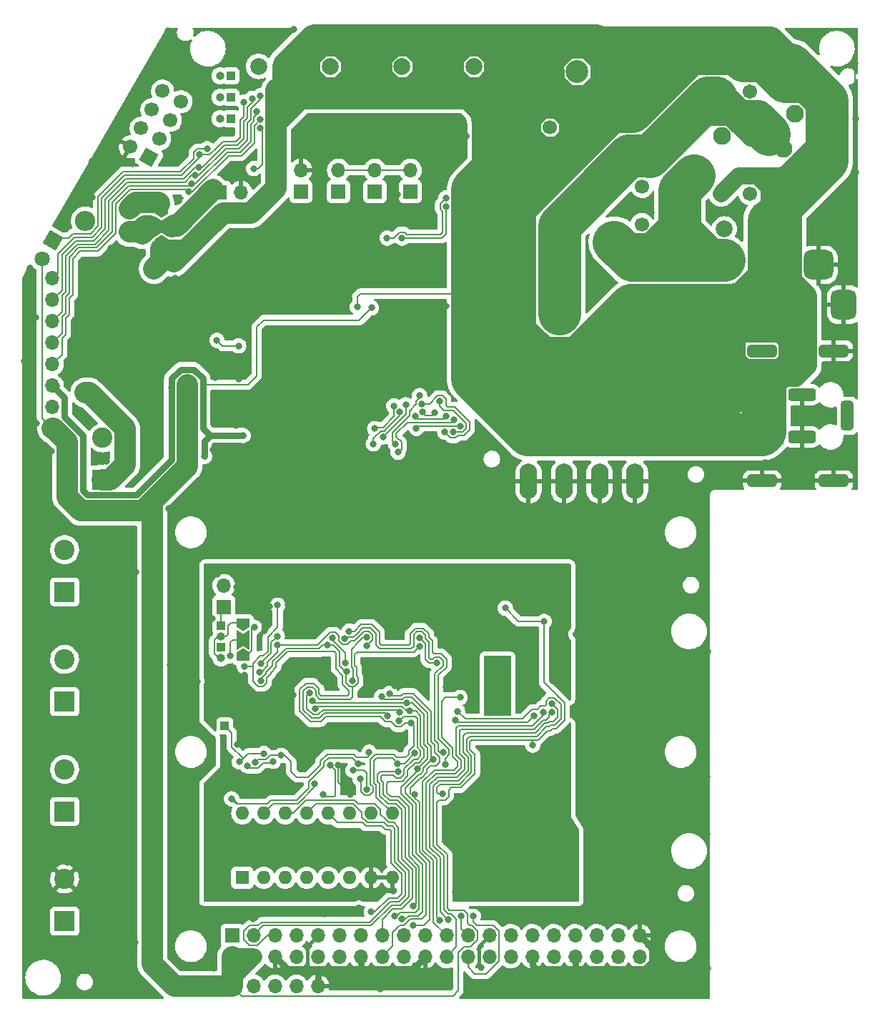
<source format=gbl>
G04 #@! TF.GenerationSoftware,KiCad,Pcbnew,(6.0.5-0)*
G04 #@! TF.CreationDate,2023-01-18T02:57:05+09:00*
G04 #@! TF.ProjectId,qPCR-main,71504352-2d6d-4616-996e-2e6b69636164,rev?*
G04 #@! TF.SameCoordinates,Original*
G04 #@! TF.FileFunction,Copper,L2,Bot*
G04 #@! TF.FilePolarity,Positive*
%FSLAX46Y46*%
G04 Gerber Fmt 4.6, Leading zero omitted, Abs format (unit mm)*
G04 Created by KiCad (PCBNEW (6.0.5-0)) date 2023-01-18 02:57:05*
%MOMM*%
%LPD*%
G01*
G04 APERTURE LIST*
G04 Aperture macros list*
%AMRoundRect*
0 Rectangle with rounded corners*
0 $1 Rounding radius*
0 $2 $3 $4 $5 $6 $7 $8 $9 X,Y pos of 4 corners*
0 Add a 4 corners polygon primitive as box body*
4,1,4,$2,$3,$4,$5,$6,$7,$8,$9,$2,$3,0*
0 Add four circle primitives for the rounded corners*
1,1,$1+$1,$2,$3*
1,1,$1+$1,$4,$5*
1,1,$1+$1,$6,$7*
1,1,$1+$1,$8,$9*
0 Add four rect primitives between the rounded corners*
20,1,$1+$1,$2,$3,$4,$5,0*
20,1,$1+$1,$4,$5,$6,$7,0*
20,1,$1+$1,$6,$7,$8,$9,0*
20,1,$1+$1,$8,$9,$2,$3,0*%
%AMHorizOval*
0 Thick line with rounded ends*
0 $1 width*
0 $2 $3 position (X,Y) of the first rounded end (center of the circle)*
0 $4 $5 position (X,Y) of the second rounded end (center of the circle)*
0 Add line between two ends*
20,1,$1,$2,$3,$4,$5,0*
0 Add two circle primitives to create the rounded ends*
1,1,$1,$2,$3*
1,1,$1,$4,$5*%
%AMRotRect*
0 Rectangle, with rotation*
0 The origin of the aperture is its center*
0 $1 length*
0 $2 width*
0 $3 Rotation angle, in degrees counterclockwise*
0 Add horizontal line*
21,1,$1,$2,0,0,$3*%
%AMFreePoly0*
4,1,6,1.000000,0.000000,0.500000,-0.750000,-0.500000,-0.750000,-0.500000,0.750000,0.500000,0.750000,1.000000,0.000000,1.000000,0.000000,$1*%
%AMFreePoly1*
4,1,7,0.700000,0.000000,1.200000,-0.750000,-1.200000,-0.750000,-0.700000,0.000000,-1.200000,0.750000,1.200000,0.750000,0.700000,0.000000,0.700000,0.000000,$1*%
G04 Aperture macros list end*
G04 #@! TA.AperFunction,ComponentPad*
%ADD10R,1.700000X1.700000*%
G04 #@! TD*
G04 #@! TA.AperFunction,ComponentPad*
%ADD11O,1.700000X1.700000*%
G04 #@! TD*
G04 #@! TA.AperFunction,ComponentPad*
%ADD12C,2.000000*%
G04 #@! TD*
G04 #@! TA.AperFunction,ComponentPad*
%ADD13R,2.400000X2.400000*%
G04 #@! TD*
G04 #@! TA.AperFunction,ComponentPad*
%ADD14C,2.400000*%
G04 #@! TD*
G04 #@! TA.AperFunction,ComponentPad*
%ADD15C,0.600000*%
G04 #@! TD*
G04 #@! TA.AperFunction,SMDPad,CuDef*
%ADD16R,3.200000X7.100000*%
G04 #@! TD*
G04 #@! TA.AperFunction,ComponentPad*
%ADD17R,1.600000X1.600000*%
G04 #@! TD*
G04 #@! TA.AperFunction,ComponentPad*
%ADD18O,1.600000X1.600000*%
G04 #@! TD*
G04 #@! TA.AperFunction,ComponentPad*
%ADD19C,2.108200*%
G04 #@! TD*
G04 #@! TA.AperFunction,ComponentPad*
%ADD20C,1.498600*%
G04 #@! TD*
G04 #@! TA.AperFunction,ComponentPad*
%ADD21C,1.701800*%
G04 #@! TD*
G04 #@! TA.AperFunction,ComponentPad*
%ADD22C,2.006600*%
G04 #@! TD*
G04 #@! TA.AperFunction,ComponentPad*
%ADD23C,2.700000*%
G04 #@! TD*
G04 #@! TA.AperFunction,ComponentPad*
%ADD24C,1.700000*%
G04 #@! TD*
G04 #@! TA.AperFunction,ComponentPad*
%ADD25R,3.500000X3.500000*%
G04 #@! TD*
G04 #@! TA.AperFunction,ComponentPad*
%ADD26RoundRect,0.750000X0.750000X1.000000X-0.750000X1.000000X-0.750000X-1.000000X0.750000X-1.000000X0*%
G04 #@! TD*
G04 #@! TA.AperFunction,ComponentPad*
%ADD27RoundRect,0.875000X0.875000X0.875000X-0.875000X0.875000X-0.875000X-0.875000X0.875000X-0.875000X0*%
G04 #@! TD*
G04 #@! TA.AperFunction,ComponentPad*
%ADD28R,1.000000X1.000000*%
G04 #@! TD*
G04 #@! TA.AperFunction,ComponentPad*
%ADD29O,1.000000X1.000000*%
G04 #@! TD*
G04 #@! TA.AperFunction,ComponentPad*
%ADD30O,2.400000X2.400000*%
G04 #@! TD*
G04 #@! TA.AperFunction,ComponentPad*
%ADD31RotRect,1.700000X1.700000X150.000000*%
G04 #@! TD*
G04 #@! TA.AperFunction,ComponentPad*
%ADD32HorizOval,1.700000X0.000000X0.000000X0.000000X0.000000X0*%
G04 #@! TD*
G04 #@! TA.AperFunction,ComponentPad*
%ADD33RoundRect,0.375000X1.275000X-0.375000X1.275000X0.375000X-1.275000X0.375000X-1.275000X-0.375000X0*%
G04 #@! TD*
G04 #@! TA.AperFunction,ComponentPad*
%ADD34RoundRect,0.375000X0.375000X1.375000X-0.375000X1.375000X-0.375000X-1.375000X0.375000X-1.375000X0*%
G04 #@! TD*
G04 #@! TA.AperFunction,ComponentPad*
%ADD35RoundRect,0.375000X-1.375000X0.375000X-1.375000X-0.375000X1.375000X-0.375000X1.375000X0.375000X0*%
G04 #@! TD*
G04 #@! TA.AperFunction,SMDPad,CuDef*
%ADD36FreePoly0,90.000000*%
G04 #@! TD*
G04 #@! TA.AperFunction,SMDPad,CuDef*
%ADD37FreePoly1,90.000000*%
G04 #@! TD*
G04 #@! TA.AperFunction,SMDPad,CuDef*
%ADD38FreePoly0,270.000000*%
G04 #@! TD*
G04 #@! TA.AperFunction,ComponentPad*
%ADD39RotRect,1.800000X1.800000X240.000000*%
G04 #@! TD*
G04 #@! TA.AperFunction,ComponentPad*
%ADD40C,1.800000*%
G04 #@! TD*
G04 #@! TA.AperFunction,ComponentPad*
%ADD41O,2.100000X4.200000*%
G04 #@! TD*
G04 #@! TA.AperFunction,ViaPad*
%ADD42C,0.800000*%
G04 #@! TD*
G04 #@! TA.AperFunction,Conductor*
%ADD43C,0.210820*%
G04 #@! TD*
G04 #@! TA.AperFunction,Conductor*
%ADD44C,0.762000*%
G04 #@! TD*
G04 #@! TA.AperFunction,Conductor*
%ADD45C,2.540000*%
G04 #@! TD*
G04 #@! TA.AperFunction,Conductor*
%ADD46C,2.032000*%
G04 #@! TD*
G04 #@! TA.AperFunction,Conductor*
%ADD47C,3.810000*%
G04 #@! TD*
G04 #@! TA.AperFunction,Conductor*
%ADD48C,5.080000*%
G04 #@! TD*
G04 #@! TA.AperFunction,Conductor*
%ADD49C,3.048000*%
G04 #@! TD*
G04 #@! TA.AperFunction,Conductor*
%ADD50C,0.381000*%
G04 #@! TD*
G04 APERTURE END LIST*
D10*
X105370000Y-148000000D03*
D11*
X107910000Y-148000000D03*
X110450000Y-148000000D03*
X112990000Y-148000000D03*
X115530000Y-148000000D03*
D12*
X129000000Y-39100000D03*
X125500000Y-39100000D03*
D10*
X104399994Y-103105001D03*
D11*
X104399994Y-100565001D03*
D10*
X84095000Y-81985000D03*
D11*
X84095000Y-79445000D03*
X84095000Y-76905000D03*
X84095000Y-74365000D03*
X84095000Y-71825000D03*
X84095000Y-69285000D03*
X84095000Y-66745000D03*
X84095000Y-64205000D03*
D13*
X85546006Y-101319990D03*
D14*
X85546006Y-96319990D03*
D13*
X85546006Y-114319990D03*
D14*
X85546006Y-109319990D03*
D13*
X85546006Y-127319989D03*
D14*
X85546006Y-122319989D03*
D13*
X85546006Y-140319989D03*
D14*
X85546006Y-135319989D03*
D13*
X90030000Y-88090000D03*
D14*
X90030000Y-83090000D03*
D12*
X137500000Y-39100000D03*
X134000000Y-39100000D03*
X120500000Y-39100000D03*
X117000000Y-39100000D03*
D15*
X136804400Y-114421200D03*
X136804400Y-110521200D03*
X135504400Y-113121200D03*
X138104400Y-111821200D03*
D16*
X136804400Y-112471200D03*
D15*
X135504400Y-115721200D03*
X135504400Y-109221200D03*
X138104400Y-113121200D03*
X135504400Y-110521200D03*
X135504400Y-111821200D03*
X136804400Y-115721200D03*
X136804400Y-113121200D03*
X136804400Y-111821200D03*
X138104400Y-109221200D03*
X138104400Y-114421200D03*
X135504400Y-114421200D03*
X138104400Y-115721200D03*
X138104400Y-110521200D03*
X136804400Y-109221200D03*
D17*
X106585004Y-135149996D03*
D18*
X109125004Y-135149996D03*
X111665004Y-135149996D03*
X114205004Y-135149996D03*
X116745004Y-135149996D03*
X119285004Y-135149996D03*
X121825004Y-135149996D03*
X124365004Y-135149996D03*
X124365004Y-127529996D03*
X121825004Y-127529996D03*
X119285004Y-127529996D03*
X116745004Y-127529996D03*
X114205004Y-127529996D03*
X111665004Y-127529996D03*
X109125004Y-127529996D03*
X106585004Y-127529996D03*
D12*
X163669312Y-61854869D03*
X163669312Y-58354869D03*
D19*
X172059312Y-44714869D03*
D20*
X170109312Y-42064869D03*
D21*
X166709312Y-42064869D03*
D22*
X162759312Y-42864869D03*
D19*
X163359312Y-47364869D03*
X161359312Y-51514869D03*
D20*
X163309312Y-54164869D03*
D21*
X166709312Y-54164869D03*
D22*
X171259312Y-53364869D03*
D19*
X170659312Y-48864869D03*
D23*
X146249312Y-39724869D03*
D24*
X142999312Y-41824869D03*
X142999312Y-46324869D03*
D12*
X145349312Y-49824869D03*
X154849312Y-49824869D03*
D24*
X153899312Y-53324869D03*
X153899312Y-57824869D03*
D23*
X150649312Y-59924869D03*
D25*
X171828993Y-67310000D03*
D26*
X177828993Y-67310000D03*
D27*
X174828993Y-62610000D03*
D12*
X112000000Y-39100000D03*
X108500000Y-39100000D03*
D10*
X122292008Y-53920949D03*
D11*
X122292008Y-51380949D03*
D10*
X126483008Y-53920949D03*
D11*
X126483008Y-51380949D03*
D28*
X105210000Y-45300000D03*
D29*
X103940000Y-45300000D03*
D28*
X105210000Y-42760000D03*
D29*
X103940000Y-42760000D03*
D28*
X105210000Y-40220000D03*
D29*
X103940000Y-40220000D03*
D10*
X117974999Y-53920949D03*
D11*
X117974999Y-51380949D03*
D10*
X113530000Y-53920945D03*
D11*
X113530000Y-51380945D03*
D14*
X88000000Y-77725000D03*
D30*
X88000000Y-57405000D03*
D10*
X105369995Y-141999995D03*
D11*
X105369995Y-144539995D03*
X107909995Y-141999995D03*
X107909995Y-144539995D03*
X110449995Y-141999995D03*
X110449995Y-144539995D03*
X112989995Y-141999995D03*
X112989995Y-144539995D03*
X115529995Y-141999995D03*
X115529995Y-144539995D03*
X118069995Y-141999995D03*
X118069995Y-144539995D03*
X120609995Y-141999995D03*
X120609995Y-144539995D03*
X123149995Y-141999995D03*
X123149995Y-144539995D03*
X125689995Y-141999995D03*
X125689995Y-144539995D03*
X128229995Y-141999995D03*
X128229995Y-144539995D03*
X130769995Y-141999995D03*
X130769995Y-144539995D03*
X133309995Y-141999995D03*
X133309995Y-144539995D03*
X135849995Y-141999995D03*
X135849995Y-144539995D03*
X138389995Y-141999995D03*
X138389995Y-144539995D03*
X140929995Y-141999995D03*
X140929995Y-144539995D03*
X143469995Y-141999995D03*
X143469995Y-144539995D03*
X146009995Y-141999995D03*
X146009995Y-144539995D03*
X148549995Y-141999995D03*
X148549995Y-144539995D03*
X151089995Y-141999995D03*
X151089995Y-144539995D03*
X153629995Y-141999995D03*
X153629995Y-144539995D03*
D31*
X95524183Y-49888397D03*
D32*
X93324478Y-48618397D03*
X96794183Y-47688692D03*
X94594478Y-46418692D03*
X98064183Y-45488988D03*
X95864478Y-44218988D03*
X99334183Y-43289283D03*
X97134478Y-42019283D03*
D33*
X169100008Y-83225988D03*
X169100008Y-77725988D03*
X172850008Y-82975988D03*
X172850008Y-77975988D03*
D34*
X178250008Y-80475988D03*
D35*
X168150008Y-88175988D03*
X176650008Y-88175988D03*
X168150008Y-72775988D03*
X176650008Y-72775988D03*
D10*
X103850000Y-53985000D03*
D11*
X106390000Y-53985000D03*
D36*
X96990000Y-60060000D03*
D37*
X96990000Y-58060000D03*
D38*
X96990000Y-56060000D03*
D39*
X84130000Y-59719988D03*
D40*
X82860000Y-61919693D03*
D28*
X104510000Y-117200000D03*
D36*
X106650000Y-108980000D03*
D37*
X106650000Y-106980000D03*
D38*
X106650000Y-104980000D03*
D41*
X140490004Y-88250007D03*
X144690004Y-88250007D03*
X148890004Y-88250007D03*
X153090004Y-88250007D03*
X140490004Y-82750007D03*
X144690004Y-82750007D03*
X148890004Y-82750007D03*
X153090004Y-82750007D03*
D28*
X104069998Y-107890005D03*
D29*
X104069998Y-109160005D03*
D28*
X104069998Y-105350005D03*
D29*
X104069998Y-106620005D03*
D42*
X112370000Y-115730000D03*
X134070000Y-129110000D03*
X112630000Y-113500000D03*
X137280000Y-122530000D03*
X104010000Y-133940000D03*
X130760000Y-131020000D03*
X114470000Y-129580000D03*
X117950000Y-133120000D03*
X145030000Y-136620000D03*
X103600000Y-99240000D03*
X131850000Y-136860000D03*
X114960000Y-100150000D03*
X120250000Y-129680000D03*
X118450000Y-118410000D03*
X108380000Y-104310000D03*
X109770000Y-103020000D03*
X106035620Y-119395620D03*
X114150000Y-137060000D03*
X107010000Y-133060000D03*
X104960000Y-122080000D03*
X113820000Y-117340000D03*
X144760000Y-128490000D03*
X124100000Y-102970000D03*
X111990000Y-102880000D03*
X110700000Y-116400000D03*
X139770000Y-130300000D03*
X138950000Y-102150000D03*
X103240000Y-124740000D03*
X103530000Y-130860000D03*
X144410000Y-107420000D03*
X106860893Y-111141869D03*
X104240000Y-127420000D03*
X123100000Y-133880000D03*
X143370000Y-111810000D03*
X117970000Y-121820000D03*
X131030000Y-99370000D03*
X124610000Y-112450000D03*
X108920000Y-136990000D03*
X113360000Y-121110000D03*
X105900000Y-100780000D03*
X103580000Y-136680000D03*
X139050000Y-120970000D03*
X130690000Y-126990000D03*
X118040000Y-136500000D03*
X134130000Y-107610000D03*
X144280000Y-103610000D03*
X143790000Y-100030000D03*
X103050000Y-115100000D03*
X106420000Y-115290000D03*
X141920000Y-133720000D03*
X137550000Y-136690000D03*
X105819989Y-113392700D03*
X126680000Y-99920000D03*
X103160000Y-110720000D03*
X134380000Y-133620000D03*
X109180000Y-105930000D03*
X141940000Y-113190000D03*
X136660000Y-126140000D03*
X119395652Y-125300230D03*
X124430000Y-136730000D03*
X110880000Y-133670000D03*
X130750000Y-112630000D03*
X134350000Y-102440000D03*
X103030000Y-104490000D03*
X102980000Y-101660000D03*
X123210000Y-130470000D03*
X107060000Y-99180000D03*
X110120000Y-129060000D03*
X118390000Y-102950000D03*
X128390000Y-103130000D03*
X125490000Y-118770000D03*
X109830000Y-99870000D03*
X142020000Y-125420000D03*
X121350000Y-100000000D03*
X102100000Y-85280000D03*
X106820000Y-110140000D03*
X115178292Y-124047949D03*
X98187300Y-77153720D03*
X110766702Y-102910472D03*
X130300000Y-125240000D03*
X106670000Y-82800000D03*
X132065266Y-115456550D03*
X126535974Y-116825312D03*
X121880000Y-67690000D03*
X120556790Y-123456790D03*
X110229473Y-121386692D03*
X121337060Y-124679360D03*
X119709344Y-122444600D03*
X107183595Y-121903970D03*
X110720857Y-107580982D03*
X108581002Y-110818201D03*
X121322711Y-107717206D03*
X127576023Y-107750000D03*
X123800221Y-115984791D03*
X108768360Y-111803244D03*
X118978537Y-110726901D03*
X116686015Y-107630000D03*
X116144269Y-125300230D03*
X116967350Y-121809769D03*
X137730000Y-103250000D03*
X142320000Y-104810000D03*
X106150000Y-72200000D03*
X140980000Y-119455131D03*
X103575208Y-71534180D03*
X100060000Y-76830000D03*
X95920000Y-120360000D03*
X98880000Y-57970000D03*
X93240000Y-58712720D03*
X96110000Y-63055440D03*
X136550000Y-44790000D03*
X120200000Y-67590000D03*
X93220000Y-55970000D03*
X130358026Y-120291974D03*
X118703878Y-106834746D03*
X125049330Y-122626454D03*
X126832710Y-138514290D03*
X132534530Y-139704819D03*
X125108756Y-116581701D03*
X129998506Y-78773444D03*
X131563282Y-82374738D03*
X115252356Y-115157722D03*
X126430280Y-115409081D03*
X124585189Y-139663719D03*
X130759597Y-80544978D03*
X127070650Y-80543892D03*
X119228110Y-105980000D03*
X130602886Y-121722829D03*
X114919183Y-114211991D03*
X125502234Y-140077259D03*
X126097661Y-114463154D03*
X127337944Y-122253143D03*
X131673050Y-80958518D03*
X125032501Y-84787551D03*
X127031437Y-125288563D03*
X126805369Y-140785369D03*
X124047936Y-113327951D03*
X127575700Y-78079166D03*
X124727704Y-83832296D03*
X100245801Y-53955801D03*
X108688429Y-45417359D03*
X123080000Y-113741491D03*
X129235155Y-121171958D03*
X100616722Y-53000046D03*
X108292399Y-44408987D03*
X108130000Y-121490430D03*
X111192343Y-120678593D03*
X121610000Y-120300000D03*
X124535561Y-79297979D03*
X122266367Y-81980779D03*
X123280287Y-82969713D03*
X125951792Y-79175960D03*
X122103178Y-83795459D03*
X125244579Y-80006996D03*
X121858846Y-139217539D03*
X129951079Y-140179659D03*
X142209402Y-115557671D03*
X118795846Y-109740982D03*
X117287647Y-106798828D03*
X129655677Y-109744311D03*
X127576023Y-106747297D03*
X119597333Y-111846251D03*
X121307792Y-106714614D03*
X110720857Y-106578279D03*
X108817715Y-109843840D03*
X130990000Y-140133764D03*
X143212105Y-115557671D03*
X143240413Y-114555368D03*
X125216452Y-115584799D03*
X114566722Y-113273278D03*
X144170000Y-68420000D03*
X130560876Y-82399124D03*
X127862936Y-79039847D03*
X127937415Y-80039780D03*
X129353646Y-80131438D03*
X130717300Y-54670000D03*
X123730000Y-59426321D03*
X130717300Y-55672703D03*
X125510000Y-59426321D03*
X132374499Y-81675024D03*
X127198791Y-81961209D03*
X81450000Y-62970000D03*
X87640000Y-80710000D03*
X103970000Y-92360000D03*
X93360000Y-137930000D03*
X88830000Y-50280000D03*
X112690000Y-34700000D03*
X128410000Y-73240000D03*
X120180000Y-53210000D03*
X100590000Y-47650000D03*
X111100000Y-79430000D03*
X176600000Y-75560000D03*
X85850000Y-111440000D03*
X81310000Y-87320000D03*
X120900000Y-56270000D03*
X89690000Y-111820000D03*
X119490000Y-61630000D03*
X122060000Y-62210000D03*
X100930000Y-127640000D03*
X156120000Y-97290000D03*
X95850000Y-148730000D03*
X93470000Y-125220000D03*
X126060000Y-56380000D03*
X99390000Y-98000000D03*
X129060000Y-67580000D03*
X81130000Y-119750000D03*
X117790000Y-49150000D03*
X155880000Y-116750000D03*
X179260000Y-45310000D03*
X161440000Y-140350000D03*
X86550000Y-107360000D03*
X93850000Y-142850000D03*
X156320000Y-103590000D03*
X127530000Y-92890000D03*
X104330000Y-34950000D03*
X116580000Y-47040000D03*
X105910000Y-89200000D03*
X86100000Y-94160000D03*
X118320000Y-147340000D03*
X115520000Y-53400000D03*
X109700000Y-65720000D03*
X101220000Y-111890000D03*
X103910000Y-89670000D03*
X156040000Y-90820000D03*
X103440000Y-80510000D03*
X107790000Y-52970000D03*
X97780000Y-34860000D03*
X127170000Y-47210000D03*
X113900000Y-79500000D03*
X116290000Y-82100000D03*
X114250605Y-46239396D03*
X158810000Y-112310000D03*
X116530000Y-79320000D03*
X85850000Y-133330000D03*
X125500000Y-67610000D03*
X96290000Y-65820000D03*
X157430000Y-148880000D03*
X120770000Y-86650000D03*
X90820000Y-98930000D03*
X156200000Y-129950000D03*
X128190000Y-52440000D03*
X161340000Y-103790000D03*
X85090000Y-57060000D03*
X97980000Y-39630000D03*
X93510000Y-50670000D03*
X89570000Y-106040000D03*
X84220000Y-116650000D03*
X103160000Y-84500000D03*
X83450000Y-128800000D03*
X105318760Y-125820000D03*
X86120000Y-143190000D03*
X86400000Y-124760000D03*
X124740000Y-62720000D03*
X115670000Y-51580000D03*
X131852163Y-116494978D03*
X117910000Y-89490000D03*
X104010000Y-96320000D03*
X102390000Y-44940000D03*
X125340000Y-50030000D03*
X123750000Y-67690000D03*
X84420000Y-103490000D03*
X109500000Y-79860000D03*
X116500000Y-84650000D03*
X105970000Y-96260000D03*
X156200000Y-134910000D03*
X85790000Y-148730000D03*
X124963968Y-121627393D03*
X110730000Y-89130000D03*
X90510000Y-85820000D03*
X161490000Y-96890000D03*
X106240000Y-62740000D03*
X106320000Y-77990000D03*
X137850000Y-84910000D03*
X90970000Y-60610000D03*
X85370000Y-75590000D03*
X130130605Y-46769396D03*
X93410000Y-111950000D03*
X147860000Y-67280000D03*
X100990000Y-101690000D03*
X155950000Y-108310000D03*
X121690000Y-59690000D03*
X98170000Y-133500000D03*
X124640000Y-46370000D03*
X83030000Y-91050000D03*
X89890000Y-63370000D03*
X122910000Y-148340000D03*
X131170000Y-147810000D03*
X99230000Y-115970000D03*
X87290000Y-72830000D03*
X106260000Y-68440000D03*
X99270000Y-70680000D03*
X134891775Y-145821225D03*
X111850000Y-62400000D03*
X127590000Y-76540000D03*
X109360000Y-75720000D03*
X81190000Y-100230000D03*
X98110000Y-50130000D03*
X161680000Y-145890000D03*
X81140000Y-126320000D03*
X80930000Y-93300000D03*
X92360000Y-44850000D03*
X111230000Y-84860000D03*
X99300000Y-73690000D03*
X95120000Y-74360000D03*
X179050000Y-77670000D03*
X106140386Y-76074962D03*
X120380000Y-138760000D03*
X106420000Y-38380000D03*
X149720000Y-64090000D03*
X153080000Y-146440000D03*
X119100000Y-82130000D03*
X133290000Y-83710000D03*
X90590000Y-73150000D03*
X125000000Y-54260000D03*
X98070000Y-109980000D03*
X114100000Y-84800000D03*
X129070000Y-50960000D03*
X89320000Y-119190000D03*
X178120000Y-58680000D03*
X109690000Y-37470000D03*
X162190000Y-87150000D03*
X100680000Y-137110000D03*
X89330000Y-75000000D03*
X81490000Y-144470000D03*
X147630000Y-61560000D03*
X137360000Y-146230000D03*
X124930000Y-96880000D03*
X103460000Y-140390000D03*
X97880000Y-91420000D03*
X108370000Y-91800000D03*
X104200000Y-61680000D03*
X124130000Y-89280000D03*
X141150000Y-115971211D03*
X91770000Y-94140000D03*
X161620000Y-123190000D03*
X111960000Y-138920000D03*
X168520000Y-86040000D03*
X119280000Y-64110000D03*
X179140000Y-38740000D03*
X151920000Y-55150000D03*
X100850000Y-39060000D03*
X107890000Y-140070000D03*
X161330000Y-135090000D03*
X156250000Y-123460000D03*
X113360000Y-49120000D03*
X173930000Y-35410000D03*
X91310000Y-65620000D03*
X116290000Y-139440000D03*
X133125269Y-47308601D03*
X130717300Y-67510000D03*
X101050000Y-41920000D03*
X161600000Y-129950000D03*
X105270000Y-46970000D03*
X88780000Y-54570000D03*
X156960000Y-86330000D03*
X126999989Y-120420011D03*
X113550000Y-77020000D03*
X119270000Y-96700000D03*
X156320000Y-140070000D03*
X111830000Y-68010000D03*
X99030000Y-55030000D03*
X98120000Y-105530000D03*
X104230000Y-78840000D03*
X101100000Y-89940000D03*
X120297300Y-121632370D03*
X98630000Y-64140000D03*
X161110000Y-91110000D03*
X161580000Y-116820000D03*
X114330000Y-87060000D03*
X161670000Y-108360000D03*
X114002500Y-82132500D03*
X111340000Y-82150000D03*
X82180000Y-81360000D03*
X117380000Y-58850000D03*
X176770000Y-85300000D03*
X107200000Y-41580000D03*
X133360000Y-147690000D03*
X108330000Y-58780000D03*
X114730000Y-93720000D03*
X103510000Y-73250000D03*
X146104629Y-106310000D03*
X107590000Y-34940000D03*
X130720000Y-96840000D03*
X114540000Y-55630000D03*
X158840000Y-138320000D03*
X86750000Y-69100000D03*
X81560000Y-139760000D03*
X98300000Y-123310000D03*
X86460000Y-98880000D03*
X81090000Y-106700000D03*
X95280000Y-70830000D03*
X86970000Y-137960000D03*
X89890000Y-145910000D03*
X158920000Y-126700000D03*
X93430000Y-67640000D03*
X124520000Y-52560000D03*
X81090000Y-131430000D03*
X88450000Y-132090000D03*
X119300605Y-46159396D03*
X178550000Y-70740000D03*
X148650000Y-149000000D03*
X111470000Y-96680000D03*
X178430000Y-63490000D03*
X82150000Y-68820000D03*
X103410000Y-75910000D03*
X122040000Y-92710000D03*
X147730000Y-124880000D03*
X178600000Y-86270000D03*
X122650000Y-69900000D03*
X119200000Y-78200000D03*
X96360000Y-85680000D03*
X121750000Y-46840000D03*
X80770000Y-74000000D03*
X162050000Y-56920000D03*
X143660000Y-146400000D03*
X86690000Y-120420000D03*
X83970000Y-84670000D03*
X80970000Y-112630000D03*
X146096605Y-115971211D03*
X140130000Y-149000000D03*
X127233369Y-61431721D03*
X155060000Y-56370000D03*
X127300000Y-67610000D03*
X105840000Y-81630000D03*
X103200000Y-145920000D03*
X93940000Y-98950000D03*
X98180000Y-140280000D03*
X108440000Y-60590000D03*
X109300000Y-70510000D03*
X122360000Y-49300000D03*
X113720000Y-72850000D03*
X179260000Y-51640000D03*
X125190000Y-72350000D03*
X132370302Y-113821721D03*
X108002700Y-105460000D03*
X106242468Y-121452843D03*
X105137866Y-108885038D03*
X109128760Y-120457670D03*
X107940030Y-51197999D03*
X133950761Y-139720224D03*
X108699473Y-46420000D03*
X101538285Y-49564415D03*
X106787071Y-43326627D03*
X101392920Y-51043681D03*
X107749707Y-42898108D03*
X101025074Y-52006861D03*
X108699473Y-42576616D03*
X102425564Y-48851869D03*
D43*
X126483008Y-51380949D02*
X122292008Y-51380949D01*
X119395652Y-125300230D02*
X117970000Y-123874578D01*
X117970000Y-123874578D02*
X117970000Y-121820000D01*
X122292008Y-51380949D02*
X117974999Y-51380949D01*
X106860893Y-111141869D02*
X103581869Y-111141869D01*
X124365000Y-135150000D02*
X121825000Y-135150000D01*
X103581869Y-111141869D02*
X103160000Y-110720000D01*
X121043746Y-125387481D02*
X120628939Y-124972674D01*
X123506907Y-116692912D02*
X124218532Y-116692912D01*
X121750599Y-121160836D02*
X121750599Y-124091464D01*
X107790000Y-110140000D02*
X107872881Y-110057119D01*
X133721700Y-122688490D02*
X132325079Y-124085109D01*
X133133846Y-120143655D02*
X133721700Y-120731509D01*
X141916088Y-114849550D02*
X141534011Y-115231627D01*
X107872881Y-111909200D02*
X108475046Y-112511365D01*
X129618319Y-125030000D02*
X129828319Y-125240000D01*
X133472301Y-118427699D02*
X133133846Y-118766154D01*
X116477420Y-116103761D02*
X122917756Y-116103761D01*
D44*
X102100000Y-85280000D02*
X102100000Y-83440000D01*
D43*
X124815442Y-117289822D02*
X125402070Y-117289822D01*
X141565475Y-115263090D02*
X140856686Y-115263090D01*
X117674186Y-110423985D02*
X118475672Y-111225471D01*
X125915894Y-120919272D02*
X126291868Y-120543298D01*
X129828319Y-125240000D02*
X130300000Y-125240000D01*
X109080997Y-108920997D02*
X108739123Y-108920997D01*
X113383983Y-115483983D02*
X113407514Y-115483983D01*
X133133846Y-118766154D02*
X133133846Y-120143655D01*
X111933266Y-108408062D02*
X115846644Y-108408062D01*
X143122130Y-117122130D02*
X142953440Y-117290820D01*
X124507868Y-120586460D02*
X124665704Y-120744296D01*
X83376999Y-76684988D02*
X83445012Y-76684988D01*
X124218532Y-116692912D02*
X124815442Y-117289822D01*
X125402070Y-117289822D02*
X125866580Y-116825312D01*
X122917756Y-116103761D02*
X123506907Y-116692912D01*
X126885697Y-119532868D02*
X126885697Y-118024303D01*
D44*
X101913720Y-77023720D02*
X101913720Y-76062165D01*
X84558445Y-76905000D02*
X84095000Y-76905000D01*
D43*
X109476481Y-112096558D02*
X109476481Y-111508991D01*
X108739123Y-108920997D02*
X107872881Y-109787239D01*
X115846644Y-108408062D02*
X115916585Y-108338121D01*
X129618319Y-124491017D02*
X129618319Y-125030000D01*
X115915982Y-113622521D02*
X115688383Y-113394922D01*
X109599196Y-106698505D02*
X109599196Y-108402798D01*
D44*
X100827835Y-74976280D02*
X99292165Y-74976280D01*
D43*
X141449450Y-118427697D02*
X133472301Y-118427699D01*
X115888260Y-116692921D02*
X116477420Y-116103761D01*
X119037479Y-113622521D02*
X115915982Y-113622521D01*
D44*
X94024733Y-89873711D02*
X88246289Y-89873711D01*
D43*
X110593540Y-109747788D02*
X111933266Y-108408062D01*
X132968716Y-116360000D02*
X132065266Y-115456550D01*
X144333766Y-116327095D02*
X144333766Y-114647286D01*
X117451317Y-108338121D02*
X117674185Y-108560989D01*
X110766702Y-102910472D02*
X110766702Y-105530999D01*
X140203995Y-115915781D02*
X139759776Y-116360000D01*
X133721700Y-120731509D02*
X133721700Y-122688490D01*
X120628939Y-124972674D02*
X120628939Y-123528939D01*
X119232088Y-113427912D02*
X119037479Y-113622521D01*
X113383983Y-112869748D02*
X113383983Y-115483983D01*
X117674185Y-108560989D02*
X117674186Y-110423985D01*
X120421879Y-69148121D02*
X109091879Y-69148121D01*
D44*
X87709999Y-82802163D02*
X85528711Y-80620875D01*
X99292165Y-74976280D02*
X98206280Y-76062165D01*
D43*
X115031330Y-112151617D02*
X114102113Y-112151618D01*
X109091879Y-69148121D02*
X108280000Y-69960000D01*
X126885697Y-117175035D02*
X126535974Y-116825312D01*
X109476481Y-111508991D02*
X109951329Y-111034142D01*
X109951329Y-110881329D02*
X110593540Y-110239116D01*
X107872881Y-110057119D02*
X107872881Y-111909200D01*
X122045181Y-124984819D02*
X121642519Y-125387481D01*
X110766702Y-105530999D02*
X109599196Y-106698505D01*
X109599196Y-108402798D02*
X109080997Y-108920997D01*
X113161170Y-126421875D02*
X110233125Y-126421875D01*
X119232088Y-113067275D02*
X119232088Y-113427912D01*
X142532292Y-114262054D02*
X142532292Y-114707708D01*
X122045181Y-124386046D02*
X122045181Y-124984819D01*
X121750599Y-121160836D02*
X122324976Y-120586460D01*
X142586327Y-117290820D02*
X141449450Y-118427697D01*
D44*
X87710000Y-89337422D02*
X87709999Y-82802163D01*
D43*
X142532292Y-114707708D02*
X142390450Y-114849550D01*
D44*
X98206280Y-85692164D02*
X94024733Y-89873711D01*
D43*
X115688383Y-113394922D02*
X115688382Y-112808669D01*
X113407514Y-115483983D02*
X114616452Y-116692921D01*
D44*
X85528711Y-80620875D02*
X85528711Y-78338711D01*
D43*
X122324976Y-120586460D02*
X124507868Y-120586460D01*
X102154357Y-76783083D02*
X101913720Y-77023720D01*
D44*
X102100000Y-83440000D02*
X102740000Y-82800000D01*
D43*
X130024227Y-124085109D02*
X129618319Y-124491017D01*
X109061674Y-112511365D02*
X109476481Y-112096558D01*
X107236917Y-76783083D02*
X102154357Y-76783083D01*
X126291868Y-120126697D02*
X126885697Y-119532868D01*
X106820000Y-110140000D02*
X107790000Y-110140000D01*
X132325079Y-124085109D02*
X130024227Y-124085109D01*
X126885697Y-118024303D02*
X126885697Y-117175035D01*
X142953440Y-117290820D02*
X142586327Y-117290820D01*
X143567989Y-117092872D02*
X144333766Y-116327095D01*
X124840680Y-120919272D02*
X125915894Y-120919272D01*
D44*
X88246289Y-89873711D02*
X87710000Y-89337422D01*
X98206280Y-76062165D02*
X98206280Y-85692164D01*
D43*
X110233125Y-126421875D02*
X109125004Y-127529996D01*
X121880000Y-67690000D02*
X120421879Y-69148121D01*
X139759776Y-116360000D02*
X132968716Y-116360000D01*
X143151389Y-117092872D02*
X143567989Y-117092872D01*
X114102113Y-112151618D02*
X113383983Y-112869748D01*
X121750599Y-124091464D02*
X122045181Y-124386046D01*
X126291868Y-120543298D02*
X126291868Y-120126697D01*
X142390450Y-114849550D02*
X141916088Y-114849550D01*
X121642519Y-125387481D02*
X121043746Y-125387481D01*
X143533727Y-113847247D02*
X142947099Y-113847247D01*
X115178292Y-124047949D02*
X115178292Y-124404753D01*
D44*
X102740000Y-82800000D02*
X101913720Y-81973720D01*
D43*
X108475046Y-112511365D02*
X109061674Y-112511365D01*
X109951329Y-111034142D02*
X109951329Y-110881329D01*
D44*
X101913720Y-81973720D02*
X101913720Y-77023720D01*
D43*
X140856686Y-115263090D02*
X140203995Y-115915781D01*
X107872881Y-109787239D02*
X107872881Y-110057119D01*
D44*
X85528711Y-78338711D02*
X84095000Y-76905000D01*
D43*
X124665704Y-120744296D02*
X124840680Y-120919272D01*
X118475672Y-111225471D02*
X118475673Y-112310860D01*
D44*
X106670000Y-82800000D02*
X102740000Y-82800000D01*
D43*
X120628939Y-123528939D02*
X120556790Y-123456790D01*
X115916585Y-108338121D02*
X117451317Y-108338121D01*
D44*
X101913720Y-76062165D02*
X100827835Y-74976280D01*
D43*
X118475673Y-112310860D02*
X119232088Y-113067275D01*
X115688382Y-112808669D02*
X115031330Y-112151617D01*
X108280000Y-75740000D02*
X107236917Y-76783083D01*
X144333766Y-114647286D02*
X143533727Y-113847247D01*
X115178292Y-124404753D02*
X113161170Y-126421875D01*
X110593540Y-110239116D02*
X110593540Y-109747788D01*
X114616452Y-116692921D02*
X115888260Y-116692921D01*
X125866580Y-116825312D02*
X126535974Y-116825312D01*
X142947099Y-113847247D02*
X142532292Y-114262054D01*
X108280000Y-69960000D02*
X108280000Y-75740000D01*
X121337060Y-122777060D02*
X121337060Y-124679360D01*
X110229473Y-121386692D02*
X110036834Y-121579331D01*
X110036834Y-121579331D02*
X109042534Y-121579331D01*
X108423314Y-122198551D02*
X107478176Y-122198551D01*
X107478176Y-122198551D02*
X107183595Y-121903970D01*
X121004600Y-122444600D02*
X121337060Y-122777060D01*
X119709344Y-122444600D02*
X121004600Y-122444600D01*
X109042534Y-121579331D02*
X108423314Y-122198551D01*
X108581002Y-110818201D02*
X108844789Y-110818201D01*
X117580961Y-106090707D02*
X116994333Y-106090707D01*
X119919311Y-107101660D02*
X119438399Y-107101660D01*
X116994333Y-106090707D02*
X115504058Y-107580982D01*
X110720857Y-108450804D02*
X110720857Y-107580982D01*
X122015913Y-107024004D02*
X122015913Y-106421300D01*
X115504058Y-107580982D02*
X110720857Y-107580982D01*
X121322711Y-107717206D02*
X122015913Y-107024004D01*
X117995768Y-107128071D02*
X117995768Y-106505514D01*
X118410564Y-107542867D02*
X117995768Y-107128071D01*
X109553967Y-110109023D02*
X109553967Y-109617694D01*
X108844789Y-110818201D02*
X109553967Y-110109023D01*
X122015913Y-106421300D02*
X121601106Y-106006493D01*
X119438399Y-107101660D02*
X118997192Y-107542867D01*
X117995768Y-106505514D02*
X117580961Y-106090707D01*
X118997192Y-107542867D02*
X118410564Y-107542867D01*
X121014478Y-106006493D02*
X119919311Y-107101660D01*
X121601106Y-106006493D02*
X121014478Y-106006493D01*
X109553967Y-109617694D02*
X110720857Y-108450804D01*
X104069998Y-103435002D02*
X104069998Y-105350005D01*
X104400000Y-103105000D02*
X104069998Y-103435002D01*
X118889212Y-112139565D02*
X118889212Y-110816226D01*
X114860036Y-112565157D02*
X115274843Y-112979964D01*
X113797522Y-113041043D02*
X114273408Y-112565157D01*
X109393912Y-110853912D02*
X109393912Y-111006726D01*
X120305454Y-111475257D02*
X120305454Y-112139565D01*
X110180000Y-110067823D02*
X109393912Y-110853912D01*
X108768360Y-111632278D02*
X108768360Y-111803244D01*
X118087725Y-110034296D02*
X118087725Y-108389695D01*
X116686015Y-107630000D02*
X116039874Y-107630000D01*
X111761972Y-107994522D02*
X110892150Y-108864344D01*
X115740000Y-114036061D02*
X119383939Y-114036061D01*
X114273408Y-112565157D02*
X114860036Y-112565157D01*
X111860000Y-107994522D02*
X111761972Y-107994522D01*
X120244673Y-108425327D02*
X119917507Y-108752493D01*
X110180000Y-109576494D02*
X110180000Y-110067823D01*
X113797523Y-115289158D02*
X113797522Y-113041043D01*
X113800000Y-107994522D02*
X111860000Y-107994522D01*
X115740000Y-114031373D02*
X115740000Y-114036061D01*
X115675351Y-107994522D02*
X113800000Y-107994522D01*
X110892150Y-108864344D02*
X110180000Y-109576494D01*
X118087725Y-108389695D02*
X117328030Y-107630000D01*
X115274843Y-112979964D02*
X115274843Y-113566216D01*
X127576023Y-107750000D02*
X126900697Y-108425326D01*
X109393912Y-111006726D02*
X108768360Y-111632278D01*
X123505651Y-115690221D02*
X116306126Y-115690221D01*
X119890647Y-112554372D02*
X119645628Y-112554372D01*
X114787747Y-116279382D02*
X113797523Y-115289158D01*
X116039874Y-107630000D02*
X115675351Y-107994522D01*
X117328030Y-107630000D02*
X116686015Y-107630000D01*
X120100197Y-111270000D02*
X120305454Y-111475257D01*
X120305454Y-112139565D02*
X119890647Y-112554372D01*
X119383939Y-114036061D02*
X119645628Y-113774372D01*
X116306126Y-115690221D02*
X115716965Y-116279382D01*
X118889212Y-110816226D02*
X118978537Y-110726901D01*
X119645628Y-113774372D02*
X119645628Y-112554372D01*
X115716965Y-116279382D02*
X114787747Y-116279382D01*
X123800221Y-115984791D02*
X123505651Y-115690221D01*
X119645628Y-112554372D02*
X119304019Y-112554372D01*
X119304019Y-112554372D02*
X118889212Y-112139565D01*
X119917507Y-110070000D02*
X120100197Y-110252690D01*
X119917507Y-108752493D02*
X119917507Y-110070000D01*
X126900697Y-108425326D02*
X120244673Y-108425327D01*
X118978537Y-110726901D02*
X118780330Y-110726901D01*
X115274843Y-113566216D02*
X115740000Y-114031373D01*
X120100197Y-110252690D02*
X120100197Y-111270000D01*
X118780330Y-110726901D02*
X118087725Y-110034296D01*
X116438839Y-125594800D02*
X116144269Y-125300230D01*
X117425200Y-125594800D02*
X116438839Y-125594800D01*
X117556460Y-125463540D02*
X117425200Y-125594800D01*
X116967350Y-121809769D02*
X116967350Y-121818785D01*
X116967350Y-121818785D02*
X117556460Y-122407895D01*
X117556460Y-122407895D02*
X117556460Y-125463540D01*
D45*
X85856280Y-90105257D02*
X85856280Y-83570000D01*
D43*
X129871879Y-125948121D02*
X129618319Y-126201681D01*
X129618319Y-131200941D02*
X130849137Y-132431760D01*
X143721148Y-117524546D02*
X144747305Y-116498389D01*
X106150000Y-72200000D02*
X104241028Y-72200000D01*
D46*
X105370000Y-147079990D02*
X107909995Y-144539995D01*
D43*
X82860000Y-80750000D02*
X84095000Y-81985000D01*
X130849138Y-138754304D02*
X131091532Y-138996698D01*
D46*
X105369995Y-144539995D02*
X107909995Y-144539995D01*
D45*
X87478454Y-91727431D02*
X85856280Y-90105257D01*
D43*
X143304547Y-117524546D02*
X143721148Y-117524546D01*
X134135239Y-122859785D02*
X134135236Y-122859785D01*
X131091532Y-138996698D02*
X132827844Y-138996698D01*
X140980000Y-119455131D02*
X140980000Y-119040000D01*
D45*
X95757289Y-90762711D02*
X94792570Y-91727430D01*
X95920000Y-90925422D02*
X95757289Y-90762711D01*
D43*
X130593314Y-125948121D02*
X129871879Y-125948121D01*
D45*
X100060000Y-86460000D02*
X95757289Y-90762711D01*
X105370000Y-144540000D02*
X105369995Y-144539995D01*
X95920000Y-120360000D02*
X95920000Y-90925422D01*
D43*
X134135240Y-120560216D02*
X134135239Y-122859785D01*
X142320000Y-104810000D02*
X139290000Y-104810000D01*
X134135236Y-122859785D02*
X132496372Y-124498649D01*
D45*
X94792570Y-91727430D02*
X87478454Y-91727431D01*
D43*
X133531874Y-140841874D02*
X133789706Y-140841874D01*
X104241028Y-72200000D02*
X103575208Y-71534180D01*
X144747305Y-116498389D02*
X144747305Y-114475991D01*
X131020000Y-125521435D02*
X130593314Y-125948121D01*
X141620745Y-118841236D02*
X142705991Y-117755990D01*
D46*
X105370000Y-148000000D02*
X105370000Y-147079990D01*
D43*
X132151874Y-148548126D02*
X131541879Y-149158121D01*
X129618319Y-126201681D02*
X129618319Y-131200941D01*
X133738763Y-118841237D02*
X133547386Y-119032614D01*
X134468116Y-141520284D02*
X134468116Y-142493758D01*
D45*
X84271280Y-81985000D02*
X84095000Y-81985000D01*
D43*
X143073103Y-117755990D02*
X143304547Y-117524546D01*
X144747305Y-114475991D02*
X142320000Y-112048686D01*
X140781237Y-118841237D02*
X133738763Y-118841237D01*
X131020000Y-124770000D02*
X131020000Y-125521435D01*
X133547386Y-119032614D02*
X133547386Y-119972361D01*
X132830284Y-143381874D02*
X132151874Y-144060284D01*
X142705991Y-117755990D02*
X143073103Y-117755990D01*
X139290000Y-104810000D02*
X137730000Y-103250000D01*
D45*
X95920000Y-145410000D02*
X95920000Y-120360000D01*
D43*
X132151874Y-144060284D02*
X132151874Y-148548126D01*
X132827844Y-138996698D02*
X133242651Y-139411505D01*
X133789706Y-140841874D02*
X134468116Y-141520284D01*
X133242651Y-140552651D02*
X133531874Y-140841874D01*
X133580000Y-143381874D02*
X132830284Y-143381874D01*
D45*
X85856280Y-83570000D02*
X84271280Y-81985000D01*
D43*
X134468116Y-142493758D02*
X133580000Y-143381874D01*
X133547386Y-119972361D02*
X134135240Y-120560216D01*
X130849137Y-132431760D02*
X130849138Y-138754304D01*
X132496372Y-124498649D02*
X131291351Y-124498649D01*
X82860000Y-61919693D02*
X82860000Y-80750000D01*
X140980000Y-119040000D02*
X140781237Y-118841237D01*
D45*
X98510000Y-148000000D02*
X95920000Y-145410000D01*
D43*
X142320000Y-112048686D02*
X142320000Y-104810000D01*
X131291351Y-124498649D02*
X131020000Y-124770000D01*
X131541879Y-149158121D02*
X106528121Y-149158121D01*
X133242651Y-139411505D02*
X133242651Y-140552651D01*
D45*
X105370000Y-148000000D02*
X98510000Y-148000000D01*
D43*
X106528121Y-149158121D02*
X105370000Y-148000000D01*
D45*
X100060000Y-76830000D02*
X100060000Y-86460000D01*
X105370000Y-148000000D02*
X105370000Y-144540000D01*
D43*
X140781237Y-118841237D02*
X141620745Y-118841236D01*
D45*
X93240000Y-58712720D02*
X94356072Y-58712720D01*
X98840000Y-57930000D02*
X98452740Y-57930000D01*
X98452740Y-57930000D02*
X98261370Y-58121370D01*
D44*
X103850000Y-53985000D02*
X103850000Y-54257236D01*
D45*
X94767280Y-58949980D02*
X95069396Y-57999396D01*
X98880000Y-57970000D02*
X103132720Y-53717280D01*
X94356072Y-58712720D02*
X95069396Y-57999396D01*
X95069396Y-57999396D02*
X95596656Y-57999396D01*
X95596656Y-57999396D02*
X95657260Y-58060000D01*
X95657260Y-58060000D02*
X94767280Y-58949980D01*
X98880000Y-57970000D02*
X98840000Y-57930000D01*
D47*
X126787257Y-35992289D02*
X128607711Y-37812743D01*
X144224437Y-43367158D02*
X145123640Y-44266361D01*
X122392289Y-37812743D02*
X124212743Y-35992289D01*
X149707023Y-41157101D02*
X147681544Y-43182580D01*
D46*
X170643164Y-52095258D02*
X174332123Y-48406299D01*
D47*
X115712743Y-35992289D02*
X118287257Y-35992289D01*
D45*
X110572173Y-53527827D02*
X107640000Y-56460000D01*
D47*
X142149312Y-40974869D02*
X142149312Y-38934926D01*
D48*
X168099993Y-82750007D02*
X168457288Y-82392712D01*
X173535888Y-40918058D02*
X173583946Y-40870000D01*
D47*
X113892289Y-37812743D02*
X115712743Y-35992289D01*
D45*
X107640000Y-56460000D02*
X104268792Y-56460000D01*
D43*
X131830000Y-66010000D02*
X133860000Y-63980000D01*
D45*
X110572173Y-41942040D02*
X110572173Y-45837827D01*
D47*
X124212743Y-35992289D02*
X126787257Y-35992289D01*
D46*
X172235148Y-76007268D02*
X173681288Y-74561128D01*
D45*
X112000000Y-40514213D02*
X110572173Y-41942040D01*
D47*
X137500000Y-39100000D02*
X137500000Y-40514213D01*
D45*
X98461503Y-62267289D02*
X98461503Y-62200295D01*
D48*
X152753849Y-44449438D02*
X159621138Y-37582149D01*
X150190000Y-78770000D02*
X163390000Y-78770000D01*
X159621138Y-37582149D02*
X165140891Y-37582149D01*
D47*
X142149312Y-39729312D02*
X141520000Y-39100000D01*
X112237711Y-42207711D02*
X133450913Y-42207711D01*
D46*
X165378923Y-52095258D02*
X167566574Y-52095258D01*
D43*
X120560000Y-66010000D02*
X131830000Y-66010000D01*
D48*
X163657288Y-74442389D02*
X166940887Y-77725988D01*
D45*
X96898151Y-62267289D02*
X96110000Y-63055440D01*
D48*
X135140000Y-52430000D02*
X136267980Y-51302020D01*
D46*
X171860273Y-63690000D02*
X171118728Y-64431545D01*
D47*
X147681544Y-36267158D02*
X149707023Y-38292637D01*
X127306502Y-42207711D02*
X124212743Y-42207711D01*
X132712743Y-35992289D02*
X135287257Y-35992289D01*
D46*
X171118728Y-73811128D02*
X170185148Y-74744708D01*
D48*
X150555447Y-69505447D02*
X146358174Y-73702720D01*
D46*
X171118728Y-71740848D02*
X171118728Y-73811128D01*
X165378923Y-52095258D02*
X170643164Y-52095258D01*
D48*
X173583946Y-40870000D02*
X175856123Y-43142177D01*
D47*
X135806502Y-42207711D02*
X132712743Y-42207711D01*
X130892289Y-37812743D02*
X132712743Y-35992289D01*
X148382769Y-35992289D02*
X115107711Y-35992289D01*
D48*
X165857486Y-67380300D02*
X152680594Y-67380300D01*
D47*
X128607711Y-37812743D02*
X128607711Y-40387257D01*
D46*
X170818728Y-76007268D02*
X172540000Y-74285996D01*
D48*
X168457288Y-79242389D02*
X166940887Y-77725988D01*
D47*
X140041601Y-45099744D02*
X141774187Y-43367158D01*
D48*
X141981826Y-73702720D02*
X138887280Y-70608174D01*
D47*
X142149312Y-40974869D02*
X142149312Y-39729312D01*
D43*
X120200000Y-66370000D02*
X120560000Y-66010000D01*
D48*
X146358174Y-73702720D02*
X141981826Y-73702720D01*
D47*
X130892289Y-40387257D02*
X130892289Y-37812743D01*
X120107711Y-40387257D02*
X118957484Y-41537484D01*
D48*
X171828993Y-67310000D02*
X170336273Y-65817280D01*
X170950000Y-40918058D02*
X173535888Y-40918058D01*
D46*
X163657288Y-68651705D02*
X165812851Y-70807268D01*
D45*
X114202289Y-42207711D02*
X110572173Y-45837827D01*
D46*
X171118728Y-64431545D02*
X171118728Y-73811128D01*
D48*
X170336273Y-55833727D02*
X175856123Y-50313877D01*
D47*
X129000000Y-40514213D02*
X127306502Y-42207711D01*
D46*
X173681288Y-66173262D02*
X171860273Y-64352247D01*
D48*
X138887280Y-70608174D02*
X138887280Y-55785145D01*
D45*
X110572173Y-45837827D02*
X110572173Y-53527827D01*
X98461503Y-62200295D02*
X96945604Y-60684396D01*
D47*
X120500000Y-40514213D02*
X118806502Y-42207711D01*
X168981104Y-36267158D02*
X171651973Y-38938027D01*
D48*
X166940887Y-77725988D02*
X168457288Y-77725988D01*
X162917619Y-73702720D02*
X163657288Y-74442389D01*
X136267980Y-51302020D02*
X136267980Y-45024778D01*
D46*
X168952032Y-53480716D02*
X168952032Y-57387968D01*
D48*
X165140891Y-37582149D02*
X166030000Y-38471258D01*
D47*
X115712743Y-42207711D02*
X113892289Y-40387257D01*
X124212743Y-42207711D02*
X122392289Y-40387257D01*
D48*
X133860000Y-53710000D02*
X135140000Y-52430000D01*
X163657288Y-68651705D02*
X163657288Y-74442389D01*
X168457288Y-79242389D02*
X168457288Y-76762998D01*
D46*
X174332123Y-43773439D02*
X173000742Y-42442058D01*
D48*
X133860000Y-76120003D02*
X133860000Y-63980000D01*
D47*
X142999312Y-41824869D02*
X142149312Y-40974869D01*
D48*
X162803546Y-69505447D02*
X163657288Y-68651705D01*
D47*
X118287257Y-35992289D02*
X120107711Y-37812743D01*
X147681544Y-43182580D02*
X144817080Y-43182580D01*
D46*
X167566574Y-52095258D02*
X168952032Y-53480716D01*
D47*
X147681544Y-36267158D02*
X168981104Y-36267158D01*
D46*
X165812851Y-70807268D02*
X170185148Y-70807268D01*
D45*
X104268792Y-56460000D02*
X98461503Y-62267289D01*
X115712743Y-42207711D02*
X114202289Y-42207711D01*
D47*
X145957023Y-44782580D02*
X145957023Y-47549994D01*
D48*
X171828993Y-67310000D02*
X164998993Y-67310000D01*
D43*
X120200000Y-67590000D02*
X120200000Y-66370000D01*
D48*
X137742711Y-43502711D02*
X137742711Y-39100000D01*
D47*
X132712743Y-42207711D02*
X130892289Y-40387257D01*
D48*
X175856123Y-50313877D02*
X172805131Y-53364869D01*
X138887280Y-55785145D02*
X138887280Y-50467280D01*
X136267980Y-45024778D02*
X136121601Y-44878399D01*
X152680594Y-67380300D02*
X150555447Y-69505447D01*
D47*
X133450913Y-42207711D02*
X139406601Y-48163399D01*
D48*
X164998993Y-67310000D02*
X163657288Y-68651705D01*
D47*
X140041601Y-47549994D02*
X140041601Y-45099744D01*
D46*
X170185148Y-70807268D02*
X171118728Y-71740848D01*
X165181288Y-71438831D02*
X165812851Y-70807268D01*
D47*
X142791601Y-41157101D02*
X142791601Y-39720000D01*
D48*
X175856123Y-43142177D02*
X171651973Y-38938027D01*
D47*
X113892289Y-40387257D02*
X113892289Y-37812743D01*
D48*
X168952032Y-64285754D02*
X165857486Y-67380300D01*
X150555447Y-69505447D02*
X162803546Y-69505447D01*
D47*
X150222987Y-44449438D02*
X150222987Y-42197013D01*
X120107711Y-37812743D02*
X120107711Y-40387257D01*
D46*
X174332123Y-48406299D02*
X174332123Y-43773439D01*
D48*
X142160000Y-78770000D02*
X150190000Y-78770000D01*
D45*
X96898151Y-60731849D02*
X97040698Y-60874396D01*
D46*
X171860273Y-64352247D02*
X171860273Y-63690000D01*
D48*
X150190000Y-78770000D02*
X142480000Y-78770000D01*
D45*
X96945604Y-60684396D02*
X96898151Y-60731849D01*
D47*
X141774187Y-43367158D02*
X144224437Y-43367158D01*
X144817080Y-43182580D02*
X142791601Y-41157101D01*
D48*
X137742711Y-43502711D02*
X139201569Y-42043853D01*
X140490004Y-82750007D02*
X133860000Y-76120003D01*
X146358174Y-73702720D02*
X162917619Y-73702720D01*
X168503200Y-38471258D02*
X170950000Y-40918058D01*
X139201569Y-42043853D02*
X142780328Y-42043853D01*
D47*
X137107711Y-40387257D02*
X136117484Y-41377484D01*
X135287257Y-35992289D02*
X137107711Y-37812743D01*
X149707023Y-38292637D02*
X149707023Y-41157101D01*
D48*
X138887280Y-55785145D02*
X138495145Y-55785145D01*
D47*
X142999312Y-41824869D02*
X145957023Y-44782580D01*
X145957023Y-47549994D02*
X144224437Y-49282580D01*
X150222987Y-42197013D02*
X155830480Y-36589520D01*
D48*
X133860000Y-63980000D02*
X133860000Y-53710000D01*
D47*
X137107711Y-37812743D02*
X137107711Y-40387257D01*
D48*
X138495145Y-55785145D02*
X135140000Y-52430000D01*
D47*
X137500000Y-40514213D02*
X135806502Y-42207711D01*
D48*
X166030000Y-38471258D02*
X168503200Y-38471258D01*
D47*
X142149312Y-38934926D02*
X144817080Y-36267158D01*
X112000000Y-39100000D02*
X112000000Y-40514213D01*
D46*
X172540000Y-74285996D02*
X172540000Y-70280000D01*
D48*
X142480000Y-78770000D02*
X136650000Y-72940000D01*
X138887280Y-55785145D02*
X150222987Y-44449438D01*
D47*
X128607711Y-40387257D02*
X127482484Y-41512484D01*
X118806502Y-42207711D02*
X115712743Y-42207711D01*
X129000000Y-39100000D02*
X129000000Y-40514213D01*
X115107711Y-35992289D02*
X112000000Y-39100000D01*
D46*
X170818728Y-76007268D02*
X172235148Y-76007268D01*
D48*
X168952032Y-57387968D02*
X168952032Y-64285754D01*
D46*
X169100008Y-77725988D02*
X170818728Y-76007268D01*
D45*
X97040698Y-60874396D02*
X99854396Y-60874396D01*
D48*
X170336273Y-65817280D02*
X170336273Y-55833727D01*
D46*
X166114868Y-74744708D02*
X165181288Y-73811128D01*
D48*
X172805131Y-53364869D02*
X171259312Y-53364869D01*
X175856123Y-43142177D02*
X175856123Y-50313877D01*
D47*
X144817080Y-36267158D02*
X147681544Y-36267158D01*
X148980000Y-36589520D02*
X148382769Y-35992289D01*
D48*
X150222987Y-44449438D02*
X152753849Y-44449438D01*
D46*
X173681288Y-74561128D02*
X173681288Y-66173262D01*
X170185148Y-74744708D02*
X166114868Y-74744708D01*
D47*
X141520000Y-39100000D02*
X137742711Y-39100000D01*
D46*
X163309312Y-54164869D02*
X165378923Y-52095258D01*
D47*
X144224437Y-49282580D02*
X141774187Y-49282580D01*
X122392289Y-40387257D02*
X122392289Y-37812743D01*
X120500000Y-39100000D02*
X120500000Y-40514213D01*
D48*
X140490004Y-82750007D02*
X168099993Y-82750007D01*
D47*
X141774187Y-49282580D02*
X140041601Y-47549994D01*
D45*
X96898151Y-60731849D02*
X96898151Y-62267289D01*
D48*
X168457288Y-82392712D02*
X168457288Y-79242389D01*
D46*
X165181288Y-73811128D02*
X165181288Y-71438831D01*
D45*
X96650000Y-55237280D02*
X96800000Y-55387280D01*
X93952720Y-55237280D02*
X96650000Y-55237280D01*
X93220000Y-55970000D02*
X93952720Y-55237280D01*
D43*
X130363798Y-110037625D02*
X129366935Y-111034488D01*
X128284144Y-106453983D02*
X128284144Y-106871852D01*
X128697684Y-109172850D02*
X128844834Y-109320000D01*
X128284144Y-106871852D02*
X128697684Y-107285393D01*
X121772401Y-105592954D02*
X122429453Y-106250007D01*
X129362363Y-109036190D02*
X129948991Y-109036190D01*
X126867902Y-107752098D02*
X126867902Y-106453983D01*
X122429453Y-107604287D02*
X122836953Y-108011787D01*
X130363798Y-109450997D02*
X130363798Y-110037625D01*
X128697684Y-107285393D02*
X128697684Y-109172850D01*
X129078553Y-109320000D02*
X129362363Y-109036190D01*
X122836953Y-108011787D02*
X126608213Y-108011787D01*
X127282709Y-106039176D02*
X127869337Y-106039176D01*
X129948991Y-109036190D02*
X130363798Y-109450997D01*
X126867902Y-106453983D02*
X127282709Y-106039176D01*
X118703878Y-106834746D02*
X118850503Y-106688121D01*
X120186132Y-106250005D02*
X120843185Y-105592953D01*
X129775820Y-119270216D02*
X129775820Y-120126354D01*
X118850503Y-106688121D02*
X119748016Y-106688121D01*
X129366935Y-118861330D02*
X129775820Y-119270216D01*
X129775820Y-120126354D02*
X129941440Y-120291974D01*
X122429453Y-106250007D02*
X122429453Y-107604287D01*
X127869337Y-106039176D02*
X128284144Y-106453983D01*
X129941440Y-120291974D02*
X130358026Y-120291974D01*
X128844834Y-109320000D02*
X129078553Y-109320000D01*
X129366935Y-111034488D02*
X129366935Y-118861330D01*
X119748016Y-106688121D02*
X120186132Y-106250005D01*
X126608213Y-108011787D02*
X126867902Y-107752098D01*
X120843185Y-105592953D02*
X121772401Y-105592954D01*
X122923546Y-122626454D02*
X122577679Y-122972321D01*
X125480000Y-132943377D02*
X126713740Y-134177119D01*
X125503372Y-138836628D02*
X124410845Y-138836628D01*
X122872260Y-125452426D02*
X123841713Y-126421879D01*
X125049330Y-122626454D02*
X122923546Y-122626454D01*
X122577679Y-123748876D02*
X122872260Y-124043458D01*
X124824000Y-126421879D02*
X125480000Y-127077879D01*
X122872260Y-124043458D02*
X122872260Y-125452426D01*
X123841713Y-126421879D02*
X124824000Y-126421879D01*
X123149995Y-140097478D02*
X123149995Y-141999995D01*
X122577679Y-122972321D02*
X122577679Y-123748876D01*
X126713740Y-137626260D02*
X125503372Y-138836628D01*
X125480000Y-127077879D02*
X125480000Y-132943377D01*
X124410845Y-138836628D02*
X123149995Y-140097478D01*
X126713740Y-134177119D02*
X126713740Y-137626260D01*
X127299237Y-116339237D02*
X127077202Y-116117202D01*
X124995293Y-126008339D02*
X124013007Y-126008339D01*
X125893539Y-126906585D02*
X124995293Y-126008339D01*
X124013007Y-126008339D02*
X123290000Y-125285332D01*
X132534530Y-139704819D02*
X132534530Y-141224530D01*
X127127280Y-134005823D02*
X125893539Y-132772082D01*
X123290000Y-125285332D02*
X123290000Y-123876366D01*
X127299237Y-119705956D02*
X127299237Y-116339237D01*
X123290000Y-123876366D02*
X122991219Y-123577583D01*
X125685484Y-116117202D02*
X125220985Y-116581701D01*
X122991219Y-123577583D02*
X122991219Y-123148781D01*
X124756016Y-123334575D02*
X125342644Y-123334575D01*
X126832710Y-138514290D02*
X127127280Y-138219720D01*
X122991219Y-123148781D02*
X123100006Y-123039994D01*
X127293314Y-119711879D02*
X127299237Y-119705956D01*
X123100006Y-123039994D02*
X124461435Y-123039994D01*
X127708121Y-120713314D02*
X127708121Y-120126686D01*
X125757451Y-122919768D02*
X125757451Y-122247383D01*
X127708121Y-120126686D02*
X127293314Y-119711879D01*
X125220985Y-116581701D02*
X125108756Y-116581701D01*
X125757451Y-122247383D02*
X126876713Y-121128121D01*
X125893539Y-132772082D02*
X125893539Y-126906585D01*
X126876713Y-121128121D02*
X127293314Y-121128121D01*
X127127280Y-138219720D02*
X127127280Y-134005823D01*
X125342644Y-123334575D02*
X125757451Y-122919768D01*
X132534530Y-141224530D02*
X133309995Y-141999995D01*
X127077202Y-116117202D02*
X125685484Y-116117202D01*
X127293314Y-121128121D02*
X127708121Y-120713314D01*
X124461435Y-123039994D02*
X124756016Y-123334575D01*
X130466283Y-79836857D02*
X129998506Y-79369080D01*
X132667813Y-80966903D02*
X132667813Y-80951846D01*
X131571689Y-82383145D02*
X132667813Y-82383145D01*
X133082620Y-81381710D02*
X132667813Y-80966903D01*
X131552824Y-79836857D02*
X130466283Y-79836857D01*
X131563282Y-82374738D02*
X131571689Y-82383145D01*
X133082620Y-81968338D02*
X133082620Y-81381710D01*
X132667813Y-80951846D02*
X131552824Y-79836857D01*
X129998506Y-79369080D02*
X129998506Y-78773444D01*
X132667813Y-82383145D02*
X133082620Y-81968338D01*
X125513937Y-123748115D02*
X123931885Y-123748115D01*
X127712777Y-119546508D02*
X128121660Y-119955391D01*
X127540820Y-133834530D02*
X127540820Y-138829180D01*
X127119832Y-139250168D02*
X125327890Y-139250168D01*
X126310000Y-132603709D02*
X127540820Y-133834530D01*
X124184301Y-125594799D02*
X125166586Y-125594799D01*
X125166586Y-125594799D02*
X126310000Y-126738213D01*
X126310000Y-126738213D02*
X126310000Y-132603709D01*
X128121660Y-120884609D02*
X127464607Y-121541661D01*
X115546937Y-114863141D02*
X125496213Y-114863141D01*
X126170991Y-122418677D02*
X126170990Y-123091063D01*
X124914339Y-139663719D02*
X124585189Y-139663719D01*
X123703540Y-125114038D02*
X124184301Y-125594799D01*
X127048007Y-121541661D02*
X126170991Y-122418677D01*
X127540820Y-138829180D02*
X127119832Y-139250168D01*
X123703540Y-123976460D02*
X123703540Y-125114038D01*
X125327890Y-139250168D02*
X124914339Y-139663719D01*
X115252356Y-115157722D02*
X115546937Y-114863141D01*
X126170990Y-123091063D02*
X125513937Y-123748115D01*
X123931885Y-123748115D02*
X123703540Y-123976460D01*
X127131080Y-115409081D02*
X127712777Y-115990778D01*
X127464607Y-121541661D02*
X127048007Y-121541661D01*
X126430280Y-115409081D02*
X127131080Y-115409081D01*
X128121660Y-119955391D02*
X128121660Y-120884609D01*
X126042153Y-115409081D02*
X126430280Y-115409081D01*
X125496213Y-114863141D02*
X126042153Y-115409081D01*
X127712777Y-115990778D02*
X127712777Y-119546508D01*
X130759597Y-80544978D02*
X130465027Y-80839548D01*
X127366306Y-80839548D02*
X130229548Y-80839548D01*
X127070650Y-80543892D02*
X127366306Y-80839548D01*
X130465027Y-80839548D02*
X130229548Y-80839548D01*
X130189360Y-119098923D02*
X130189360Y-119121873D01*
X128040632Y-105625637D02*
X128697683Y-106282688D01*
X123008247Y-107598247D02*
X126291753Y-107598247D01*
X129780475Y-111205782D02*
X129780475Y-118690036D01*
X129111224Y-108480000D02*
X129253874Y-108622650D01*
X126454362Y-107435638D02*
X126454363Y-106282688D01*
X129253874Y-108622650D02*
X130120286Y-108622651D01*
X129111224Y-107114100D02*
X129111224Y-108480000D01*
X127111415Y-105625636D02*
X128040632Y-105625637D01*
X130602886Y-121722829D02*
X130602886Y-121048549D01*
X130777337Y-109279702D02*
X130777337Y-110208920D01*
X126291753Y-107598247D02*
X126454362Y-107435638D01*
X122842992Y-107432992D02*
X123008247Y-107598247D01*
X131066147Y-120585288D02*
X131066147Y-119998660D01*
X121943696Y-105179414D02*
X122842993Y-106078711D01*
X119935652Y-105915652D02*
X120671892Y-105179413D01*
X130189360Y-119121873D02*
X131066147Y-119998660D01*
X129780475Y-118690036D02*
X130189360Y-119098923D01*
X120671892Y-105179413D02*
X121943696Y-105179414D01*
X122842993Y-106078711D02*
X122842992Y-107432992D01*
X130602886Y-121048549D02*
X131066147Y-120585288D01*
X130777337Y-110208920D02*
X129780475Y-111205782D01*
X119871304Y-105980000D02*
X119935652Y-105915652D01*
X126454363Y-106282688D02*
X127111415Y-105625636D01*
X130120286Y-108622651D02*
X130777337Y-109279702D01*
X128697683Y-106700557D02*
X129111224Y-107114100D01*
X128697683Y-106282688D02*
X128697683Y-106700557D01*
X119228110Y-105980000D02*
X119871304Y-105980000D01*
X128535200Y-121064800D02*
X127346857Y-122253143D01*
X126723540Y-132400000D02*
X127954359Y-133630819D01*
X127337944Y-122253143D02*
X127337944Y-122508944D01*
X128126317Y-116370000D02*
X128126317Y-119375214D01*
X125370000Y-125213379D02*
X126723540Y-126566920D01*
X127456292Y-139663708D02*
X126340760Y-139663709D01*
X128126317Y-119375214D02*
X128535199Y-119784096D01*
X126340760Y-139663709D02*
X125927210Y-140077259D01*
X127337944Y-122522056D02*
X125760000Y-124100000D01*
X127954359Y-133630819D02*
X127954359Y-138485641D01*
X128535199Y-119784096D02*
X128535200Y-119784098D01*
X125927210Y-140077259D02*
X125502234Y-140077259D01*
X125760000Y-124100000D02*
X125370000Y-124490000D01*
X128126317Y-115819485D02*
X128126317Y-116370000D01*
X126097661Y-114463154D02*
X126084108Y-114449601D01*
X126084108Y-114449601D02*
X115156793Y-114449601D01*
X127337944Y-122508944D02*
X127337944Y-122522056D01*
X127954359Y-138485641D02*
X127954359Y-139165641D01*
X126769986Y-114463154D02*
X128126317Y-115819485D01*
X127954359Y-139165641D02*
X127456292Y-139663708D01*
X127346857Y-122253143D02*
X127337944Y-122253143D01*
X126723540Y-126566920D02*
X126723540Y-132400000D01*
X125370000Y-124490000D02*
X125370000Y-125213379D01*
X128535200Y-119784098D02*
X128535200Y-121064800D01*
X126097661Y-114463154D02*
X126769986Y-114463154D01*
X115156793Y-114449601D02*
X114919183Y-114211991D01*
X131378480Y-81253088D02*
X131306912Y-81253088D01*
X125435825Y-84384227D02*
X125032501Y-84787551D01*
X124831339Y-82934496D02*
X125435825Y-83538982D01*
X126170676Y-81252002D02*
X126171762Y-81253088D01*
X126170676Y-81252002D02*
X124831339Y-82591339D01*
X124831339Y-82591339D02*
X124831339Y-82934496D01*
X126171762Y-81253088D02*
X127320000Y-81253088D01*
X131673050Y-80958518D02*
X131378480Y-81253088D01*
X125435825Y-83538982D02*
X125435825Y-84384227D01*
X127320000Y-81253088D02*
X131306912Y-81253088D01*
X127654865Y-123374803D02*
X126604834Y-124424834D01*
X128781438Y-138160000D02*
X128781438Y-140118562D01*
X127550620Y-131450000D02*
X127550620Y-132057412D01*
X127802553Y-123374803D02*
X127654865Y-123374803D01*
X127550620Y-126224334D02*
X127550620Y-131450000D01*
X125633052Y-113341494D02*
X126817993Y-113341494D01*
X129362280Y-120297648D02*
X129943276Y-120878644D01*
X125352025Y-113622521D02*
X125633052Y-113341494D01*
X126604834Y-124424834D02*
X126500000Y-124529668D01*
X128953397Y-119032626D02*
X129362280Y-119441509D01*
X128953397Y-116259999D02*
X128953397Y-119032626D01*
X126500000Y-124529668D02*
X126500000Y-125173711D01*
X126614851Y-125288563D02*
X127031437Y-125288563D01*
X126500000Y-125173711D02*
X126508144Y-125181856D01*
X127031437Y-125705150D02*
X127550620Y-126224334D01*
X128781438Y-140118562D02*
X128114631Y-140785369D01*
X129943276Y-120878644D02*
X129943276Y-121465272D01*
X129528469Y-121880079D02*
X128894755Y-121880079D01*
X124047936Y-113327951D02*
X124342506Y-113622521D01*
X124342506Y-113622521D02*
X125352025Y-113622521D01*
X129362280Y-119441509D02*
X129362280Y-120297648D01*
X129943276Y-121465272D02*
X129528469Y-121880079D01*
X128894755Y-121880079D02*
X128467417Y-122307417D01*
X127031437Y-125288563D02*
X127031437Y-125705150D01*
X127550620Y-132057412D02*
X128781438Y-133288231D01*
X126508144Y-125181856D02*
X126614851Y-125288563D01*
X126817993Y-113341494D02*
X128953396Y-115476897D01*
X128467417Y-122307417D02*
X128467417Y-122709939D01*
X128114631Y-140785369D02*
X126805369Y-140785369D01*
X128953396Y-115476897D02*
X128953397Y-116259999D01*
X128781438Y-133288231D02*
X128781438Y-138160000D01*
X128467417Y-122709939D02*
X127802553Y-123374803D01*
X126366239Y-79903761D02*
X127154815Y-79115185D01*
X126366239Y-80471605D02*
X126366239Y-79903761D01*
X127154815Y-79115185D02*
X127154815Y-78746533D01*
X127154815Y-78746533D02*
X127575700Y-78325648D01*
X127575700Y-78325648D02*
X127575700Y-78079166D01*
X124410000Y-82427844D02*
X126366239Y-80471605D01*
X124727704Y-83832296D02*
X124410000Y-83514592D01*
X124410000Y-83514592D02*
X124410000Y-82427844D01*
X93299038Y-53659150D02*
X91583540Y-55374648D01*
X115313121Y-126421879D02*
X119744000Y-126421879D01*
X123734707Y-129051661D02*
X124331661Y-129051661D01*
X124331661Y-129051661D02*
X124652920Y-129372920D01*
X120716879Y-127989000D02*
X121366000Y-128638121D01*
X106495813Y-49663523D02*
X107991352Y-48167984D01*
X119744000Y-126421879D02*
X120716879Y-127394758D01*
X107991352Y-46114436D02*
X108688429Y-45417359D01*
X124078760Y-137999044D02*
X121649472Y-140428334D01*
X100245801Y-53955801D02*
X99949150Y-53659150D01*
X124652920Y-133285965D02*
X125886660Y-134519705D01*
X99949150Y-53659150D02*
X93299038Y-53659150D01*
X123321166Y-128638121D02*
X123734707Y-129051661D01*
X121366000Y-128638121D02*
X123321166Y-128638121D01*
X91583540Y-58881293D02*
X89477135Y-60987698D01*
X107430284Y-140841874D02*
X108483282Y-140841874D01*
X87371638Y-60987698D02*
X86493741Y-61865595D01*
X114205000Y-127530000D02*
X115313121Y-126421879D01*
X89477135Y-60987698D02*
X87371638Y-60987698D01*
X85253121Y-73206879D02*
X84095000Y-74365000D01*
X91583540Y-55374648D02*
X91583540Y-58881293D01*
X85253121Y-71251712D02*
X85253121Y-73206879D01*
X120716879Y-127394758D02*
X120716879Y-127989000D01*
X86493741Y-61865595D02*
X86493740Y-66131093D01*
X125886660Y-134519705D02*
X125886660Y-137283340D01*
X106751874Y-142479706D02*
X106751874Y-141520284D01*
X86080200Y-68469467D02*
X85666661Y-68883006D01*
X85666661Y-68883006D02*
X85666661Y-70838172D01*
X104954665Y-49663523D02*
X106495813Y-49663523D01*
X108896823Y-140428334D02*
X121649472Y-140428334D01*
X124652920Y-129372920D02*
X124652920Y-133285965D01*
X107991352Y-48167984D02*
X107991352Y-46114436D01*
X85666661Y-70838172D02*
X85253121Y-71251712D01*
X86493740Y-66131093D02*
X86080201Y-66544632D01*
X107430284Y-143158116D02*
X106751874Y-142479706D01*
X108483282Y-140841874D02*
X108896823Y-140428334D01*
X114205000Y-127510166D02*
X114205000Y-127530000D01*
X100245801Y-53955801D02*
X100662387Y-53955801D01*
X86080201Y-66544632D02*
X86080200Y-68469467D01*
X110449995Y-141999995D02*
X109547827Y-141999995D01*
X108389706Y-143158116D02*
X107430284Y-143158116D01*
X109547827Y-141999995D02*
X108389706Y-143158116D01*
X106751874Y-141520284D02*
X107430284Y-140841874D01*
X125886660Y-137283340D02*
X125170957Y-137999043D01*
X125170957Y-137999043D02*
X124078760Y-137999044D01*
X100662387Y-53955801D02*
X104954665Y-49663523D01*
X125804347Y-113755033D02*
X126646698Y-113755033D01*
X125747429Y-140841874D02*
X125210284Y-140841874D01*
X125210284Y-140841874D02*
X124410000Y-141642158D01*
X129018042Y-121171958D02*
X128050000Y-122140000D01*
X126512055Y-140077248D02*
X125747429Y-140841874D01*
X128050000Y-122140000D02*
X128050000Y-122542522D01*
X128367899Y-139572101D02*
X127862752Y-140077248D01*
X125910000Y-125168545D02*
X127137080Y-126395627D01*
X125523319Y-114036061D02*
X125804347Y-113755033D01*
X127862752Y-140077248D02*
X126512055Y-140077248D01*
X127137080Y-126395627D02*
X127137080Y-132228706D01*
X124410000Y-141642158D02*
X124410000Y-143279990D01*
X123326061Y-114036061D02*
X125523319Y-114036061D01*
X123080000Y-113741491D02*
X123080000Y-113790000D01*
X128948738Y-119612801D02*
X128948740Y-119612805D01*
X128539857Y-115648192D02*
X128539857Y-116310000D01*
X128367898Y-133459524D02*
X128367899Y-139572101D01*
X128948740Y-120885543D02*
X129235155Y-121171958D01*
X128539857Y-116310000D02*
X128539857Y-119203920D01*
X125910000Y-124534834D02*
X125910000Y-125168545D01*
X129235155Y-121171958D02*
X129018042Y-121171958D01*
X128050000Y-122542522D02*
X127631258Y-122961264D01*
X127483570Y-122961264D02*
X125910000Y-124534834D01*
X127631258Y-122961264D02*
X127483570Y-122961264D01*
X128948740Y-119612805D02*
X128948740Y-120885543D01*
X126646698Y-113755033D02*
X128539857Y-115648192D01*
X128539857Y-119203920D02*
X128948738Y-119612801D01*
X123080000Y-113790000D02*
X123326061Y-114036061D01*
X124410000Y-143279990D02*
X123149995Y-144539995D01*
X127137080Y-132228706D02*
X128367898Y-133459524D01*
X114159539Y-126008340D02*
X112637883Y-127529996D01*
X122933125Y-127070996D02*
X122284004Y-126421875D01*
X125066460Y-129201627D02*
X124502950Y-128638117D01*
X91170000Y-55203355D02*
X91170000Y-58710000D01*
X107577812Y-47996690D02*
X107577813Y-45943141D01*
X119915284Y-126008351D02*
X117698351Y-126008351D01*
X126300200Y-137454633D02*
X126300200Y-134348413D01*
X107980308Y-45540646D02*
X107980308Y-45124045D01*
X124502950Y-128638117D02*
X123905997Y-128638117D01*
X85253121Y-70666879D02*
X84095000Y-71825000D01*
X123492459Y-128224581D02*
X122933125Y-127665247D01*
X100616722Y-53000046D02*
X100369088Y-53247680D01*
X100369088Y-53247680D02*
X100367019Y-53245611D01*
X120328830Y-126421875D02*
X119915295Y-126008340D01*
X122284004Y-126421875D02*
X120328830Y-126421875D01*
X100367019Y-53245611D02*
X93127745Y-53245610D01*
X117698351Y-126008351D02*
X117698340Y-126008340D01*
X125342250Y-138412583D02*
X126300200Y-137454633D01*
X126300200Y-134348413D02*
X125066460Y-133114671D01*
X85666661Y-66373339D02*
X85666661Y-68298172D01*
X121820767Y-140841873D02*
X124250056Y-138412584D01*
X104783370Y-49249984D02*
X106324518Y-49249984D01*
X107980308Y-45124045D02*
X108292399Y-44811954D01*
X86080200Y-65959800D02*
X85666661Y-66373339D01*
X89305842Y-60574158D02*
X87200344Y-60574158D01*
X106324518Y-49249984D02*
X107577812Y-47996690D01*
X122933125Y-127665247D02*
X122933125Y-127070996D01*
X123905997Y-128638117D02*
X123492459Y-128224581D01*
X124250056Y-138412584D02*
X125342250Y-138412583D01*
X91170000Y-58710000D02*
X89305842Y-60574158D01*
X93127745Y-53245610D02*
X91170000Y-55203355D01*
X86080201Y-61694301D02*
X86080200Y-65959800D01*
X112637883Y-127529996D02*
X111665004Y-127529996D01*
X117698340Y-126008340D02*
X114159539Y-126008340D01*
X119915295Y-126008340D02*
X119915284Y-126008351D01*
X101033308Y-53000046D02*
X104783370Y-49249984D01*
X85666661Y-68298172D02*
X85253121Y-68711712D01*
X108292399Y-44811954D02*
X108292399Y-44408987D01*
X109068116Y-140841874D02*
X121820767Y-140841873D01*
X125066460Y-133114671D02*
X125066460Y-129201627D01*
X107909995Y-141999995D02*
X109068116Y-140841874D01*
X85253121Y-68711712D02*
X85253121Y-70666879D01*
X107577813Y-45943141D02*
X107980308Y-45540646D01*
X87200344Y-60574158D02*
X86080201Y-61694301D01*
X100616722Y-53000046D02*
X101033308Y-53000046D01*
X121402352Y-120924249D02*
X121610000Y-120716601D01*
X109422074Y-121165791D02*
X109909283Y-120678582D01*
X111550351Y-120620000D02*
X112371879Y-121441528D01*
X111250936Y-120620000D02*
X111550351Y-120620000D01*
X116637511Y-120553340D02*
X119803104Y-120553340D01*
X112371879Y-121441528D02*
X112371879Y-122593314D01*
X121610000Y-120716601D02*
X121610000Y-120300000D01*
X120174013Y-120924249D02*
X121402352Y-120924249D01*
X115845689Y-121794311D02*
X115845689Y-121345162D01*
X111192332Y-120678582D02*
X111192343Y-120678593D01*
X119803104Y-120553340D02*
X120174013Y-120924249D01*
X108454639Y-121165791D02*
X109422074Y-121165791D01*
X114380014Y-123259986D02*
X115845689Y-121794311D01*
X115845689Y-121345162D02*
X116637511Y-120553340D01*
X112371879Y-122593314D02*
X113038551Y-123259986D01*
X111192343Y-120678593D02*
X111250936Y-120620000D01*
X113038551Y-123259986D02*
X114380014Y-123259986D01*
X108130000Y-121490430D02*
X108454639Y-121165791D01*
X109909283Y-120678582D02*
X111192332Y-120678582D01*
X123235290Y-81848052D02*
X122950000Y-81848052D01*
X124535561Y-80547781D02*
X123246671Y-81836671D01*
X123246671Y-81836671D02*
X123235290Y-81848052D01*
X124535561Y-79297979D02*
X124535561Y-80547781D01*
X122950000Y-81848052D02*
X122399094Y-81848052D01*
X122399094Y-81848052D02*
X122266367Y-81980779D01*
X125952700Y-80300310D02*
X125571505Y-80681505D01*
X125571505Y-80681505D02*
X123283297Y-82969713D01*
X123283297Y-82969713D02*
X123280287Y-82969713D01*
X125951792Y-79175960D02*
X125952700Y-79176868D01*
X125952700Y-79176868D02*
X125952700Y-80300310D01*
X125244579Y-80006996D02*
X125244579Y-80423597D01*
X122250000Y-82998565D02*
X122103178Y-83145387D01*
X123406584Y-82261592D02*
X122986973Y-82261592D01*
X122103178Y-83145387D02*
X122103178Y-83795459D01*
X125244579Y-80423597D02*
X123624088Y-82044088D01*
X122986973Y-82261592D02*
X122250000Y-82998565D01*
X123624088Y-82044088D02*
X123406584Y-82261592D01*
D45*
X90030000Y-88019991D02*
X90958423Y-88019991D01*
X92702711Y-86275703D02*
X92702711Y-81982926D01*
X88444785Y-77725000D02*
X88000000Y-77725000D01*
X92702711Y-81982926D02*
X88444785Y-77725000D01*
X90958423Y-88019991D02*
X92702711Y-86275703D01*
D43*
X124239380Y-133457259D02*
X125473121Y-134691000D01*
X121194707Y-129051661D02*
X123140000Y-129051661D01*
X125473121Y-137112045D02*
X124999663Y-137585503D01*
X123906000Y-129465199D02*
X124055199Y-129465199D01*
X124055199Y-129465199D02*
X124239380Y-129649380D01*
X123553538Y-129465199D02*
X123906000Y-129465199D01*
X125473121Y-135483121D02*
X125473121Y-137112045D01*
X123907465Y-137585505D02*
X122275431Y-139217539D01*
X117856879Y-128638121D02*
X119290000Y-128638121D01*
X124239380Y-129649380D02*
X124239380Y-133457259D01*
X125473121Y-134691000D02*
X125473121Y-135483121D01*
X117855000Y-128640000D02*
X117856879Y-128638121D01*
X120781166Y-128638121D02*
X121194707Y-129051661D01*
X122275431Y-139217539D02*
X121858846Y-139217539D01*
X123140000Y-129051661D02*
X123553538Y-129465199D01*
X119290000Y-128638121D02*
X120781166Y-128638121D01*
X116745000Y-127530000D02*
X117855000Y-128640000D01*
X124999663Y-137585503D02*
X123907465Y-137585505D01*
X129608518Y-139837098D02*
X129951079Y-140179659D01*
X129510345Y-122844489D02*
X128377700Y-123977134D01*
X132481081Y-122174608D02*
X131811200Y-122844489D01*
X132161498Y-117187079D02*
X131893226Y-117455351D01*
X131893226Y-117455351D02*
X131893226Y-120657535D01*
X140935567Y-117187079D02*
X142209402Y-115913244D01*
X131811200Y-122844489D02*
X129510345Y-122844489D01*
X140935567Y-117187079D02*
X132161498Y-117187079D01*
X129608518Y-132945643D02*
X129608518Y-138870000D01*
X128377701Y-131714825D02*
X129608518Y-132945643D01*
X129608518Y-138870000D02*
X129608518Y-139837098D01*
X142209402Y-115913244D02*
X142209402Y-115557671D01*
X128377700Y-123977134D02*
X128377701Y-131714825D01*
X131893226Y-120657535D02*
X132481081Y-121245390D01*
X132481081Y-121245390D02*
X132481081Y-122174608D01*
X117287647Y-106798828D02*
X117287647Y-107004784D01*
X118795846Y-108512982D02*
X118795846Y-109740982D01*
X117287647Y-107004784D02*
X118795846Y-108512982D01*
X128684311Y-109744311D02*
X128284144Y-109344144D01*
X128284144Y-107456686D02*
X127576023Y-106748565D01*
X127576023Y-106748565D02*
X127576023Y-106747297D01*
X128284144Y-109344144D02*
X128284144Y-107456686D01*
X129655677Y-109744311D02*
X128684311Y-109744311D01*
X120317902Y-107287902D02*
X119503967Y-108101837D01*
X119686658Y-111756926D02*
X119597333Y-111846251D01*
X119503967Y-110250896D02*
X119686658Y-110433587D01*
X120891190Y-106714614D02*
X120317902Y-107287902D01*
X119503967Y-108101837D02*
X119503967Y-110250896D01*
X120891190Y-106714614D02*
X121307792Y-106714614D01*
X119686658Y-110433587D02*
X119686658Y-111756926D01*
X110458121Y-106842283D02*
X110458121Y-106841015D01*
X110012736Y-107287668D02*
X110458121Y-106842283D01*
X108817715Y-109843840D02*
X108817715Y-109769113D01*
X108817715Y-109769113D02*
X110012736Y-108574092D01*
X110458121Y-106841015D02*
X110720857Y-106578279D01*
X110012736Y-108574092D02*
X110012736Y-107287668D01*
X130923764Y-140133764D02*
X130990000Y-140133764D01*
X142917523Y-116157071D02*
X142917523Y-115852253D01*
X128791239Y-126053044D02*
X128791239Y-131543529D01*
X142243740Y-116463740D02*
X141106862Y-117600618D01*
X141106862Y-117600618D02*
X132509381Y-117600619D01*
X128791239Y-131543529D02*
X130022057Y-132774347D01*
X132894620Y-121074095D02*
X132894621Y-122345903D01*
X128791240Y-124148428D02*
X128791239Y-126053044D01*
X132306766Y-120486241D02*
X132894620Y-121074095D01*
X142610854Y-116463740D02*
X142243740Y-116463740D01*
X130022058Y-138650000D02*
X130022058Y-139232058D01*
X129681639Y-123258029D02*
X128791240Y-124148428D01*
X130022057Y-132774347D02*
X130022058Y-138650000D01*
X132509381Y-117600619D02*
X132306766Y-117803234D01*
X132306766Y-117803234D02*
X132306766Y-120486241D01*
X130022058Y-139232058D02*
X130923764Y-140133764D01*
X142917523Y-115852253D02*
X143212105Y-115557671D01*
X131982493Y-123258029D02*
X129681639Y-123258029D01*
X142610854Y-116463740D02*
X142917523Y-116157071D01*
X132894621Y-122345903D02*
X131982493Y-123258029D01*
X131928116Y-140070445D02*
X131928116Y-143381874D01*
X141278155Y-118014158D02*
X133060000Y-118014159D01*
X129204779Y-124319723D02*
X129204779Y-131372235D01*
X143811503Y-116264525D02*
X143920226Y-116155802D01*
X131928116Y-143381874D02*
X130769995Y-144539995D01*
X132720306Y-120314947D02*
X133308160Y-120902802D01*
X143811503Y-116264525D02*
X143396696Y-116679332D01*
X143396696Y-116679332D02*
X142980095Y-116679332D01*
X129204779Y-131372235D02*
X130435597Y-132603056D01*
X142782147Y-116877280D02*
X142415034Y-116877280D01*
X133060000Y-118014159D02*
X132720306Y-118353853D01*
X130435598Y-138925598D02*
X130935643Y-139425643D01*
X131283314Y-139425643D02*
X131928116Y-140070445D01*
X129852933Y-123671569D02*
X129204779Y-124319723D01*
X143920226Y-115235181D02*
X143240413Y-114555368D01*
X130935643Y-139425643D02*
X131283314Y-139425643D01*
X142980095Y-116679332D02*
X142782147Y-116877280D01*
X130435597Y-132603056D02*
X130435598Y-138925598D01*
X143920226Y-116155802D02*
X143920226Y-115235181D01*
X133308160Y-120902802D02*
X133308161Y-122517196D01*
X132720306Y-118353853D02*
X132720306Y-120314947D01*
X132153786Y-123671569D02*
X129852933Y-123671569D01*
X133308161Y-122517196D02*
X132153786Y-123671569D01*
X142415034Y-116877280D02*
X141278155Y-118014158D01*
X114959042Y-115865843D02*
X115545670Y-115865843D01*
X124280000Y-115276681D02*
X124908334Y-115276681D01*
X114211062Y-113628938D02*
X114211062Y-115117863D01*
X114566722Y-113273278D02*
X114211062Y-113628938D01*
X116134832Y-115276681D02*
X124280000Y-115276681D01*
X124908334Y-115276681D02*
X125216452Y-115584799D01*
X114211062Y-115117863D02*
X114959042Y-115865843D01*
X115545670Y-115865843D02*
X116134832Y-115276681D01*
D49*
X167776995Y-44642480D02*
X168987221Y-45852706D01*
X162759312Y-42864869D02*
X163864018Y-42864869D01*
D48*
X144170000Y-57973319D02*
X152411161Y-49732158D01*
X152411161Y-49732158D02*
X154756601Y-49732158D01*
D49*
X165641629Y-44642480D02*
X163864018Y-42864869D01*
D48*
X154849312Y-49824869D02*
X156892090Y-47782090D01*
X168987221Y-47192779D02*
X167452923Y-45658480D01*
X161809312Y-42864869D02*
X162759312Y-42864869D01*
D49*
X160090122Y-44584058D02*
X164511163Y-44584058D01*
D48*
X156892090Y-47782090D02*
X161809312Y-42864869D01*
X154756601Y-49732158D02*
X154849312Y-49824869D01*
D49*
X165641629Y-44642480D02*
X167776995Y-44642480D01*
X156892090Y-47782090D02*
X160090122Y-44584058D01*
X167119884Y-47192779D02*
X168987221Y-47192779D01*
D48*
X144170000Y-68420000D02*
X144170000Y-57973319D01*
D49*
X168987221Y-45852706D02*
X168987221Y-47192779D01*
X164511163Y-44584058D02*
X167119884Y-47192779D01*
D48*
X150649312Y-59924869D02*
X152822023Y-62097580D01*
D45*
X154517580Y-60147580D02*
X150872023Y-60147580D01*
X152911411Y-62097580D02*
X152822023Y-62097580D01*
X158420000Y-55710000D02*
X158420000Y-56588991D01*
D48*
X158420000Y-55710000D02*
X158420000Y-53725075D01*
D45*
X155822420Y-62097580D02*
X155822420Y-61452420D01*
X158420000Y-56848268D02*
X158420000Y-55710000D01*
D48*
X152822023Y-62097580D02*
X155822420Y-62097580D01*
X155822420Y-62097580D02*
X158420000Y-59500000D01*
D45*
X150872023Y-60147580D02*
X150649312Y-59924869D01*
D48*
X160067580Y-62097580D02*
X163669312Y-62097580D01*
D45*
X155822420Y-61452420D02*
X154517580Y-60147580D01*
X161071732Y-59500000D02*
X162315866Y-60744134D01*
D48*
X158420000Y-53725075D02*
X160100000Y-52045075D01*
X155822420Y-62097580D02*
X160067580Y-62097580D01*
X158420000Y-59500000D02*
X158420000Y-55710000D01*
D45*
X160067580Y-62097580D02*
X158117580Y-60147580D01*
X162315866Y-60744134D02*
X163669312Y-62097580D01*
X162315866Y-60744134D02*
X158420000Y-56848268D01*
X158420000Y-56588991D02*
X152911411Y-62097580D01*
X158420000Y-59500000D02*
X161071732Y-59500000D01*
D43*
X130560876Y-82399124D02*
X131244611Y-83082859D01*
X131244611Y-83082859D02*
X131856596Y-83082859D01*
X132124728Y-82814727D02*
X132821064Y-82814727D01*
X131856596Y-83082859D02*
X132124728Y-82814727D01*
X128730668Y-79039847D02*
X127862936Y-79039847D01*
X130863317Y-79423317D02*
X130706627Y-79266627D01*
X130291820Y-78065323D02*
X129705192Y-78065323D01*
X133496159Y-82139633D02*
X133496159Y-81195359D01*
X133496159Y-81195359D02*
X131724117Y-79423317D01*
X130706627Y-78480130D02*
X130291820Y-78065323D01*
X129705192Y-78065323D02*
X128730668Y-79039847D01*
X131724117Y-79423317D02*
X130863317Y-79423317D01*
X130706627Y-79266627D02*
X130706627Y-78480130D01*
X132821064Y-82814727D02*
X133496159Y-82139633D01*
X127937415Y-80067415D02*
X128296008Y-80426008D01*
X127937415Y-80039780D02*
X127937415Y-80067415D01*
X129133992Y-80426008D02*
X128296008Y-80426008D01*
X129353646Y-80131438D02*
X129353646Y-80206354D01*
X129353646Y-80206354D02*
X129133992Y-80426008D01*
X130009179Y-55378121D02*
X130009179Y-55995419D01*
X130717300Y-54670000D02*
X130009179Y-55378121D01*
X125216686Y-58718200D02*
X124837443Y-59097443D01*
X130009179Y-55995419D02*
X130303760Y-56290000D01*
X130052385Y-59012781D02*
X126097895Y-59012781D01*
X124508565Y-59426321D02*
X123730000Y-59426321D01*
X130303760Y-58761406D02*
X130052385Y-59012781D01*
X125803314Y-58718200D02*
X125216686Y-58718200D01*
X126097895Y-59012781D02*
X125803314Y-58718200D01*
X130303760Y-56290000D02*
X130303760Y-58761406D01*
X124837443Y-59097443D02*
X124508565Y-59426321D01*
X130717300Y-55672703D02*
X130717300Y-58932700D01*
X130717300Y-58932700D02*
X130223679Y-59426321D01*
X130223679Y-59426321D02*
X125510000Y-59426321D01*
X127198791Y-81961209D02*
X127493372Y-81666628D01*
X132366103Y-81666628D02*
X132374499Y-81675024D01*
X131780000Y-81666628D02*
X132366103Y-81666628D01*
X127493372Y-81666628D02*
X131780000Y-81666628D01*
D44*
X145863706Y-145973706D02*
X154223859Y-145973706D01*
D43*
X179140000Y-45190000D02*
X179260000Y-45310000D01*
X116259229Y-121965577D02*
X116259229Y-121516455D01*
D44*
X115530000Y-148000000D02*
X115530000Y-146290000D01*
D43*
X116808805Y-120966879D02*
X119631809Y-120966879D01*
D44*
X114533706Y-145973706D02*
X115846294Y-145973706D01*
X111883706Y-145973706D02*
X114533706Y-145973706D01*
D43*
X124963968Y-121627393D02*
X125792607Y-121627393D01*
D44*
X155063706Y-143433706D02*
X153629995Y-141999995D01*
D43*
X112989876Y-126008335D02*
X114470171Y-124528040D01*
X109584004Y-126421875D02*
X109997544Y-126008335D01*
X122458720Y-124214751D02*
X122164139Y-123920170D01*
D44*
X140929995Y-144539995D02*
X140929995Y-145549995D01*
D43*
X122164139Y-123920170D02*
X122164139Y-121332130D01*
X125792607Y-121627393D02*
X127000000Y-120420000D01*
D44*
X115530000Y-146290000D02*
X115846294Y-145973706D01*
D50*
X134606784Y-145536234D02*
X134891775Y-145821225D01*
D43*
X127000000Y-120420000D02*
X126999989Y-120420011D01*
X140347671Y-116773540D02*
X141150000Y-115971211D01*
X105920635Y-126421875D02*
X109584004Y-126421875D01*
D50*
X134606784Y-143243206D02*
X134606784Y-145536234D01*
X135849995Y-141999995D02*
X134606784Y-143243206D01*
D43*
X119631809Y-120966879D02*
X120297300Y-121632370D01*
X122458721Y-125623721D02*
X122458720Y-124214751D01*
D44*
X140929995Y-145549995D02*
X141353706Y-145973706D01*
X115846294Y-145973706D02*
X120406294Y-145973706D01*
D43*
X122496269Y-121000000D02*
X124336575Y-121000000D01*
X131852163Y-116494978D02*
X132130725Y-116773540D01*
D50*
X115529995Y-141999995D02*
X114286784Y-143243206D01*
D44*
X133125269Y-47308601D02*
X130669810Y-47308601D01*
D43*
X122164139Y-121332130D02*
X122496269Y-121000000D01*
D44*
X120609995Y-145770005D02*
X120406294Y-145973706D01*
X120609995Y-144539995D02*
X120609995Y-145770005D01*
D43*
X132130725Y-116773540D02*
X140347671Y-116773540D01*
D50*
X114286784Y-145726784D02*
X114533706Y-145973706D01*
D44*
X110449995Y-144539995D02*
X111883706Y-145973706D01*
X141353706Y-145973706D02*
X145863706Y-145973706D01*
X120406294Y-145973706D02*
X126796284Y-145973706D01*
X126796284Y-145973706D02*
X128229995Y-144539995D01*
D43*
X114470171Y-124528040D02*
X114470171Y-123754635D01*
X105318760Y-125820000D02*
X105920635Y-126421875D01*
D50*
X114286784Y-143243206D02*
X114286784Y-145726784D01*
D43*
X104200000Y-61680000D02*
X107350000Y-61680000D01*
D44*
X146009995Y-144539995D02*
X146009995Y-145827417D01*
D43*
X107350000Y-61680000D02*
X108440000Y-60590000D01*
X114470171Y-123754635D02*
X116259229Y-121965577D01*
X109997544Y-126008335D02*
X112989876Y-126008335D01*
D44*
X146009995Y-145827417D02*
X145863706Y-145973706D01*
D43*
X124336575Y-121000000D02*
X124963968Y-121627393D01*
D44*
X155063706Y-145133859D02*
X155063706Y-143433706D01*
D43*
X116259229Y-121516455D02*
X116808805Y-120966879D01*
X124365000Y-127530000D02*
X122458721Y-125623721D01*
X179140000Y-38740000D02*
X179140000Y-45190000D01*
D44*
X130669810Y-47308601D02*
X130130605Y-46769396D01*
X154223859Y-145973706D02*
X155063706Y-145133859D01*
D43*
X130194015Y-114275985D02*
X130194015Y-118518742D01*
X130648279Y-113821721D02*
X130194015Y-114275985D01*
X131479687Y-119804416D02*
X131479687Y-120828830D01*
X129194978Y-140424978D02*
X130769995Y-141999995D01*
X130194015Y-118518742D02*
X130502636Y-118827365D01*
X131639905Y-122430950D02*
X129339050Y-122430950D01*
X129194978Y-133116936D02*
X129194978Y-140424978D01*
X129339050Y-122430950D02*
X127964160Y-123805840D01*
X130502636Y-118827365D02*
X131479687Y-119804416D01*
X132370302Y-113821721D02*
X130648279Y-113821721D01*
X131479687Y-120828830D02*
X132067542Y-121416685D01*
X132067542Y-121416685D02*
X132067542Y-122003313D01*
X132067542Y-122003313D02*
X131639905Y-122430950D01*
X127964160Y-123805840D02*
X127964160Y-131886118D01*
X130769995Y-141999995D02*
X130849137Y-141920853D01*
X127964160Y-131886118D02*
X129194978Y-133116936D01*
X106650000Y-104980000D02*
X105220000Y-104980000D01*
X103261877Y-107048123D02*
X103689995Y-106620005D01*
X104639995Y-106620005D02*
X104069998Y-106620005D01*
X103689995Y-106620005D02*
X104069998Y-106620005D01*
X103821879Y-109160005D02*
X103261877Y-108600003D01*
X104069998Y-109160005D02*
X103821879Y-109160005D01*
X104910000Y-106350000D02*
X104639995Y-106620005D01*
X104910000Y-105290000D02*
X104910000Y-106350000D01*
X105220000Y-104980000D02*
X104910000Y-105290000D01*
X103261877Y-108600003D02*
X103261877Y-107048123D01*
X107708130Y-108307632D02*
X107708130Y-105652368D01*
X107035762Y-108980000D02*
X107708130Y-108307632D01*
X107900498Y-105460000D02*
X108002700Y-105460000D01*
X106650000Y-108980000D02*
X107035762Y-108980000D01*
X107708130Y-105652368D02*
X107900498Y-105460000D01*
X107237641Y-120457670D02*
X109128760Y-120457670D01*
X107042500Y-106360000D02*
X106782495Y-106620005D01*
X106553000Y-106360007D02*
X106293002Y-106620005D01*
X105327499Y-119688934D02*
X106632656Y-120994091D01*
X106913002Y-120782309D02*
X107237641Y-120457670D01*
X106632656Y-120994091D02*
X106632656Y-121062656D01*
X105137866Y-108885038D02*
X105137866Y-107292134D01*
X105450000Y-106980000D02*
X106650000Y-106980000D01*
X106632656Y-121062656D02*
X106913002Y-120782309D01*
X105327499Y-118017499D02*
X105327499Y-119688934D01*
X105137866Y-107292134D02*
X105450000Y-106980000D01*
X106242468Y-121452843D02*
X106632656Y-121062656D01*
X104510000Y-117200000D02*
X105327499Y-118017499D01*
X135498476Y-146529346D02*
X137008116Y-145019706D01*
X134374540Y-140841874D02*
X133950761Y-140418095D01*
X133309995Y-145742076D02*
X134097265Y-146529346D01*
X137008116Y-145019706D02*
X137008116Y-141520284D01*
X108476044Y-51197999D02*
X107940030Y-51197999D01*
X133309995Y-144539995D02*
X133309995Y-145742076D01*
X133950761Y-140418095D02*
X133950761Y-139720224D01*
X136329706Y-140841874D02*
X134374540Y-140841874D01*
X108994043Y-46714570D02*
X108994043Y-50680000D01*
X108994043Y-50680000D02*
X108476044Y-51197999D01*
X134097265Y-146529346D02*
X135498476Y-146529346D01*
X108699473Y-46420000D02*
X108994043Y-46714570D01*
X137008116Y-141520284D02*
X136329706Y-140841874D01*
X99430175Y-52004991D02*
X92613860Y-52004993D01*
X101538285Y-49564415D02*
X101538285Y-49896881D01*
X102714437Y-49564415D02*
X101538285Y-49564415D01*
X106337193Y-45429262D02*
X106337192Y-47482808D01*
X88789101Y-59333539D02*
X86686461Y-59333539D01*
X106739688Y-43374010D02*
X106739688Y-45026766D01*
X104269490Y-48009363D02*
X103524426Y-48754426D01*
X89921660Y-58200980D02*
X88789101Y-59333539D01*
X89921660Y-54697193D02*
X89921660Y-58200980D01*
X84750000Y-61270000D02*
X84750000Y-63550000D01*
X106787071Y-43326627D02*
X106739688Y-43374010D01*
X106739688Y-45026766D02*
X106337193Y-45429262D01*
X86686461Y-59333539D02*
X84750000Y-61270000D01*
X105810637Y-48009363D02*
X104269490Y-48009363D01*
X92613860Y-52004993D02*
X89921660Y-54697193D01*
X84750000Y-63550000D02*
X84095000Y-64205000D01*
X103524426Y-48754426D02*
X102714437Y-49564415D01*
X101538285Y-49896881D02*
X99430175Y-52004991D01*
X106337192Y-47482808D02*
X105810637Y-48009363D01*
X103524426Y-48754426D02*
X103474426Y-48804427D01*
X85253121Y-65586879D02*
X84095000Y-66745000D01*
X106750733Y-45600555D02*
X107153228Y-45198060D01*
X90335200Y-54868488D02*
X90335200Y-58372271D01*
X107749707Y-43365410D02*
X107749707Y-42898108D01*
X85253121Y-61351713D02*
X85253121Y-65586879D01*
X106750732Y-47654102D02*
X106750733Y-45600555D01*
X104718007Y-48422902D02*
X104718005Y-48422903D01*
X100986819Y-51043681D02*
X99611969Y-52418531D01*
X107153228Y-43961890D02*
X107749707Y-43365410D01*
X101392920Y-51043681D02*
X100986819Y-51043681D01*
X107153228Y-45198060D02*
X107153228Y-43961890D01*
X104718007Y-48422902D02*
X104440785Y-48422902D01*
X90335200Y-58372271D02*
X88960394Y-59747079D01*
X101820006Y-51043681D02*
X101392920Y-51043681D01*
X105981932Y-48422902D02*
X106750732Y-47654102D01*
X104718007Y-48422902D02*
X105981932Y-48422902D01*
X102416844Y-50446843D02*
X101820006Y-51043681D01*
X86857755Y-59747079D02*
X85253121Y-61351713D01*
X88960394Y-59747079D02*
X86857755Y-59747079D01*
X104440785Y-48422902D02*
X102416844Y-50446843D01*
X99611969Y-52418531D02*
X92785155Y-52418532D01*
X92785155Y-52418532D02*
X90335200Y-54868488D01*
X99783262Y-52832071D02*
X92956450Y-52832071D01*
X106153223Y-48836445D02*
X107164272Y-47825396D01*
X107164273Y-45771848D02*
X107566768Y-45369352D01*
X101441659Y-52006861D02*
X104612075Y-48836445D01*
X85666661Y-61523007D02*
X85666661Y-65758172D01*
X90756460Y-55032062D02*
X90756460Y-58535847D01*
X89131689Y-60160618D02*
X87029050Y-60160618D01*
X92956450Y-52832071D02*
X90756460Y-55032062D01*
X85253121Y-66171712D02*
X85253121Y-68126879D01*
X85253121Y-68126879D02*
X84095000Y-69285000D01*
X107566768Y-45369352D02*
X107566768Y-44133183D01*
X107164272Y-47825396D02*
X107164273Y-45771848D01*
X104612075Y-48836445D02*
X106153223Y-48836445D01*
X100608472Y-52006861D02*
X99783262Y-52832071D01*
X107566768Y-44133183D02*
X108699473Y-43000478D01*
X101025074Y-52006861D02*
X101441659Y-52006861D01*
X85666661Y-65758172D02*
X85253121Y-66171712D01*
X90756460Y-58535847D02*
X89131689Y-60160618D01*
X87029050Y-60160618D02*
X85666661Y-61523007D01*
X108699473Y-43000478D02*
X108699473Y-42576616D01*
X101025074Y-52006861D02*
X100608472Y-52006861D01*
X89508121Y-58029685D02*
X88617806Y-58920000D01*
X88617806Y-58920000D02*
X88610927Y-58913121D01*
X100830164Y-50020168D02*
X100830164Y-49271101D01*
X101244971Y-48856294D02*
X102421139Y-48856294D01*
X89508121Y-54525898D02*
X89508121Y-58029685D01*
X86025166Y-59410000D02*
X84439988Y-59410000D01*
X95090000Y-51591452D02*
X92442567Y-51591453D01*
X102421139Y-48856294D02*
X102425564Y-48851869D01*
X88617806Y-58920000D02*
X86515166Y-58920000D01*
X86515166Y-58920000D02*
X86025166Y-59410000D01*
X99258880Y-51591452D02*
X100830164Y-50020168D01*
X95090000Y-51591452D02*
X99258880Y-51591452D01*
X100830164Y-49271101D02*
X101244971Y-48856294D01*
X92442567Y-51591453D02*
X89508121Y-54525898D01*
X84439988Y-59410000D02*
X84130000Y-59719988D01*
G04 #@! TA.AperFunction,Conductor*
G36*
X81587863Y-62554603D02*
G01*
X81617408Y-62587811D01*
X81719501Y-62754412D01*
X81871147Y-62929477D01*
X82049349Y-63077423D01*
X82053816Y-63080033D01*
X82183660Y-63155907D01*
X82232384Y-63207545D01*
X82246090Y-63264695D01*
X82246090Y-80673814D01*
X82245588Y-80684472D01*
X82243957Y-80691767D01*
X82244206Y-80699690D01*
X82246028Y-80757669D01*
X82246090Y-80761627D01*
X82246090Y-80788622D01*
X82246584Y-80792536D01*
X82246627Y-80793215D01*
X82247488Y-80804144D01*
X82248829Y-80846800D01*
X82251041Y-80854414D01*
X82254220Y-80865355D01*
X82258229Y-80884716D01*
X82260651Y-80903887D01*
X82263570Y-80911259D01*
X82263571Y-80911264D01*
X82276355Y-80943553D01*
X82280199Y-80954780D01*
X82289891Y-80988136D01*
X82289893Y-80988140D01*
X82292104Y-80995751D01*
X82296138Y-81002573D01*
X82296139Y-81002574D01*
X82301938Y-81012380D01*
X82310637Y-81030138D01*
X82314830Y-81040729D01*
X82314834Y-81040737D01*
X82317751Y-81048104D01*
X82322411Y-81054518D01*
X82342822Y-81082611D01*
X82349341Y-81092535D01*
X82367024Y-81122437D01*
X82367028Y-81122442D01*
X82371060Y-81129260D01*
X82384723Y-81142923D01*
X82397563Y-81157956D01*
X82408922Y-81173590D01*
X82415031Y-81178644D01*
X82417608Y-81181388D01*
X82449659Y-81244738D01*
X82442631Y-81314357D01*
X82441380Y-81316894D01*
X82360791Y-81568653D01*
X82318300Y-81829559D01*
X82317099Y-81921338D01*
X82316321Y-81980779D01*
X82314840Y-82093879D01*
X82350486Y-82355808D01*
X82351795Y-82360298D01*
X82351796Y-82360304D01*
X82382985Y-82467308D01*
X82424457Y-82609590D01*
X82426415Y-82613837D01*
X82426416Y-82613840D01*
X82453197Y-82671933D01*
X82535127Y-82849652D01*
X82548178Y-82869558D01*
X82677499Y-83066805D01*
X82677503Y-83066810D01*
X82680065Y-83070718D01*
X82683182Y-83074210D01*
X82831939Y-83240878D01*
X82856086Y-83267933D01*
X82971706Y-83364093D01*
X83051877Y-83430770D01*
X83059324Y-83436964D01*
X83102376Y-83463089D01*
X83219130Y-83533937D01*
X83285314Y-83574099D01*
X83365602Y-83607766D01*
X83405967Y-83634866D01*
X84040875Y-84269774D01*
X84074901Y-84332086D01*
X84077780Y-84358869D01*
X84077780Y-90049779D01*
X84077577Y-90056922D01*
X84073330Y-90131707D01*
X84073330Y-90131714D01*
X84073065Y-90136383D01*
X84075348Y-90161224D01*
X84083630Y-90251370D01*
X84083812Y-90253560D01*
X84092035Y-90364204D01*
X84092037Y-90364218D01*
X84092383Y-90368873D01*
X84093414Y-90373429D01*
X84093414Y-90373430D01*
X84094005Y-90376043D01*
X84096582Y-90392314D01*
X84097253Y-90399617D01*
X84098365Y-90404161D01*
X84124713Y-90511839D01*
X84125217Y-90513979D01*
X84143806Y-90596129D01*
X84150723Y-90626698D01*
X84153383Y-90633540D01*
X84158337Y-90649250D01*
X84160083Y-90656385D01*
X84161856Y-90660718D01*
X84203835Y-90763330D01*
X84204650Y-90765371D01*
X84246531Y-90873068D01*
X84248845Y-90877117D01*
X84248851Y-90877129D01*
X84250173Y-90879441D01*
X84257396Y-90894250D01*
X84258402Y-90896710D01*
X84258405Y-90896717D01*
X84260176Y-90901045D01*
X84262570Y-90905069D01*
X84319259Y-91000354D01*
X84320365Y-91002251D01*
X84377702Y-91102570D01*
X84382246Y-91108334D01*
X84391578Y-91121912D01*
X84395333Y-91128223D01*
X84398289Y-91131841D01*
X84398296Y-91131851D01*
X84468454Y-91217719D01*
X84469831Y-91219435D01*
X84538458Y-91306489D01*
X84538463Y-91306494D01*
X84541355Y-91310163D01*
X84544757Y-91313363D01*
X84618432Y-91382670D01*
X84621194Y-91385350D01*
X86181628Y-92945784D01*
X86186536Y-92950978D01*
X86218548Y-92986844D01*
X86239540Y-93010364D01*
X86288429Y-93051024D01*
X86328350Y-93084226D01*
X86330002Y-93085624D01*
X86417595Y-93161099D01*
X86421549Y-93163594D01*
X86421556Y-93163599D01*
X86423807Y-93165019D01*
X86437132Y-93174701D01*
X86439175Y-93176400D01*
X86439188Y-93176409D01*
X86442778Y-93179395D01*
X86446775Y-93181821D01*
X86446780Y-93181824D01*
X86541581Y-93239352D01*
X86543450Y-93240508D01*
X86637199Y-93299659D01*
X86641157Y-93302156D01*
X86646870Y-93304670D01*
X86647877Y-93305113D01*
X86662481Y-93312716D01*
X86664763Y-93314100D01*
X86664767Y-93314102D01*
X86668768Y-93316530D01*
X86673082Y-93318339D01*
X86775361Y-93361228D01*
X86777382Y-93362096D01*
X86883114Y-93408619D01*
X86887626Y-93409849D01*
X86887628Y-93409850D01*
X86890201Y-93410552D01*
X86905760Y-93415910D01*
X86908231Y-93416946D01*
X86908241Y-93416949D01*
X86912545Y-93418754D01*
X87024603Y-93447213D01*
X87026644Y-93447750D01*
X87138148Y-93478150D01*
X87142779Y-93478698D01*
X87142794Y-93478701D01*
X87145441Y-93479014D01*
X87161640Y-93482016D01*
X87168755Y-93483823D01*
X87173411Y-93484292D01*
X87173412Y-93484292D01*
X87283719Y-93495399D01*
X87285906Y-93495638D01*
X87329524Y-93500800D01*
X87400658Y-93509220D01*
X87506385Y-93505990D01*
X87510234Y-93505931D01*
X87607724Y-93505931D01*
X94015500Y-93505930D01*
X94083621Y-93525932D01*
X94130114Y-93579588D01*
X94141500Y-93631930D01*
X94141500Y-145354522D01*
X94141297Y-145361665D01*
X94137050Y-145436450D01*
X94137050Y-145436457D01*
X94136785Y-145441126D01*
X94137214Y-145445792D01*
X94147350Y-145556113D01*
X94147532Y-145558303D01*
X94155755Y-145668947D01*
X94155757Y-145668961D01*
X94156103Y-145673616D01*
X94157134Y-145678172D01*
X94157134Y-145678173D01*
X94157725Y-145680786D01*
X94160302Y-145697057D01*
X94160973Y-145704360D01*
X94162085Y-145708904D01*
X94188433Y-145816582D01*
X94188937Y-145818722D01*
X94205091Y-145890113D01*
X94214443Y-145931441D01*
X94217103Y-145938283D01*
X94222057Y-145953993D01*
X94223803Y-145961128D01*
X94254117Y-146035225D01*
X94267555Y-146068073D01*
X94268370Y-146070114D01*
X94310251Y-146177811D01*
X94312565Y-146181860D01*
X94312571Y-146181872D01*
X94313893Y-146184184D01*
X94321116Y-146198993D01*
X94322122Y-146201453D01*
X94322125Y-146201460D01*
X94323896Y-146205788D01*
X94326290Y-146209812D01*
X94382979Y-146305097D01*
X94384085Y-146306994D01*
X94441422Y-146407313D01*
X94445966Y-146413077D01*
X94455298Y-146426655D01*
X94459053Y-146432966D01*
X94462009Y-146436584D01*
X94462016Y-146436594D01*
X94532174Y-146522462D01*
X94533551Y-146524178D01*
X94602178Y-146611232D01*
X94602183Y-146611237D01*
X94605075Y-146614906D01*
X94667532Y-146673660D01*
X94682152Y-146687413D01*
X94684914Y-146690093D01*
X97213174Y-149218353D01*
X97218066Y-149223529D01*
X97269897Y-149281601D01*
X97300333Y-149345740D01*
X97291261Y-149416155D01*
X97245561Y-149470487D01*
X97175892Y-149491500D01*
X80634500Y-149491500D01*
X80566379Y-149471498D01*
X80519886Y-149417842D01*
X80508500Y-149365500D01*
X80508500Y-146977869D01*
X80886689Y-146977869D01*
X80886936Y-146982153D01*
X80886936Y-146982154D01*
X80888696Y-147012680D01*
X80903238Y-147264883D01*
X80904063Y-147269088D01*
X80904064Y-147269096D01*
X80936010Y-147431921D01*
X80958586Y-147546995D01*
X80959973Y-147551045D01*
X80959974Y-147551050D01*
X81019461Y-147724795D01*
X81051710Y-147818986D01*
X81053637Y-147822817D01*
X81175092Y-148064303D01*
X81180885Y-148075822D01*
X81343721Y-148312750D01*
X81346608Y-148315923D01*
X81346609Y-148315924D01*
X81502794Y-148487570D01*
X81537206Y-148525388D01*
X81540501Y-148528143D01*
X81540502Y-148528144D01*
X81706572Y-148666999D01*
X81757759Y-148709798D01*
X82001298Y-148862571D01*
X82263318Y-148980877D01*
X82267437Y-148982097D01*
X82534857Y-149061311D01*
X82534862Y-149061312D01*
X82538970Y-149062529D01*
X82543204Y-149063177D01*
X82543209Y-149063178D01*
X82791811Y-149101219D01*
X82823153Y-149106015D01*
X82969485Y-149108314D01*
X83106317Y-149110464D01*
X83106323Y-149110464D01*
X83110608Y-149110531D01*
X83114860Y-149110016D01*
X83114868Y-149110016D01*
X83391756Y-149076508D01*
X83391761Y-149076507D01*
X83396017Y-149075992D01*
X83570760Y-149030149D01*
X83669954Y-149004126D01*
X83669955Y-149004126D01*
X83674097Y-149003039D01*
X83939704Y-148893021D01*
X84140103Y-148775917D01*
X84184219Y-148750138D01*
X84184220Y-148750137D01*
X84187922Y-148747974D01*
X84414159Y-148570582D01*
X84439715Y-148544211D01*
X84611244Y-148367206D01*
X84614227Y-148364128D01*
X84616760Y-148360680D01*
X84616764Y-148360675D01*
X84781887Y-148135886D01*
X84784425Y-148132431D01*
X84823023Y-148061342D01*
X84919554Y-147883555D01*
X84919555Y-147883553D01*
X84921604Y-147879779D01*
X85023225Y-147610848D01*
X85051773Y-147486202D01*
X86911837Y-147486202D01*
X86912353Y-147492345D01*
X86921953Y-147606660D01*
X86927977Y-147678400D01*
X86929676Y-147684325D01*
X86956354Y-147777361D01*
X86981140Y-147863802D01*
X86983955Y-147869279D01*
X86983956Y-147869282D01*
X87066487Y-148029871D01*
X87069302Y-148035348D01*
X87073125Y-148040172D01*
X87073128Y-148040176D01*
X87148988Y-148135886D01*
X87189106Y-148186502D01*
X87193800Y-148190497D01*
X87315224Y-148293837D01*
X87335987Y-148311508D01*
X87504351Y-148405604D01*
X87687786Y-148465205D01*
X87879303Y-148488042D01*
X87885438Y-148487570D01*
X87885440Y-148487570D01*
X88065467Y-148473718D01*
X88065471Y-148473717D01*
X88071609Y-148473245D01*
X88257379Y-148421377D01*
X88377550Y-148360675D01*
X88424035Y-148337194D01*
X88424037Y-148337193D01*
X88429536Y-148334415D01*
X88581523Y-148215669D01*
X88585549Y-148211005D01*
X88585552Y-148211002D01*
X88703522Y-148074332D01*
X88703523Y-148074330D01*
X88707551Y-148069664D01*
X88802820Y-147901961D01*
X88833260Y-147810454D01*
X88861755Y-147724795D01*
X88861756Y-147724792D01*
X88863700Y-147718947D01*
X88876849Y-147614866D01*
X88887432Y-147531097D01*
X88887433Y-147531087D01*
X88887874Y-147527594D01*
X88888259Y-147500000D01*
X88869438Y-147308046D01*
X88813691Y-147123404D01*
X88746805Y-146997609D01*
X88726036Y-146958548D01*
X88726034Y-146958545D01*
X88723142Y-146953106D01*
X88719252Y-146948336D01*
X88719249Y-146948332D01*
X88605135Y-146808414D01*
X88605132Y-146808411D01*
X88601240Y-146803639D01*
X88596491Y-146799710D01*
X88457377Y-146684625D01*
X88457374Y-146684623D01*
X88452627Y-146680696D01*
X88282966Y-146588960D01*
X88190842Y-146560443D01*
X88104604Y-146533748D01*
X88104601Y-146533747D01*
X88098717Y-146531926D01*
X88092592Y-146531282D01*
X88092591Y-146531282D01*
X87913027Y-146512409D01*
X87913026Y-146512409D01*
X87906899Y-146511765D01*
X87827188Y-146519019D01*
X87720958Y-146528687D01*
X87720955Y-146528688D01*
X87714819Y-146529246D01*
X87708913Y-146530984D01*
X87708909Y-146530985D01*
X87570795Y-146571634D01*
X87529792Y-146583702D01*
X87358866Y-146673060D01*
X87208551Y-146793916D01*
X87204593Y-146798633D01*
X87204591Y-146798635D01*
X87166071Y-146844542D01*
X87084574Y-146941666D01*
X87081610Y-146947058D01*
X87081607Y-146947062D01*
X86999045Y-147097242D01*
X86991656Y-147110683D01*
X86933337Y-147294529D01*
X86932651Y-147300646D01*
X86932650Y-147300650D01*
X86925902Y-147360814D01*
X86911837Y-147486202D01*
X85051773Y-147486202D01*
X85080490Y-147360814D01*
X85086449Y-147334797D01*
X85086450Y-147334793D01*
X85087407Y-147330613D01*
X85088177Y-147321993D01*
X85112743Y-147046726D01*
X85112743Y-147046724D01*
X85112963Y-147044260D01*
X85113427Y-147000000D01*
X85112107Y-146980635D01*
X85094165Y-146717452D01*
X85094164Y-146717446D01*
X85093873Y-146713175D01*
X85089336Y-146691264D01*
X85056205Y-146531282D01*
X85035574Y-146431658D01*
X84939607Y-146160657D01*
X84807750Y-145905188D01*
X84805200Y-145901559D01*
X84713247Y-145770724D01*
X84642441Y-145669977D01*
X84556166Y-145577134D01*
X84449661Y-145462521D01*
X84449658Y-145462519D01*
X84446740Y-145459378D01*
X84224268Y-145277287D01*
X83979142Y-145127073D01*
X83961048Y-145119130D01*
X83719830Y-145013243D01*
X83715898Y-145011517D01*
X83689963Y-145004129D01*
X83576558Y-144971825D01*
X83439406Y-144932756D01*
X83192158Y-144897568D01*
X83159036Y-144892854D01*
X83159034Y-144892854D01*
X83154784Y-144892249D01*
X83150495Y-144892227D01*
X83150488Y-144892226D01*
X82871583Y-144890765D01*
X82871576Y-144890765D01*
X82867297Y-144890743D01*
X82863053Y-144891302D01*
X82863049Y-144891302D01*
X82737660Y-144907810D01*
X82582266Y-144928268D01*
X82578126Y-144929401D01*
X82578124Y-144929401D01*
X82511476Y-144947634D01*
X82304964Y-145004129D01*
X82301016Y-145005813D01*
X82044476Y-145115237D01*
X82044472Y-145115239D01*
X82040524Y-145116923D01*
X81979547Y-145153417D01*
X81797521Y-145262357D01*
X81797517Y-145262360D01*
X81793839Y-145264561D01*
X81569472Y-145444313D01*
X81500398Y-145517102D01*
X81374636Y-145649628D01*
X81371577Y-145652851D01*
X81286552Y-145771176D01*
X81214190Y-145871878D01*
X81203814Y-145886317D01*
X81069288Y-146140392D01*
X80970489Y-146410373D01*
X80909245Y-146691264D01*
X80908909Y-146695534D01*
X80887196Y-146971428D01*
X80887195Y-146971428D01*
X80887196Y-146971430D01*
X80886689Y-146977869D01*
X80508500Y-146977869D01*
X80508500Y-141568123D01*
X83837506Y-141568123D01*
X83844261Y-141630305D01*
X83895391Y-141766694D01*
X83982745Y-141883250D01*
X84099301Y-141970604D01*
X84235690Y-142021734D01*
X84297872Y-142028489D01*
X86794140Y-142028489D01*
X86856322Y-142021734D01*
X86992711Y-141970604D01*
X87109267Y-141883250D01*
X87196621Y-141766694D01*
X87247751Y-141630305D01*
X87254506Y-141568123D01*
X87254506Y-139071855D01*
X87247751Y-139009673D01*
X87196621Y-138873284D01*
X87109267Y-138756728D01*
X86992711Y-138669374D01*
X86856322Y-138618244D01*
X86794140Y-138611489D01*
X84297872Y-138611489D01*
X84235690Y-138618244D01*
X84099301Y-138669374D01*
X83982745Y-138756728D01*
X83895391Y-138873284D01*
X83844261Y-139009673D01*
X83837506Y-139071855D01*
X83837506Y-141568123D01*
X80508500Y-141568123D01*
X80508500Y-136693348D01*
X84537392Y-136693348D01*
X84546105Y-136704868D01*
X84634592Y-136769749D01*
X84642511Y-136774697D01*
X84858883Y-136888536D01*
X84867457Y-136892264D01*
X85098288Y-136972874D01*
X85107297Y-136975288D01*
X85347524Y-137020897D01*
X85356781Y-137021951D01*
X85601113Y-137031552D01*
X85610426Y-137031226D01*
X85853484Y-137004607D01*
X85862661Y-137002906D01*
X86099113Y-136940654D01*
X86107932Y-136937617D01*
X86332590Y-136841096D01*
X86340862Y-136836789D01*
X86548783Y-136708124D01*
X86550626Y-136706785D01*
X86558044Y-136695530D01*
X86551980Y-136685173D01*
X85558818Y-135692011D01*
X85544874Y-135684397D01*
X85543041Y-135684528D01*
X85536426Y-135688779D01*
X84544050Y-136681155D01*
X84537392Y-136693348D01*
X80508500Y-136693348D01*
X80508500Y-135279824D01*
X83834028Y-135279824D01*
X83845760Y-135524053D01*
X83846897Y-135533313D01*
X83894599Y-135773132D01*
X83897088Y-135782107D01*
X83979714Y-136012239D01*
X83983511Y-136020767D01*
X84099240Y-136236149D01*
X84104251Y-136244016D01*
X84161179Y-136320252D01*
X84172437Y-136328701D01*
X84184856Y-136321929D01*
X85173984Y-135332801D01*
X85180362Y-135321121D01*
X85910414Y-135321121D01*
X85910545Y-135322954D01*
X85914796Y-135329569D01*
X86909738Y-136324511D01*
X86922118Y-136331271D01*
X86930459Y-136325027D01*
X87048706Y-136141191D01*
X87053153Y-136133000D01*
X87153578Y-135910065D01*
X87156773Y-135901287D01*
X87223141Y-135665962D01*
X87224999Y-135656833D01*
X87256050Y-135412759D01*
X87256531Y-135406472D01*
X87258712Y-135323149D01*
X87258561Y-135316840D01*
X87240327Y-135071475D01*
X87238950Y-135062269D01*
X87184985Y-134823775D01*
X87182261Y-134814864D01*
X87093639Y-134586972D01*
X87089625Y-134578556D01*
X86968290Y-134366265D01*
X86963080Y-134358542D01*
X86931793Y-134318854D01*
X86919869Y-134310384D01*
X86908334Y-134316871D01*
X85918028Y-135307177D01*
X85910414Y-135321121D01*
X85180362Y-135321121D01*
X85181598Y-135318857D01*
X85181467Y-135317024D01*
X85177216Y-135310409D01*
X84182834Y-134316027D01*
X84169526Y-134308760D01*
X84159487Y-134315882D01*
X84154587Y-134321773D01*
X84149174Y-134329362D01*
X84022328Y-134538398D01*
X84018090Y-134546715D01*
X83923535Y-134772203D01*
X83920578Y-134781041D01*
X83860390Y-135018031D01*
X83858769Y-135027221D01*
X83834273Y-135270499D01*
X83834028Y-135279824D01*
X80508500Y-135279824D01*
X80508500Y-133944906D01*
X84535336Y-133944906D01*
X84539909Y-133954682D01*
X85533194Y-134947967D01*
X85547138Y-134955581D01*
X85548971Y-134955450D01*
X85555586Y-134951199D01*
X86548494Y-133958291D01*
X86554878Y-133946601D01*
X86545466Y-133934491D01*
X86419150Y-133846862D01*
X86411122Y-133842134D01*
X86191816Y-133733984D01*
X86183183Y-133730496D01*
X85950294Y-133655947D01*
X85941244Y-133653774D01*
X85699897Y-133614469D01*
X85690608Y-133613657D01*
X85446120Y-133610456D01*
X85436809Y-133611026D01*
X85194528Y-133643999D01*
X85185409Y-133645937D01*
X84950674Y-133714356D01*
X84941921Y-133717628D01*
X84719875Y-133819993D01*
X84711720Y-133824513D01*
X84544474Y-133934164D01*
X84535336Y-133944906D01*
X80508500Y-133944906D01*
X80508500Y-128568123D01*
X83837506Y-128568123D01*
X83844261Y-128630305D01*
X83895391Y-128766694D01*
X83982745Y-128883250D01*
X84099301Y-128970604D01*
X84235690Y-129021734D01*
X84297872Y-129028489D01*
X86794140Y-129028489D01*
X86856322Y-129021734D01*
X86992711Y-128970604D01*
X87109267Y-128883250D01*
X87196621Y-128766694D01*
X87247751Y-128630305D01*
X87254506Y-128568123D01*
X87254506Y-126071855D01*
X87247751Y-126009673D01*
X87196621Y-125873284D01*
X87109267Y-125756728D01*
X86992711Y-125669374D01*
X86856322Y-125618244D01*
X86794140Y-125611489D01*
X84297872Y-125611489D01*
X84235690Y-125618244D01*
X84099301Y-125669374D01*
X83982745Y-125756728D01*
X83895391Y-125873284D01*
X83844261Y-126009673D01*
X83837506Y-126071855D01*
X83837506Y-128568123D01*
X80508500Y-128568123D01*
X80508500Y-122275140D01*
X83833302Y-122275140D01*
X83833526Y-122279806D01*
X83833526Y-122279811D01*
X83835456Y-122319989D01*
X83845486Y-122528787D01*
X83895027Y-122777846D01*
X83896606Y-122782244D01*
X83896608Y-122782251D01*
X83941028Y-122905969D01*
X83980837Y-123016847D01*
X84101031Y-123240540D01*
X84103826Y-123244283D01*
X84103828Y-123244286D01*
X84250177Y-123440271D01*
X84250182Y-123440277D01*
X84252969Y-123444009D01*
X84256278Y-123447289D01*
X84256283Y-123447295D01*
X84410323Y-123599996D01*
X84433313Y-123622786D01*
X84437075Y-123625544D01*
X84437078Y-123625547D01*
X84550261Y-123708536D01*
X84638100Y-123772942D01*
X84642235Y-123775118D01*
X84642239Y-123775120D01*
X84756638Y-123835308D01*
X84862833Y-123891180D01*
X85102574Y-123974901D01*
X85352056Y-124022267D01*
X85472538Y-124027000D01*
X85601131Y-124032053D01*
X85601136Y-124032053D01*
X85605799Y-124032236D01*
X85704780Y-124021396D01*
X85853575Y-124005101D01*
X85853581Y-124005100D01*
X85858228Y-124004591D01*
X85967686Y-123975773D01*
X86099279Y-123941127D01*
X86103799Y-123939937D01*
X86222359Y-123889000D01*
X86332813Y-123841546D01*
X86332816Y-123841544D01*
X86337116Y-123839697D01*
X86341096Y-123837234D01*
X86341100Y-123837232D01*
X86549070Y-123708536D01*
X86549072Y-123708534D01*
X86553053Y-123706071D01*
X86651434Y-123622786D01*
X86743295Y-123545020D01*
X86743297Y-123545018D01*
X86746868Y-123541995D01*
X86914301Y-123351073D01*
X87051675Y-123137501D01*
X87155973Y-122905969D01*
X87224902Y-122661564D01*
X87256949Y-122409656D01*
X87259297Y-122319989D01*
X87255618Y-122270486D01*
X87240824Y-122071400D01*
X87240823Y-122071396D01*
X87240478Y-122066748D01*
X87229609Y-122018711D01*
X87185465Y-121823628D01*
X87184434Y-121819071D01*
X87178275Y-121803233D01*
X87094090Y-121586751D01*
X87094089Y-121586749D01*
X87092397Y-121582398D01*
X87090079Y-121578342D01*
X86968708Y-121365986D01*
X86968706Y-121365984D01*
X86966389Y-121361929D01*
X86809177Y-121162506D01*
X86668435Y-121030110D01*
X86627616Y-120991711D01*
X86627614Y-120991709D01*
X86624215Y-120988512D01*
X86431297Y-120854680D01*
X86419399Y-120846426D01*
X86419396Y-120846424D01*
X86415567Y-120843768D01*
X86411390Y-120841708D01*
X86411383Y-120841704D01*
X86192002Y-120733517D01*
X86191998Y-120733516D01*
X86187816Y-120731453D01*
X85945966Y-120654036D01*
X85941361Y-120653286D01*
X85699941Y-120613969D01*
X85699940Y-120613969D01*
X85695329Y-120613218D01*
X85568371Y-120611556D01*
X85446089Y-120609955D01*
X85446086Y-120609955D01*
X85441412Y-120609894D01*
X85189793Y-120644138D01*
X84945999Y-120715197D01*
X84715386Y-120821511D01*
X84711477Y-120824074D01*
X84506934Y-120958178D01*
X84506929Y-120958182D01*
X84503021Y-120960744D01*
X84434649Y-121021768D01*
X84342745Y-121103796D01*
X84313568Y-121129837D01*
X84151189Y-121325076D01*
X84019453Y-121542171D01*
X84017644Y-121546485D01*
X84017643Y-121546487D01*
X83923666Y-121770598D01*
X83921252Y-121776354D01*
X83920101Y-121780886D01*
X83920100Y-121780889D01*
X83904382Y-121842778D01*
X83858744Y-122022479D01*
X83833302Y-122275140D01*
X80508500Y-122275140D01*
X80508500Y-115568124D01*
X83837506Y-115568124D01*
X83844261Y-115630306D01*
X83895391Y-115766695D01*
X83982745Y-115883251D01*
X84099301Y-115970605D01*
X84235690Y-116021735D01*
X84297872Y-116028490D01*
X86794140Y-116028490D01*
X86856322Y-116021735D01*
X86992711Y-115970605D01*
X87109267Y-115883251D01*
X87196621Y-115766695D01*
X87247751Y-115630306D01*
X87254506Y-115568124D01*
X87254506Y-113071856D01*
X87247751Y-113009674D01*
X87196621Y-112873285D01*
X87109267Y-112756729D01*
X86992711Y-112669375D01*
X86856322Y-112618245D01*
X86794140Y-112611490D01*
X84297872Y-112611490D01*
X84235690Y-112618245D01*
X84099301Y-112669375D01*
X83982745Y-112756729D01*
X83895391Y-112873285D01*
X83844261Y-113009674D01*
X83837506Y-113071856D01*
X83837506Y-115568124D01*
X80508500Y-115568124D01*
X80508500Y-109275141D01*
X83833302Y-109275141D01*
X83845486Y-109528788D01*
X83895027Y-109777847D01*
X83896606Y-109782245D01*
X83896608Y-109782252D01*
X83941028Y-109905970D01*
X83980837Y-110016848D01*
X84101031Y-110240541D01*
X84103826Y-110244284D01*
X84103828Y-110244287D01*
X84250177Y-110440272D01*
X84250182Y-110440278D01*
X84252969Y-110444010D01*
X84256278Y-110447290D01*
X84256283Y-110447296D01*
X84354865Y-110545021D01*
X84433313Y-110622787D01*
X84437075Y-110625545D01*
X84437078Y-110625548D01*
X84542770Y-110703044D01*
X84638100Y-110772943D01*
X84642235Y-110775119D01*
X84642239Y-110775121D01*
X84760295Y-110837233D01*
X84862833Y-110891181D01*
X85102574Y-110974902D01*
X85352056Y-111022268D01*
X85472538Y-111027001D01*
X85601131Y-111032054D01*
X85601136Y-111032054D01*
X85605799Y-111032237D01*
X85704780Y-111021397D01*
X85853575Y-111005102D01*
X85853581Y-111005101D01*
X85858228Y-111004592D01*
X85967686Y-110975774D01*
X86099279Y-110941128D01*
X86103799Y-110939938D01*
X86222359Y-110889001D01*
X86332813Y-110841547D01*
X86332816Y-110841545D01*
X86337116Y-110839698D01*
X86341096Y-110837235D01*
X86341100Y-110837233D01*
X86549070Y-110708537D01*
X86549072Y-110708535D01*
X86553053Y-110706072D01*
X86651434Y-110622787D01*
X86743295Y-110545021D01*
X86743297Y-110545019D01*
X86746868Y-110541996D01*
X86914301Y-110351074D01*
X87051675Y-110137502D01*
X87155973Y-109905970D01*
X87224902Y-109661565D01*
X87256949Y-109409657D01*
X87259297Y-109319990D01*
X87240478Y-109066749D01*
X87184434Y-108819072D01*
X87092397Y-108582399D01*
X87071872Y-108546488D01*
X86968708Y-108365987D01*
X86968706Y-108365985D01*
X86966389Y-108361930D01*
X86809177Y-108162507D01*
X86639657Y-108003039D01*
X86627616Y-107991712D01*
X86627614Y-107991710D01*
X86624215Y-107988513D01*
X86486564Y-107893021D01*
X86419399Y-107846427D01*
X86419396Y-107846425D01*
X86415567Y-107843769D01*
X86411390Y-107841709D01*
X86411383Y-107841705D01*
X86192002Y-107733518D01*
X86191998Y-107733517D01*
X86187816Y-107731454D01*
X85945966Y-107654037D01*
X85941361Y-107653287D01*
X85699941Y-107613970D01*
X85699940Y-107613970D01*
X85695329Y-107613219D01*
X85568371Y-107611557D01*
X85446089Y-107609956D01*
X85446086Y-107609956D01*
X85441412Y-107609895D01*
X85189793Y-107644139D01*
X84945999Y-107715198D01*
X84715386Y-107821512D01*
X84711477Y-107824075D01*
X84506934Y-107958179D01*
X84506929Y-107958183D01*
X84503021Y-107960745D01*
X84457472Y-108001399D01*
X84335200Y-108110531D01*
X84313568Y-108129838D01*
X84151189Y-108325077D01*
X84019453Y-108542172D01*
X83921252Y-108776355D01*
X83858744Y-109022480D01*
X83833302Y-109275141D01*
X80508500Y-109275141D01*
X80508500Y-102568124D01*
X83837506Y-102568124D01*
X83844261Y-102630306D01*
X83895391Y-102766695D01*
X83982745Y-102883251D01*
X84099301Y-102970605D01*
X84235690Y-103021735D01*
X84297872Y-103028490D01*
X86794140Y-103028490D01*
X86856322Y-103021735D01*
X86992711Y-102970605D01*
X87109267Y-102883251D01*
X87196621Y-102766695D01*
X87247751Y-102630306D01*
X87254506Y-102568124D01*
X87254506Y-100071856D01*
X87247751Y-100009674D01*
X87196621Y-99873285D01*
X87109267Y-99756729D01*
X86992711Y-99669375D01*
X86856322Y-99618245D01*
X86794140Y-99611490D01*
X84297872Y-99611490D01*
X84235690Y-99618245D01*
X84099301Y-99669375D01*
X83982745Y-99756729D01*
X83895391Y-99873285D01*
X83844261Y-100009674D01*
X83837506Y-100071856D01*
X83837506Y-102568124D01*
X80508500Y-102568124D01*
X80508500Y-96275141D01*
X83833302Y-96275141D01*
X83845486Y-96528788D01*
X83895027Y-96777847D01*
X83896606Y-96782245D01*
X83896608Y-96782252D01*
X83941028Y-96905970D01*
X83980837Y-97016848D01*
X84101031Y-97240541D01*
X84103826Y-97244284D01*
X84103828Y-97244287D01*
X84250177Y-97440272D01*
X84250182Y-97440278D01*
X84252969Y-97444010D01*
X84256278Y-97447290D01*
X84256283Y-97447296D01*
X84429996Y-97619499D01*
X84433313Y-97622787D01*
X84437075Y-97625545D01*
X84437078Y-97625548D01*
X84520828Y-97686956D01*
X84638100Y-97772943D01*
X84642235Y-97775119D01*
X84642239Y-97775121D01*
X84760295Y-97837233D01*
X84862833Y-97891181D01*
X85102574Y-97974902D01*
X85352056Y-98022268D01*
X85472538Y-98027001D01*
X85601131Y-98032054D01*
X85601136Y-98032054D01*
X85605799Y-98032237D01*
X85718477Y-98019897D01*
X85853575Y-98005102D01*
X85853581Y-98005101D01*
X85858228Y-98004592D01*
X85962999Y-97977008D01*
X86099279Y-97941128D01*
X86103799Y-97939938D01*
X86289461Y-97860172D01*
X86332813Y-97841547D01*
X86332816Y-97841545D01*
X86337116Y-97839698D01*
X86341096Y-97837235D01*
X86341100Y-97837233D01*
X86549070Y-97708537D01*
X86549072Y-97708535D01*
X86553053Y-97706072D01*
X86599371Y-97666861D01*
X86743295Y-97545021D01*
X86743297Y-97545019D01*
X86746868Y-97541996D01*
X86914301Y-97351074D01*
X87051675Y-97137502D01*
X87155973Y-96905970D01*
X87224902Y-96661565D01*
X87256949Y-96409657D01*
X87259297Y-96319990D01*
X87255618Y-96270487D01*
X87240824Y-96071401D01*
X87240823Y-96071397D01*
X87240478Y-96066749D01*
X87229287Y-96017289D01*
X87185465Y-95823629D01*
X87184434Y-95819072D01*
X87154592Y-95742333D01*
X87094090Y-95586752D01*
X87094089Y-95586750D01*
X87092397Y-95582399D01*
X87075678Y-95553146D01*
X86968708Y-95365987D01*
X86968706Y-95365985D01*
X86966389Y-95361930D01*
X86809177Y-95162507D01*
X86668434Y-95030110D01*
X86627616Y-94991712D01*
X86627614Y-94991710D01*
X86624215Y-94988513D01*
X86580489Y-94958179D01*
X86419399Y-94846427D01*
X86419396Y-94846425D01*
X86415567Y-94843769D01*
X86411390Y-94841709D01*
X86411383Y-94841705D01*
X86192002Y-94733518D01*
X86191998Y-94733517D01*
X86187816Y-94731454D01*
X85945966Y-94654037D01*
X85941361Y-94653287D01*
X85699941Y-94613970D01*
X85699940Y-94613970D01*
X85695329Y-94613219D01*
X85568370Y-94611557D01*
X85446089Y-94609956D01*
X85446086Y-94609956D01*
X85441412Y-94609895D01*
X85189793Y-94644139D01*
X84945999Y-94715198D01*
X84715386Y-94821512D01*
X84711477Y-94824075D01*
X84506934Y-94958179D01*
X84506929Y-94958183D01*
X84503021Y-94960745D01*
X84434650Y-95021768D01*
X84342746Y-95103796D01*
X84313568Y-95129838D01*
X84151189Y-95325077D01*
X84019453Y-95542172D01*
X84017644Y-95546486D01*
X84017643Y-95546488D01*
X83935519Y-95742333D01*
X83921252Y-95776355D01*
X83858744Y-96022480D01*
X83833302Y-96275141D01*
X80508500Y-96275141D01*
X80508500Y-64170014D01*
X80525381Y-64107014D01*
X80561769Y-64043989D01*
X81053440Y-63192388D01*
X81400856Y-62590646D01*
X81452238Y-62541653D01*
X81521952Y-62528217D01*
X81587863Y-62554603D01*
G37*
G04 #@! TD.AperFunction*
G04 #@! TA.AperFunction,Conductor*
G36*
X130753621Y-66643912D02*
G01*
X130800114Y-66697568D01*
X130811500Y-66749910D01*
X130811500Y-76069268D01*
X130811441Y-76073116D01*
X130808607Y-76165876D01*
X130807566Y-76199934D01*
X130815161Y-76291332D01*
X130818461Y-76331047D01*
X130818691Y-76334338D01*
X130823185Y-76413477D01*
X130826148Y-76465667D01*
X130831993Y-76499685D01*
X130833378Y-76510575D01*
X130836236Y-76544966D01*
X130848468Y-76606458D01*
X130861900Y-76673984D01*
X130862500Y-76677223D01*
X130884780Y-76806887D01*
X130885780Y-76810319D01*
X130885781Y-76810322D01*
X130894437Y-76840019D01*
X130897050Y-76850694D01*
X130903781Y-76884533D01*
X130904865Y-76887920D01*
X130904868Y-76887931D01*
X130943882Y-77009811D01*
X130944846Y-77012964D01*
X130973790Y-77112266D01*
X130981663Y-77139276D01*
X130983040Y-77142559D01*
X130983040Y-77142560D01*
X130995009Y-77171103D01*
X130998813Y-77181415D01*
X131006503Y-77205437D01*
X131009331Y-77214273D01*
X131060675Y-77328253D01*
X131063370Y-77334235D01*
X131064681Y-77337252D01*
X131115550Y-77458561D01*
X131117295Y-77461677D01*
X131117297Y-77461681D01*
X131132411Y-77488670D01*
X131137358Y-77498484D01*
X131148713Y-77523690D01*
X131151530Y-77529944D01*
X131195429Y-77603732D01*
X131218788Y-77642995D01*
X131220437Y-77645851D01*
X131284721Y-77760637D01*
X131286800Y-77763525D01*
X131286809Y-77763539D01*
X131304885Y-77788647D01*
X131310912Y-77797839D01*
X131328551Y-77827488D01*
X131408228Y-77932268D01*
X131410084Y-77934776D01*
X131487000Y-78041620D01*
X131510210Y-78067171D01*
X131517228Y-78075611D01*
X131536271Y-78100655D01*
X131536282Y-78100668D01*
X131538116Y-78103080D01*
X131554338Y-78120629D01*
X131613930Y-78185096D01*
X131613953Y-78185120D01*
X131614761Y-78185994D01*
X131649488Y-78220721D01*
X131653660Y-78225098D01*
X131717383Y-78295252D01*
X131717389Y-78295258D01*
X131719788Y-78297899D01*
X131722470Y-78300251D01*
X131722471Y-78300252D01*
X131730355Y-78307166D01*
X131768393Y-78340524D01*
X131772607Y-78344220D01*
X131778624Y-78349857D01*
X132063289Y-78634522D01*
X132097315Y-78696834D01*
X132092250Y-78767649D01*
X132049703Y-78824485D01*
X131983183Y-78849296D01*
X131942857Y-78845658D01*
X131933193Y-78843177D01*
X131914494Y-78836774D01*
X131904033Y-78832247D01*
X131904027Y-78832245D01*
X131896754Y-78829098D01*
X131854613Y-78822424D01*
X131843005Y-78820020D01*
X131801672Y-78809407D01*
X131782351Y-78809407D01*
X131762640Y-78807856D01*
X131751383Y-78806073D01*
X131743554Y-78804833D01*
X131735662Y-78805579D01*
X131701080Y-78808848D01*
X131689222Y-78809407D01*
X131446537Y-78809407D01*
X131378416Y-78789405D01*
X131331923Y-78735749D01*
X131320537Y-78683407D01*
X131320537Y-78556316D01*
X131321039Y-78545658D01*
X131322670Y-78538363D01*
X131320599Y-78472461D01*
X131320537Y-78468503D01*
X131320537Y-78441508D01*
X131320043Y-78437594D01*
X131320000Y-78436915D01*
X131319138Y-78425976D01*
X131318047Y-78391256D01*
X131317798Y-78383330D01*
X131312406Y-78364771D01*
X131308398Y-78345414D01*
X131307780Y-78340524D01*
X131305976Y-78326243D01*
X131303058Y-78318873D01*
X131303057Y-78318869D01*
X131290270Y-78286573D01*
X131286426Y-78275345D01*
X131276738Y-78242000D01*
X131276735Y-78241992D01*
X131274523Y-78234380D01*
X131269034Y-78225098D01*
X131264689Y-78217751D01*
X131255993Y-78200001D01*
X131251795Y-78189399D01*
X131248876Y-78182026D01*
X131223802Y-78147514D01*
X131217284Y-78137591D01*
X131199603Y-78107694D01*
X131199602Y-78107692D01*
X131195567Y-78100870D01*
X131181904Y-78087207D01*
X131169063Y-78072173D01*
X131162365Y-78062954D01*
X131157705Y-78056540D01*
X131124819Y-78029335D01*
X131116053Y-78021356D01*
X130779790Y-77685093D01*
X130772610Y-77677203D01*
X130768605Y-77670892D01*
X130720537Y-77625753D01*
X130717696Y-77622999D01*
X130698610Y-77603913D01*
X130695485Y-77601489D01*
X130694951Y-77601018D01*
X130686628Y-77593910D01*
X130667963Y-77576383D01*
X130655535Y-77564712D01*
X130638600Y-77555403D01*
X130622075Y-77544547D01*
X130613072Y-77537563D01*
X130613071Y-77537562D01*
X130606809Y-77532705D01*
X130567647Y-77515758D01*
X130556990Y-77510537D01*
X130526560Y-77493808D01*
X130526559Y-77493808D01*
X130519611Y-77489988D01*
X130500896Y-77485183D01*
X130482197Y-77478780D01*
X130471736Y-77474253D01*
X130471730Y-77474251D01*
X130464457Y-77471104D01*
X130422316Y-77464430D01*
X130410708Y-77462026D01*
X130369375Y-77451413D01*
X130350054Y-77451413D01*
X130330343Y-77449862D01*
X130319086Y-77448079D01*
X130311257Y-77446839D01*
X130303365Y-77447585D01*
X130268783Y-77450854D01*
X130256925Y-77451413D01*
X129781378Y-77451413D01*
X129770720Y-77450911D01*
X129763425Y-77449280D01*
X129744905Y-77449862D01*
X129697523Y-77451351D01*
X129693565Y-77451413D01*
X129666570Y-77451413D01*
X129662656Y-77451907D01*
X129661977Y-77451950D01*
X129651048Y-77452811D01*
X129608392Y-77454152D01*
X129589833Y-77459544D01*
X129570476Y-77463552D01*
X129551305Y-77465974D01*
X129543933Y-77468893D01*
X129543928Y-77468894D01*
X129511639Y-77481678D01*
X129500412Y-77485522D01*
X129467056Y-77495214D01*
X129467052Y-77495216D01*
X129459441Y-77497427D01*
X129452619Y-77501461D01*
X129452618Y-77501462D01*
X129442812Y-77507261D01*
X129425054Y-77515960D01*
X129414463Y-77520153D01*
X129414455Y-77520157D01*
X129407088Y-77523074D01*
X129400674Y-77527734D01*
X129372581Y-77548145D01*
X129362657Y-77554664D01*
X129332755Y-77572347D01*
X129332750Y-77572351D01*
X129325932Y-77576383D01*
X129312269Y-77590046D01*
X129297236Y-77602886D01*
X129281602Y-77614245D01*
X129254397Y-77647131D01*
X129246418Y-77655897D01*
X128701580Y-78200735D01*
X128639268Y-78234761D01*
X128568453Y-78229696D01*
X128511617Y-78187149D01*
X128486806Y-78120629D01*
X128487175Y-78098469D01*
X128488510Y-78085773D01*
X128489204Y-78079166D01*
X128483128Y-78021356D01*
X128469932Y-77895801D01*
X128469932Y-77895799D01*
X128469242Y-77889238D01*
X128410227Y-77707610D01*
X128390847Y-77674042D01*
X128359847Y-77620349D01*
X128314740Y-77542222D01*
X128300752Y-77526686D01*
X128191375Y-77405211D01*
X128191374Y-77405210D01*
X128186953Y-77400300D01*
X128032452Y-77288048D01*
X128026424Y-77285364D01*
X128026422Y-77285363D01*
X127864019Y-77213057D01*
X127864018Y-77213057D01*
X127857988Y-77210372D01*
X127764587Y-77190519D01*
X127677644Y-77172038D01*
X127677639Y-77172038D01*
X127671187Y-77170666D01*
X127480213Y-77170666D01*
X127473761Y-77172038D01*
X127473756Y-77172038D01*
X127386813Y-77190519D01*
X127293412Y-77210372D01*
X127287382Y-77213057D01*
X127287381Y-77213057D01*
X127124978Y-77285363D01*
X127124976Y-77285364D01*
X127118948Y-77288048D01*
X126964447Y-77400300D01*
X126960026Y-77405210D01*
X126960025Y-77405211D01*
X126850649Y-77526686D01*
X126836660Y-77542222D01*
X126791553Y-77620349D01*
X126760554Y-77674042D01*
X126741173Y-77707610D01*
X126682158Y-77889238D01*
X126681468Y-77895799D01*
X126681468Y-77895801D01*
X126668272Y-78021356D01*
X126662196Y-78079166D01*
X126662886Y-78085730D01*
X126662886Y-78085731D01*
X126681052Y-78258567D01*
X126682158Y-78269094D01*
X126683642Y-78273661D01*
X126678291Y-78343785D01*
X126662384Y-78373249D01*
X126659630Y-78377040D01*
X126654204Y-78382818D01*
X126650385Y-78389765D01*
X126645726Y-78396178D01*
X126643849Y-78394814D01*
X126601793Y-78436626D01*
X126532375Y-78451515D01*
X126467669Y-78427799D01*
X126413886Y-78388723D01*
X126413885Y-78388722D01*
X126408544Y-78384842D01*
X126402516Y-78382158D01*
X126402514Y-78382157D01*
X126240111Y-78309851D01*
X126240110Y-78309851D01*
X126234080Y-78307166D01*
X126137198Y-78286573D01*
X126053736Y-78268832D01*
X126053731Y-78268832D01*
X126047279Y-78267460D01*
X125856305Y-78267460D01*
X125849853Y-78268832D01*
X125849848Y-78268832D01*
X125766386Y-78286573D01*
X125669504Y-78307166D01*
X125663474Y-78309851D01*
X125663473Y-78309851D01*
X125501070Y-78382157D01*
X125501068Y-78382158D01*
X125495040Y-78384842D01*
X125489699Y-78388722D01*
X125489698Y-78388723D01*
X125462560Y-78408440D01*
X125340539Y-78497094D01*
X125336118Y-78502004D01*
X125336117Y-78502005D01*
X125273423Y-78571634D01*
X125212977Y-78608874D01*
X125141994Y-78607522D01*
X125105726Y-78589260D01*
X124997655Y-78510742D01*
X124997654Y-78510741D01*
X124992313Y-78506861D01*
X124986285Y-78504177D01*
X124986283Y-78504176D01*
X124823880Y-78431870D01*
X124823879Y-78431870D01*
X124817849Y-78429185D01*
X124720252Y-78408440D01*
X124637505Y-78390851D01*
X124637500Y-78390851D01*
X124631048Y-78389479D01*
X124440074Y-78389479D01*
X124433622Y-78390851D01*
X124433617Y-78390851D01*
X124350870Y-78408440D01*
X124253273Y-78429185D01*
X124247243Y-78431870D01*
X124247242Y-78431870D01*
X124084839Y-78504176D01*
X124084837Y-78504177D01*
X124078809Y-78506861D01*
X124073468Y-78510741D01*
X124073467Y-78510742D01*
X124046355Y-78530440D01*
X123924308Y-78619113D01*
X123919887Y-78624023D01*
X123919886Y-78624024D01*
X123819289Y-78735749D01*
X123796521Y-78761035D01*
X123759888Y-78824485D01*
X123704681Y-78920107D01*
X123701034Y-78926423D01*
X123642019Y-79108051D01*
X123641329Y-79114612D01*
X123641329Y-79114614D01*
X123629577Y-79226427D01*
X123622057Y-79297979D01*
X123622747Y-79304544D01*
X123640003Y-79468722D01*
X123642019Y-79487907D01*
X123701034Y-79669535D01*
X123796521Y-79834923D01*
X123800939Y-79839830D01*
X123800940Y-79839831D01*
X123889287Y-79937950D01*
X123920004Y-80001957D01*
X123921651Y-80022260D01*
X123921651Y-80241301D01*
X123901649Y-80309422D01*
X123884746Y-80330396D01*
X123017905Y-81197237D01*
X122955593Y-81231263D01*
X122928810Y-81234142D01*
X122825282Y-81234142D01*
X122751222Y-81210079D01*
X122728999Y-81193933D01*
X122723119Y-81189661D01*
X122717091Y-81186977D01*
X122717089Y-81186976D01*
X122554686Y-81114670D01*
X122554685Y-81114670D01*
X122548655Y-81111985D01*
X122433101Y-81087423D01*
X122368311Y-81073651D01*
X122368306Y-81073651D01*
X122361854Y-81072279D01*
X122170880Y-81072279D01*
X122164428Y-81073651D01*
X122164423Y-81073651D01*
X122099633Y-81087423D01*
X121984079Y-81111985D01*
X121978049Y-81114670D01*
X121978048Y-81114670D01*
X121815645Y-81186976D01*
X121815643Y-81186977D01*
X121809615Y-81189661D01*
X121804274Y-81193541D01*
X121804273Y-81193542D01*
X121793217Y-81201575D01*
X121655114Y-81301913D01*
X121650693Y-81306823D01*
X121650692Y-81306824D01*
X121542067Y-81427465D01*
X121527327Y-81443835D01*
X121489054Y-81510126D01*
X121443190Y-81589565D01*
X121431840Y-81609223D01*
X121372825Y-81790851D01*
X121372135Y-81797412D01*
X121372135Y-81797414D01*
X121358348Y-81928595D01*
X121352863Y-81980779D01*
X121353553Y-81987344D01*
X121369850Y-82142397D01*
X121372825Y-82170707D01*
X121431840Y-82352335D01*
X121435143Y-82358057D01*
X121435144Y-82358058D01*
X121462132Y-82404803D01*
X121527327Y-82517723D01*
X121607959Y-82607274D01*
X121638674Y-82671278D01*
X121629911Y-82741731D01*
X121611986Y-82768992D01*
X121612655Y-82769478D01*
X121607996Y-82775890D01*
X121602567Y-82781672D01*
X121593258Y-82798607D01*
X121582402Y-82815132D01*
X121570560Y-82830398D01*
X121554142Y-82868337D01*
X121553614Y-82869558D01*
X121548393Y-82880216D01*
X121527843Y-82917596D01*
X121523100Y-82936068D01*
X121523038Y-82936310D01*
X121516635Y-82955010D01*
X121512108Y-82965471D01*
X121512106Y-82965477D01*
X121508959Y-82972750D01*
X121502407Y-83014123D01*
X121502286Y-83014885D01*
X121499881Y-83026499D01*
X121489268Y-83067832D01*
X121489268Y-83075758D01*
X121488274Y-83083625D01*
X121485708Y-83083301D01*
X121469266Y-83139298D01*
X121456904Y-83155487D01*
X121368561Y-83253602D01*
X121368558Y-83253606D01*
X121364138Y-83258515D01*
X121353691Y-83276610D01*
X121272209Y-83417741D01*
X121268651Y-83423903D01*
X121209636Y-83605531D01*
X121208946Y-83612092D01*
X121208946Y-83612094D01*
X121192188Y-83771538D01*
X121189674Y-83795459D01*
X121190364Y-83802024D01*
X121203602Y-83927972D01*
X121209636Y-83985387D01*
X121268651Y-84167015D01*
X121364138Y-84332403D01*
X121368556Y-84337310D01*
X121368557Y-84337311D01*
X121473492Y-84453853D01*
X121491925Y-84474325D01*
X121516060Y-84491860D01*
X121629947Y-84574604D01*
X121646426Y-84586577D01*
X121652454Y-84589261D01*
X121652456Y-84589262D01*
X121814859Y-84661568D01*
X121820890Y-84664253D01*
X121890081Y-84678960D01*
X122001234Y-84702587D01*
X122001239Y-84702587D01*
X122007691Y-84703959D01*
X122198665Y-84703959D01*
X122205117Y-84702587D01*
X122205122Y-84702587D01*
X122316275Y-84678960D01*
X122385466Y-84664253D01*
X122391497Y-84661568D01*
X122553900Y-84589262D01*
X122553902Y-84589261D01*
X122559930Y-84586577D01*
X122576410Y-84574604D01*
X122690296Y-84491860D01*
X122714431Y-84474325D01*
X122732864Y-84453853D01*
X122837799Y-84337311D01*
X122837800Y-84337310D01*
X122842218Y-84332403D01*
X122937705Y-84167015D01*
X122996720Y-83985387D01*
X122997410Y-83978823D01*
X122998784Y-83972359D01*
X123000472Y-83972718D01*
X123024239Y-83914960D01*
X123082463Y-83874334D01*
X123148727Y-83870546D01*
X123173672Y-83875848D01*
X123184800Y-83878213D01*
X123375774Y-83878213D01*
X123382226Y-83876841D01*
X123382231Y-83876841D01*
X123469174Y-83858360D01*
X123562575Y-83838507D01*
X123576526Y-83832296D01*
X123630100Y-83808443D01*
X123645144Y-83801745D01*
X123715511Y-83792311D01*
X123779808Y-83822417D01*
X123817622Y-83882506D01*
X123821703Y-83903682D01*
X123830035Y-83982954D01*
X123834162Y-84022224D01*
X123893177Y-84203852D01*
X123896480Y-84209574D01*
X123896481Y-84209575D01*
X123909611Y-84232317D01*
X123988664Y-84369240D01*
X124107207Y-84500896D01*
X124137923Y-84564901D01*
X124138880Y-84598374D01*
X124134409Y-84640915D01*
X124118997Y-84787551D01*
X124119687Y-84794116D01*
X124137366Y-84962319D01*
X124138959Y-84977479D01*
X124197974Y-85159107D01*
X124201277Y-85164829D01*
X124201278Y-85164830D01*
X124229322Y-85213404D01*
X124293461Y-85324495D01*
X124297879Y-85329402D01*
X124297880Y-85329403D01*
X124416826Y-85461506D01*
X124421248Y-85466417D01*
X124519580Y-85537860D01*
X124543110Y-85554955D01*
X124575749Y-85578669D01*
X124581777Y-85581353D01*
X124581779Y-85581354D01*
X124744182Y-85653660D01*
X124750213Y-85656345D01*
X124809181Y-85668879D01*
X124930557Y-85694679D01*
X124930562Y-85694679D01*
X124937014Y-85696051D01*
X125127988Y-85696051D01*
X125134440Y-85694679D01*
X125134445Y-85694679D01*
X125255821Y-85668879D01*
X125314789Y-85656345D01*
X125320820Y-85653660D01*
X125483223Y-85581354D01*
X125483225Y-85581353D01*
X125489253Y-85578669D01*
X125492649Y-85576202D01*
X135147837Y-85576202D01*
X135153035Y-85638103D01*
X135161386Y-85737540D01*
X135163977Y-85768400D01*
X135165676Y-85774325D01*
X135213882Y-85942439D01*
X135217140Y-85953802D01*
X135219955Y-85959279D01*
X135219956Y-85959282D01*
X135281699Y-86079422D01*
X135305302Y-86125348D01*
X135309125Y-86130172D01*
X135309128Y-86130176D01*
X135402318Y-86247751D01*
X135425106Y-86276502D01*
X135429800Y-86280497D01*
X135553936Y-86386145D01*
X135571987Y-86401508D01*
X135740351Y-86495604D01*
X135923786Y-86555205D01*
X136115303Y-86578042D01*
X136121438Y-86577570D01*
X136121440Y-86577570D01*
X136301467Y-86563718D01*
X136301471Y-86563717D01*
X136307609Y-86563245D01*
X136493379Y-86511377D01*
X136632733Y-86440985D01*
X136660035Y-86427194D01*
X136660037Y-86427193D01*
X136665536Y-86424415D01*
X136817523Y-86305669D01*
X136821549Y-86301005D01*
X136821552Y-86301002D01*
X136939522Y-86164332D01*
X136939523Y-86164330D01*
X136943551Y-86159664D01*
X137038820Y-85991961D01*
X137072004Y-85892205D01*
X137097755Y-85814795D01*
X137097756Y-85814792D01*
X137099700Y-85808947D01*
X137104074Y-85774325D01*
X137123432Y-85621097D01*
X137123433Y-85621087D01*
X137123874Y-85617594D01*
X137124259Y-85590000D01*
X137105438Y-85398046D01*
X137049691Y-85213404D01*
X136977500Y-85077632D01*
X136962036Y-85048548D01*
X136962034Y-85048545D01*
X136959142Y-85043106D01*
X136955252Y-85038336D01*
X136955249Y-85038332D01*
X136841135Y-84898414D01*
X136841132Y-84898411D01*
X136837240Y-84893639D01*
X136832491Y-84889710D01*
X136693377Y-84774625D01*
X136693374Y-84774623D01*
X136688627Y-84770696D01*
X136518966Y-84678960D01*
X136423462Y-84649397D01*
X136340604Y-84623748D01*
X136340601Y-84623747D01*
X136334717Y-84621926D01*
X136328592Y-84621282D01*
X136328591Y-84621282D01*
X136149027Y-84602409D01*
X136149026Y-84602409D01*
X136142899Y-84601765D01*
X136063188Y-84609019D01*
X135956958Y-84618687D01*
X135956955Y-84618688D01*
X135950819Y-84619246D01*
X135944913Y-84620984D01*
X135944909Y-84620985D01*
X135815708Y-84659011D01*
X135765792Y-84673702D01*
X135594866Y-84763060D01*
X135444551Y-84883916D01*
X135440593Y-84888633D01*
X135440591Y-84888635D01*
X135383774Y-84956347D01*
X135320574Y-85031666D01*
X135317610Y-85037058D01*
X135317607Y-85037062D01*
X135250241Y-85159601D01*
X135227656Y-85200683D01*
X135169337Y-85384529D01*
X135168651Y-85390646D01*
X135168650Y-85390650D01*
X135155708Y-85506034D01*
X135147837Y-85576202D01*
X125492649Y-85576202D01*
X125521893Y-85554955D01*
X125545422Y-85537860D01*
X125643754Y-85466417D01*
X125648176Y-85461506D01*
X125767122Y-85329403D01*
X125767123Y-85329402D01*
X125771541Y-85324495D01*
X125835680Y-85213404D01*
X125863724Y-85164830D01*
X125863725Y-85164829D01*
X125867028Y-85159107D01*
X125926043Y-84977479D01*
X125927637Y-84962319D01*
X125945315Y-84794116D01*
X125946005Y-84787551D01*
X125945315Y-84780986D01*
X125945315Y-84774380D01*
X125947550Y-84774380D01*
X125958458Y-84714713D01*
X125962546Y-84707234D01*
X125963581Y-84705483D01*
X125968443Y-84699216D01*
X125985390Y-84660054D01*
X125990611Y-84649397D01*
X126007340Y-84618967D01*
X126007340Y-84618966D01*
X126011160Y-84612018D01*
X126015965Y-84593303D01*
X126022368Y-84574604D01*
X126026894Y-84564144D01*
X126026895Y-84564142D01*
X126030044Y-84556864D01*
X126036717Y-84514731D01*
X126039125Y-84503109D01*
X126047763Y-84469467D01*
X126047764Y-84469458D01*
X126049735Y-84461782D01*
X126049735Y-84442455D01*
X126051286Y-84422744D01*
X126053068Y-84411493D01*
X126054308Y-84403664D01*
X126050294Y-84361197D01*
X126049735Y-84349340D01*
X126049735Y-83615168D01*
X126050237Y-83604510D01*
X126051868Y-83597215D01*
X126049797Y-83531313D01*
X126049735Y-83527355D01*
X126049735Y-83500360D01*
X126049241Y-83496446D01*
X126049198Y-83495767D01*
X126048336Y-83484828D01*
X126048100Y-83477290D01*
X126046996Y-83442182D01*
X126041604Y-83423623D01*
X126037596Y-83404266D01*
X126036846Y-83398333D01*
X126035174Y-83385095D01*
X126032255Y-83377723D01*
X126032254Y-83377718D01*
X126019470Y-83345429D01*
X126015626Y-83334202D01*
X126005936Y-83300850D01*
X126005932Y-83300840D01*
X126003721Y-83293231D01*
X125993884Y-83276597D01*
X125985189Y-83258849D01*
X125985057Y-83258515D01*
X125978074Y-83240878D01*
X125972305Y-83232937D01*
X125952992Y-83206356D01*
X125946474Y-83196433D01*
X125942813Y-83190242D01*
X125924764Y-83159722D01*
X125911105Y-83146063D01*
X125898264Y-83131029D01*
X125891563Y-83121806D01*
X125886903Y-83115392D01*
X125854024Y-83088192D01*
X125845245Y-83080203D01*
X125617055Y-82852013D01*
X125583029Y-82789701D01*
X125588094Y-82718886D01*
X125617055Y-82673823D01*
X126119270Y-82171608D01*
X126181582Y-82137582D01*
X126252397Y-82142647D01*
X126309233Y-82185194D01*
X126328198Y-82221766D01*
X126364264Y-82332765D01*
X126459751Y-82498153D01*
X126464169Y-82503060D01*
X126464170Y-82503061D01*
X126580524Y-82632285D01*
X126587538Y-82640075D01*
X126742039Y-82752327D01*
X126748067Y-82755011D01*
X126748069Y-82755012D01*
X126883102Y-82815132D01*
X126916503Y-82830003D01*
X127008944Y-82849652D01*
X127096847Y-82868337D01*
X127096852Y-82868337D01*
X127103304Y-82869709D01*
X127294278Y-82869709D01*
X127300730Y-82868337D01*
X127300735Y-82868337D01*
X127388638Y-82849652D01*
X127481079Y-82830003D01*
X127514480Y-82815132D01*
X127649513Y-82755012D01*
X127649515Y-82755011D01*
X127655543Y-82752327D01*
X127810044Y-82640075D01*
X127817058Y-82632285D01*
X127933412Y-82503061D01*
X127933413Y-82503060D01*
X127937831Y-82498153D01*
X128027098Y-82343538D01*
X128078480Y-82294545D01*
X128136217Y-82280538D01*
X129522062Y-82280538D01*
X129590183Y-82300540D01*
X129636676Y-82354196D01*
X129646470Y-82399219D01*
X129647372Y-82399124D01*
X129664860Y-82565509D01*
X129667334Y-82589052D01*
X129726349Y-82770680D01*
X129821836Y-82936068D01*
X129826254Y-82940975D01*
X129826255Y-82940976D01*
X129933568Y-83060159D01*
X129949623Y-83077990D01*
X130022625Y-83131029D01*
X130069755Y-83165271D01*
X130104124Y-83190242D01*
X130110152Y-83192926D01*
X130110154Y-83192927D01*
X130260130Y-83259700D01*
X130278588Y-83267918D01*
X130349496Y-83282990D01*
X130458932Y-83306252D01*
X130458937Y-83306252D01*
X130465389Y-83307624D01*
X130548986Y-83307624D01*
X130617107Y-83327626D01*
X130638081Y-83344529D01*
X130756641Y-83463089D01*
X130763821Y-83470979D01*
X130767826Y-83477290D01*
X130773604Y-83482716D01*
X130773605Y-83482717D01*
X130815893Y-83522428D01*
X130818735Y-83525183D01*
X130837821Y-83544269D01*
X130840946Y-83546693D01*
X130841480Y-83547164D01*
X130849803Y-83554272D01*
X130880896Y-83583470D01*
X130897831Y-83592779D01*
X130914356Y-83603635D01*
X130919678Y-83607763D01*
X130929622Y-83615477D01*
X130968782Y-83632423D01*
X130979441Y-83637645D01*
X131007314Y-83652968D01*
X131016820Y-83658194D01*
X131035534Y-83662999D01*
X131054234Y-83669402D01*
X131064694Y-83673928D01*
X131064696Y-83673929D01*
X131071974Y-83677078D01*
X131114107Y-83683751D01*
X131125729Y-83686159D01*
X131159371Y-83694797D01*
X131159380Y-83694798D01*
X131167056Y-83696769D01*
X131186383Y-83696769D01*
X131206093Y-83698320D01*
X131225174Y-83701342D01*
X131233066Y-83700596D01*
X131238293Y-83700102D01*
X131267641Y-83697328D01*
X131279498Y-83696769D01*
X131780410Y-83696769D01*
X131791068Y-83697271D01*
X131798363Y-83698902D01*
X131864265Y-83696831D01*
X131868223Y-83696769D01*
X131895218Y-83696769D01*
X131899132Y-83696275D01*
X131899811Y-83696232D01*
X131910740Y-83695371D01*
X131953396Y-83694030D01*
X131971955Y-83688638D01*
X131991312Y-83684630D01*
X131992595Y-83684468D01*
X132010483Y-83682208D01*
X132017855Y-83679289D01*
X132017860Y-83679288D01*
X132050149Y-83666504D01*
X132061376Y-83662660D01*
X132094732Y-83652968D01*
X132094736Y-83652966D01*
X132102347Y-83650755D01*
X132109170Y-83646720D01*
X132118976Y-83640921D01*
X132136734Y-83632222D01*
X132147325Y-83628029D01*
X132147333Y-83628025D01*
X132154700Y-83625108D01*
X132189209Y-83600036D01*
X132199131Y-83593518D01*
X132229033Y-83575835D01*
X132229038Y-83575831D01*
X132235856Y-83571799D01*
X132249519Y-83558136D01*
X132264553Y-83545295D01*
X132269832Y-83541460D01*
X132280186Y-83533937D01*
X132307391Y-83501051D01*
X132315370Y-83492285D01*
X132342113Y-83465542D01*
X132404425Y-83431516D01*
X132431208Y-83428637D01*
X132744883Y-83428637D01*
X132755534Y-83429139D01*
X132762830Y-83430770D01*
X132770756Y-83430521D01*
X132770757Y-83430521D01*
X132828732Y-83428699D01*
X132832690Y-83428637D01*
X132859686Y-83428637D01*
X132863600Y-83428143D01*
X132864279Y-83428100D01*
X132875208Y-83427239D01*
X132917864Y-83425898D01*
X132936423Y-83420506D01*
X132955780Y-83416498D01*
X132957063Y-83416336D01*
X132974951Y-83414076D01*
X132982321Y-83411158D01*
X132982325Y-83411157D01*
X133014621Y-83398370D01*
X133025849Y-83394526D01*
X133059194Y-83384838D01*
X133059202Y-83384835D01*
X133066814Y-83382623D01*
X133075108Y-83377718D01*
X133083443Y-83372789D01*
X133101193Y-83364093D01*
X133111795Y-83359895D01*
X133111794Y-83359895D01*
X133119168Y-83356976D01*
X133153680Y-83331902D01*
X133163603Y-83325384D01*
X133193500Y-83307703D01*
X133193502Y-83307702D01*
X133200324Y-83303667D01*
X133213987Y-83290004D01*
X133229021Y-83277163D01*
X133237606Y-83270926D01*
X133244654Y-83265805D01*
X133271852Y-83232928D01*
X133279834Y-83224157D01*
X133876393Y-82627599D01*
X133884280Y-82620423D01*
X133890590Y-82616418D01*
X133935729Y-82568350D01*
X133938483Y-82565509D01*
X133957569Y-82546423D01*
X133959993Y-82543298D01*
X133960464Y-82542764D01*
X133967572Y-82534441D01*
X133983271Y-82517723D01*
X133996770Y-82503348D01*
X134006079Y-82486413D01*
X134016935Y-82469888D01*
X134023919Y-82460885D01*
X134023920Y-82460884D01*
X134028777Y-82454622D01*
X134045724Y-82415460D01*
X134050945Y-82404803D01*
X134067674Y-82374373D01*
X134067674Y-82374372D01*
X134071494Y-82367424D01*
X134076299Y-82348709D01*
X134082702Y-82330010D01*
X134087229Y-82319549D01*
X134087231Y-82319543D01*
X134090378Y-82312270D01*
X134097052Y-82270129D01*
X134099456Y-82258521D01*
X134110069Y-82217188D01*
X134110069Y-82197867D01*
X134111620Y-82178156D01*
X134113403Y-82166899D01*
X134114643Y-82159070D01*
X134110628Y-82116595D01*
X134110069Y-82104738D01*
X134110069Y-81271545D01*
X134110571Y-81260887D01*
X134112202Y-81253592D01*
X134110131Y-81187690D01*
X134110069Y-81183732D01*
X134110069Y-81156737D01*
X134109575Y-81152823D01*
X134109532Y-81152144D01*
X134108670Y-81141205D01*
X134108081Y-81122437D01*
X134107330Y-81098559D01*
X134101938Y-81080000D01*
X134097930Y-81060643D01*
X134096502Y-81049341D01*
X134095508Y-81041472D01*
X134092589Y-81034100D01*
X134092588Y-81034095D01*
X134079804Y-81001806D01*
X134075959Y-80990578D01*
X134072255Y-80977829D01*
X134072458Y-80906832D01*
X134111011Y-80847216D01*
X134175676Y-80817907D01*
X134245921Y-80828211D01*
X134282347Y-80853580D01*
X138298493Y-84869726D01*
X138301173Y-84872488D01*
X138388127Y-84964923D01*
X138402959Y-84977479D01*
X138488534Y-85049924D01*
X138491023Y-85052088D01*
X138586493Y-85137299D01*
X138586499Y-85137303D01*
X138589168Y-85139686D01*
X138607755Y-85152822D01*
X138617347Y-85159601D01*
X138626035Y-85166328D01*
X138652374Y-85188625D01*
X138698289Y-85219304D01*
X138761730Y-85261694D01*
X138764448Y-85263562D01*
X138857611Y-85329403D01*
X138871906Y-85339506D01*
X138885066Y-85346726D01*
X138902168Y-85356109D01*
X138911560Y-85361808D01*
X138936777Y-85378656D01*
X138940246Y-85380974D01*
X138956936Y-85389570D01*
X139057177Y-85441198D01*
X139060086Y-85442745D01*
X139175448Y-85506034D01*
X139178754Y-85507386D01*
X139178757Y-85507388D01*
X139207390Y-85519102D01*
X139217371Y-85523704D01*
X139248042Y-85539500D01*
X139251383Y-85540766D01*
X139251388Y-85540768D01*
X139371053Y-85586105D01*
X139374122Y-85587314D01*
X139492579Y-85635776D01*
X139495889Y-85637130D01*
X139499327Y-85638100D01*
X139499337Y-85638103D01*
X139529100Y-85646497D01*
X139539538Y-85649939D01*
X139568452Y-85660894D01*
X139568474Y-85660901D01*
X139571805Y-85662163D01*
X139598250Y-85668879D01*
X139659351Y-85705034D01*
X139691205Y-85768483D01*
X139683700Y-85839082D01*
X139638057Y-85895214D01*
X139514770Y-85979000D01*
X139506895Y-85985332D01*
X139332099Y-86150628D01*
X139325338Y-86158137D01*
X139179213Y-86349260D01*
X139173749Y-86357739D01*
X139060059Y-86569771D01*
X139056017Y-86579023D01*
X138977691Y-86806500D01*
X138975180Y-86816276D01*
X138934043Y-87054435D01*
X138933188Y-87062302D01*
X138932068Y-87086960D01*
X138932004Y-87089793D01*
X138932004Y-87977892D01*
X138936479Y-87993131D01*
X138937869Y-87994336D01*
X138945552Y-87996007D01*
X142029889Y-87996007D01*
X142045128Y-87991532D01*
X142046333Y-87990142D01*
X142048004Y-87982459D01*
X142048004Y-87139525D01*
X142047802Y-87134493D01*
X142033372Y-86955144D01*
X142031760Y-86945191D01*
X141974370Y-86711540D01*
X141971187Y-86701970D01*
X141877178Y-86480501D01*
X141872503Y-86471559D01*
X141744297Y-86267971D01*
X141738257Y-86259898D01*
X141579147Y-86079422D01*
X141571895Y-86072419D01*
X141510357Y-86021871D01*
X141470414Y-85963177D01*
X141468544Y-85892205D01*
X141505341Y-85831489D01*
X141569123Y-85800305D01*
X141590333Y-85798507D01*
X143587833Y-85798507D01*
X143655954Y-85818509D01*
X143702447Y-85872165D01*
X143712551Y-85942439D01*
X143683057Y-86007019D01*
X143674406Y-86016055D01*
X143532099Y-86150628D01*
X143525338Y-86158137D01*
X143379213Y-86349260D01*
X143373749Y-86357739D01*
X143260059Y-86569771D01*
X143256017Y-86579023D01*
X143177691Y-86806500D01*
X143175180Y-86816276D01*
X143134043Y-87054435D01*
X143133188Y-87062302D01*
X143132068Y-87086960D01*
X143132004Y-87089793D01*
X143132004Y-87977892D01*
X143136479Y-87993131D01*
X143137869Y-87994336D01*
X143145552Y-87996007D01*
X146229889Y-87996007D01*
X146245128Y-87991532D01*
X146246333Y-87990142D01*
X146248004Y-87982459D01*
X146248004Y-87139525D01*
X146247802Y-87134493D01*
X146233372Y-86955144D01*
X146231760Y-86945191D01*
X146174370Y-86711540D01*
X146171187Y-86701970D01*
X146077178Y-86480501D01*
X146072503Y-86471559D01*
X145944297Y-86267971D01*
X145938257Y-86259898D01*
X145779147Y-86079422D01*
X145771895Y-86072419D01*
X145710357Y-86021871D01*
X145670414Y-85963177D01*
X145668544Y-85892205D01*
X145705341Y-85831489D01*
X145769123Y-85800305D01*
X145790333Y-85798507D01*
X147787833Y-85798507D01*
X147855954Y-85818509D01*
X147902447Y-85872165D01*
X147912551Y-85942439D01*
X147883057Y-86007019D01*
X147874406Y-86016055D01*
X147732099Y-86150628D01*
X147725338Y-86158137D01*
X147579213Y-86349260D01*
X147573749Y-86357739D01*
X147460059Y-86569771D01*
X147456017Y-86579023D01*
X147377691Y-86806500D01*
X147375180Y-86816276D01*
X147334043Y-87054435D01*
X147333188Y-87062302D01*
X147332068Y-87086960D01*
X147332004Y-87089793D01*
X147332004Y-87977892D01*
X147336479Y-87993131D01*
X147337869Y-87994336D01*
X147345552Y-87996007D01*
X150429889Y-87996007D01*
X150445128Y-87991532D01*
X150446333Y-87990142D01*
X150448004Y-87982459D01*
X150448004Y-87139525D01*
X150447802Y-87134493D01*
X150433372Y-86955144D01*
X150431760Y-86945191D01*
X150374370Y-86711540D01*
X150371187Y-86701970D01*
X150277178Y-86480501D01*
X150272503Y-86471559D01*
X150144297Y-86267971D01*
X150138257Y-86259898D01*
X149979147Y-86079422D01*
X149971895Y-86072419D01*
X149910357Y-86021871D01*
X149870414Y-85963177D01*
X149868544Y-85892205D01*
X149905341Y-85831489D01*
X149969123Y-85800305D01*
X149990333Y-85798507D01*
X151987833Y-85798507D01*
X152055954Y-85818509D01*
X152102447Y-85872165D01*
X152112551Y-85942439D01*
X152083057Y-86007019D01*
X152074406Y-86016055D01*
X151932099Y-86150628D01*
X151925338Y-86158137D01*
X151779213Y-86349260D01*
X151773749Y-86357739D01*
X151660059Y-86569771D01*
X151656017Y-86579023D01*
X151577691Y-86806500D01*
X151575180Y-86816276D01*
X151534043Y-87054435D01*
X151533188Y-87062302D01*
X151532068Y-87086960D01*
X151532004Y-87089793D01*
X151532004Y-87977892D01*
X151536479Y-87993131D01*
X151537869Y-87994336D01*
X151545552Y-87996007D01*
X154629889Y-87996007D01*
X154645128Y-87991532D01*
X154646333Y-87990142D01*
X154648004Y-87982459D01*
X154648004Y-87396202D01*
X159316837Y-87396202D01*
X159317353Y-87402345D01*
X159331432Y-87569996D01*
X159332977Y-87588400D01*
X159334676Y-87594325D01*
X159376922Y-87741654D01*
X159386140Y-87773802D01*
X159388955Y-87779279D01*
X159388956Y-87779282D01*
X159471487Y-87939871D01*
X159474302Y-87945348D01*
X159478125Y-87950172D01*
X159478128Y-87950176D01*
X159514454Y-87996007D01*
X159594106Y-88096502D01*
X159740987Y-88221508D01*
X159909351Y-88315604D01*
X160092786Y-88375205D01*
X160284303Y-88398042D01*
X160290438Y-88397570D01*
X160290440Y-88397570D01*
X160470467Y-88383718D01*
X160470471Y-88383717D01*
X160476609Y-88383245D01*
X160662379Y-88331377D01*
X160743572Y-88290364D01*
X160829035Y-88247194D01*
X160829037Y-88247193D01*
X160834536Y-88244415D01*
X160986523Y-88125669D01*
X160990549Y-88121005D01*
X160990552Y-88121002D01*
X161108522Y-87984332D01*
X161108523Y-87984330D01*
X161112551Y-87979664D01*
X161155606Y-87903873D01*
X165892008Y-87903873D01*
X165896483Y-87919112D01*
X165897873Y-87920317D01*
X165905556Y-87921988D01*
X167877893Y-87921988D01*
X167893132Y-87917513D01*
X167894337Y-87916123D01*
X167896008Y-87908440D01*
X167896008Y-87903873D01*
X168404008Y-87903873D01*
X168408483Y-87919112D01*
X168409873Y-87920317D01*
X168417556Y-87921988D01*
X170389893Y-87921988D01*
X170405132Y-87917513D01*
X170406337Y-87916123D01*
X170408008Y-87908440D01*
X170408008Y-87903873D01*
X174392008Y-87903873D01*
X174396483Y-87919112D01*
X174397873Y-87920317D01*
X174405556Y-87921988D01*
X176377893Y-87921988D01*
X176393132Y-87917513D01*
X176394337Y-87916123D01*
X176396008Y-87908440D01*
X176396008Y-87903873D01*
X176904008Y-87903873D01*
X176908483Y-87919112D01*
X176909873Y-87920317D01*
X176917556Y-87921988D01*
X178889893Y-87921988D01*
X178905132Y-87917513D01*
X178906337Y-87916123D01*
X178908008Y-87908440D01*
X178908008Y-87741654D01*
X178907815Y-87736727D01*
X178902394Y-87667848D01*
X178900447Y-87656521D01*
X178855607Y-87489175D01*
X178850906Y-87476929D01*
X178772630Y-87323306D01*
X178765478Y-87312292D01*
X178656974Y-87178299D01*
X178647697Y-87169022D01*
X178513704Y-87060518D01*
X178502690Y-87053366D01*
X178349067Y-86975090D01*
X178336821Y-86970389D01*
X178169475Y-86925549D01*
X178158148Y-86923602D01*
X178089269Y-86918181D01*
X178084342Y-86917988D01*
X176922123Y-86917988D01*
X176906884Y-86922463D01*
X176905679Y-86923853D01*
X176904008Y-86931536D01*
X176904008Y-87903873D01*
X176396008Y-87903873D01*
X176396008Y-86936103D01*
X176391533Y-86920864D01*
X176390143Y-86919659D01*
X176382460Y-86917988D01*
X175215674Y-86917988D01*
X175210747Y-86918181D01*
X175141868Y-86923602D01*
X175130541Y-86925549D01*
X174963195Y-86970389D01*
X174950949Y-86975090D01*
X174797326Y-87053366D01*
X174786312Y-87060518D01*
X174652319Y-87169022D01*
X174643042Y-87178299D01*
X174534538Y-87312292D01*
X174527386Y-87323306D01*
X174449110Y-87476929D01*
X174444409Y-87489175D01*
X174399569Y-87656521D01*
X174397622Y-87667848D01*
X174392201Y-87736727D01*
X174392008Y-87741654D01*
X174392008Y-87903873D01*
X170408008Y-87903873D01*
X170408008Y-87741654D01*
X170407815Y-87736727D01*
X170402394Y-87667848D01*
X170400447Y-87656521D01*
X170355607Y-87489175D01*
X170350906Y-87476929D01*
X170272630Y-87323306D01*
X170265478Y-87312292D01*
X170156974Y-87178299D01*
X170147697Y-87169022D01*
X170013704Y-87060518D01*
X170002690Y-87053366D01*
X169849067Y-86975090D01*
X169836821Y-86970389D01*
X169669475Y-86925549D01*
X169658148Y-86923602D01*
X169589269Y-86918181D01*
X169584342Y-86917988D01*
X168422123Y-86917988D01*
X168406884Y-86922463D01*
X168405679Y-86923853D01*
X168404008Y-86931536D01*
X168404008Y-87903873D01*
X167896008Y-87903873D01*
X167896008Y-86936103D01*
X167891533Y-86920864D01*
X167890143Y-86919659D01*
X167882460Y-86917988D01*
X166715674Y-86917988D01*
X166710747Y-86918181D01*
X166641868Y-86923602D01*
X166630541Y-86925549D01*
X166463195Y-86970389D01*
X166450949Y-86975090D01*
X166297326Y-87053366D01*
X166286312Y-87060518D01*
X166152319Y-87169022D01*
X166143042Y-87178299D01*
X166034538Y-87312292D01*
X166027386Y-87323306D01*
X165949110Y-87476929D01*
X165944409Y-87489175D01*
X165899569Y-87656521D01*
X165897622Y-87667848D01*
X165892201Y-87736727D01*
X165892008Y-87741654D01*
X165892008Y-87903873D01*
X161155606Y-87903873D01*
X161207820Y-87811961D01*
X161238260Y-87720454D01*
X161266755Y-87634795D01*
X161266756Y-87634792D01*
X161268700Y-87628947D01*
X161274598Y-87582258D01*
X161292432Y-87441097D01*
X161292433Y-87441087D01*
X161292874Y-87437594D01*
X161293259Y-87410000D01*
X161274438Y-87218046D01*
X161218691Y-87033404D01*
X161159703Y-86922463D01*
X161131036Y-86868548D01*
X161131034Y-86868545D01*
X161128142Y-86863106D01*
X161124252Y-86858336D01*
X161124249Y-86858332D01*
X161010135Y-86718414D01*
X161010132Y-86718411D01*
X161006240Y-86713639D01*
X161001491Y-86709710D01*
X160862377Y-86594625D01*
X160862374Y-86594623D01*
X160857627Y-86590696D01*
X160687966Y-86498960D01*
X160588831Y-86468273D01*
X160509604Y-86443748D01*
X160509601Y-86443747D01*
X160503717Y-86441926D01*
X160497592Y-86441282D01*
X160497591Y-86441282D01*
X160318027Y-86422409D01*
X160318026Y-86422409D01*
X160311899Y-86421765D01*
X160252246Y-86427194D01*
X160125958Y-86438687D01*
X160125955Y-86438688D01*
X160119819Y-86439246D01*
X160113913Y-86440984D01*
X160113909Y-86440985D01*
X160010028Y-86471559D01*
X159934792Y-86493702D01*
X159763866Y-86583060D01*
X159613551Y-86703916D01*
X159609593Y-86708633D01*
X159609591Y-86708635D01*
X159562261Y-86765041D01*
X159489574Y-86851666D01*
X159486610Y-86857058D01*
X159486607Y-86857062D01*
X159448956Y-86925549D01*
X159396656Y-87020683D01*
X159338337Y-87204529D01*
X159337651Y-87210646D01*
X159337650Y-87210650D01*
X159323971Y-87332601D01*
X159316837Y-87396202D01*
X154648004Y-87396202D01*
X154648004Y-87139525D01*
X154647802Y-87134493D01*
X154633372Y-86955144D01*
X154631760Y-86945191D01*
X154574370Y-86711540D01*
X154571187Y-86701970D01*
X154477178Y-86480501D01*
X154472503Y-86471559D01*
X154344297Y-86267971D01*
X154338257Y-86259898D01*
X154179147Y-86079422D01*
X154171895Y-86072419D01*
X154110357Y-86021871D01*
X154070414Y-85963177D01*
X154068544Y-85892205D01*
X154105341Y-85831489D01*
X154169123Y-85800305D01*
X154190333Y-85798507D01*
X168049258Y-85798507D01*
X168053106Y-85798566D01*
X168176344Y-85802332D01*
X168176351Y-85802332D01*
X168179924Y-85802441D01*
X168311052Y-85791545D01*
X168314313Y-85791317D01*
X168356242Y-85788936D01*
X168442089Y-85784062D01*
X168442096Y-85784061D01*
X168445657Y-85783859D01*
X168449170Y-85783255D01*
X168449173Y-85783255D01*
X168456609Y-85781977D01*
X168479675Y-85778014D01*
X168490565Y-85776629D01*
X168524956Y-85773771D01*
X168653978Y-85748106D01*
X168657218Y-85747506D01*
X168786877Y-85725227D01*
X168790309Y-85724227D01*
X168790312Y-85724226D01*
X168820009Y-85715570D01*
X168830685Y-85712957D01*
X168861030Y-85706921D01*
X168861033Y-85706920D01*
X168864523Y-85706226D01*
X168867910Y-85705142D01*
X168867921Y-85705139D01*
X168989801Y-85666125D01*
X168992954Y-85665161D01*
X169115843Y-85629342D01*
X169115848Y-85629340D01*
X169119266Y-85628344D01*
X169151093Y-85614998D01*
X169161405Y-85611194D01*
X169190859Y-85601766D01*
X169190865Y-85601764D01*
X169194263Y-85600676D01*
X169314234Y-85546633D01*
X169317251Y-85545322D01*
X169368805Y-85523704D01*
X169438551Y-85494457D01*
X169441671Y-85492710D01*
X169468660Y-85477596D01*
X169478474Y-85472649D01*
X169506676Y-85459945D01*
X169506681Y-85459942D01*
X169509934Y-85458477D01*
X169622985Y-85391219D01*
X169625841Y-85389570D01*
X169677523Y-85360626D01*
X169740627Y-85325286D01*
X169743515Y-85323207D01*
X169743529Y-85323198D01*
X169768637Y-85305122D01*
X169777832Y-85299093D01*
X169807478Y-85281456D01*
X169912258Y-85201779D01*
X169914766Y-85199923D01*
X170021610Y-85123007D01*
X170047161Y-85099797D01*
X170055601Y-85092779D01*
X170080645Y-85073736D01*
X170080658Y-85073725D01*
X170083070Y-85071891D01*
X170108322Y-85048548D01*
X170165086Y-84996077D01*
X170165110Y-84996054D01*
X170165984Y-84995246D01*
X170200711Y-84960519D01*
X170205088Y-84956347D01*
X170275242Y-84892624D01*
X170275248Y-84892618D01*
X170277889Y-84890219D01*
X170324210Y-84837400D01*
X170329847Y-84831383D01*
X170577007Y-84584223D01*
X170579769Y-84581543D01*
X170669610Y-84497030D01*
X170669617Y-84497022D01*
X170672204Y-84494589D01*
X170674508Y-84491867D01*
X170674515Y-84491860D01*
X170735404Y-84419935D01*
X170774368Y-84389079D01*
X170852966Y-84349032D01*
X170852970Y-84349030D01*
X170858847Y-84346035D01*
X170863976Y-84341882D01*
X170863980Y-84341879D01*
X170979777Y-84248108D01*
X171003178Y-84229158D01*
X171039361Y-84184476D01*
X171041304Y-84182077D01*
X171099719Y-84141725D01*
X171170676Y-84139361D01*
X171196427Y-84149105D01*
X171250949Y-84176886D01*
X171263195Y-84181587D01*
X171430541Y-84226427D01*
X171441868Y-84228374D01*
X171510747Y-84233795D01*
X171515673Y-84233988D01*
X172577893Y-84233988D01*
X172593132Y-84229513D01*
X172594337Y-84228123D01*
X172596008Y-84220440D01*
X172596008Y-81736103D01*
X172591533Y-81720864D01*
X172590143Y-81719659D01*
X172582460Y-81717988D01*
X171631788Y-81717988D01*
X171563667Y-81697986D01*
X171517174Y-81644330D01*
X171505788Y-81591988D01*
X171505788Y-79359988D01*
X171525790Y-79291867D01*
X171579446Y-79245374D01*
X171631788Y-79233988D01*
X172577893Y-79233988D01*
X172593132Y-79229513D01*
X172594337Y-79228123D01*
X172596008Y-79220440D01*
X172596008Y-77847988D01*
X172616010Y-77779867D01*
X172669666Y-77733374D01*
X172722008Y-77721988D01*
X172978008Y-77721988D01*
X173046129Y-77741990D01*
X173092622Y-77795646D01*
X173104008Y-77847988D01*
X173104008Y-79215873D01*
X173108483Y-79231112D01*
X173109873Y-79232317D01*
X173117556Y-79233988D01*
X174184343Y-79233988D01*
X174189269Y-79233795D01*
X174258148Y-79228374D01*
X174269475Y-79226427D01*
X174436821Y-79181587D01*
X174449067Y-79176886D01*
X174602690Y-79098610D01*
X174613704Y-79091458D01*
X174747697Y-78982954D01*
X174756973Y-78973678D01*
X174838943Y-78872452D01*
X174897357Y-78832100D01*
X174968314Y-78829734D01*
X175029286Y-78866106D01*
X175041076Y-78880923D01*
X175070552Y-78924295D01*
X175237340Y-79100669D01*
X175241366Y-79103747D01*
X175241367Y-79103748D01*
X175426162Y-79245035D01*
X175426166Y-79245038D01*
X175430182Y-79248108D01*
X175644117Y-79362819D01*
X175873639Y-79441850D01*
X175968257Y-79458193D01*
X176108934Y-79482492D01*
X176108940Y-79482493D01*
X176112844Y-79483167D01*
X176116805Y-79483347D01*
X176116806Y-79483347D01*
X176140514Y-79484424D01*
X176140533Y-79484424D01*
X176141933Y-79484488D01*
X176311009Y-79484488D01*
X176313517Y-79484286D01*
X176313522Y-79484286D01*
X176486932Y-79470334D01*
X176486937Y-79470333D01*
X176491973Y-79469928D01*
X176496881Y-79468722D01*
X176496884Y-79468722D01*
X176722800Y-79413232D01*
X176727714Y-79412025D01*
X176732366Y-79410050D01*
X176732370Y-79410049D01*
X176816276Y-79374433D01*
X176886797Y-79366229D01*
X176950559Y-79397453D01*
X176987318Y-79458193D01*
X176991508Y-79490417D01*
X176991509Y-81459206D01*
X176971507Y-81527327D01*
X176917851Y-81573820D01*
X176847577Y-81583924D01*
X176824487Y-81578341D01*
X176718734Y-81541927D01*
X176626377Y-81510126D01*
X176527030Y-81492966D01*
X176391082Y-81469484D01*
X176391076Y-81469483D01*
X176387172Y-81468809D01*
X176383211Y-81468629D01*
X176383210Y-81468629D01*
X176359502Y-81467552D01*
X176359483Y-81467552D01*
X176358083Y-81467488D01*
X176189007Y-81467488D01*
X176186499Y-81467690D01*
X176186494Y-81467690D01*
X176013084Y-81481642D01*
X176013079Y-81481643D01*
X176008043Y-81482048D01*
X176003135Y-81483254D01*
X176003132Y-81483254D01*
X175887015Y-81511775D01*
X175772302Y-81539951D01*
X175767650Y-81541926D01*
X175767646Y-81541927D01*
X175681861Y-81578341D01*
X175548852Y-81634800D01*
X175544568Y-81637498D01*
X175347720Y-81761460D01*
X175347717Y-81761462D01*
X175343441Y-81764155D01*
X175339647Y-81767500D01*
X175165150Y-81921338D01*
X175165147Y-81921341D01*
X175161353Y-81924686D01*
X175158143Y-81928594D01*
X175158142Y-81928595D01*
X175033921Y-82079825D01*
X174975226Y-82119768D01*
X174904254Y-82121638D01*
X174843538Y-82084841D01*
X174838635Y-82079143D01*
X174756974Y-81978299D01*
X174747697Y-81969022D01*
X174613704Y-81860518D01*
X174602690Y-81853366D01*
X174449067Y-81775090D01*
X174436821Y-81770389D01*
X174269475Y-81725549D01*
X174258148Y-81723602D01*
X174189269Y-81718181D01*
X174184342Y-81717988D01*
X173122123Y-81717988D01*
X173106884Y-81722463D01*
X173105679Y-81723853D01*
X173104008Y-81731536D01*
X173104008Y-84215873D01*
X173108483Y-84231112D01*
X173109873Y-84232317D01*
X173117556Y-84233988D01*
X174184343Y-84233988D01*
X174189269Y-84233795D01*
X174258148Y-84228374D01*
X174269475Y-84226427D01*
X174436821Y-84181587D01*
X174449067Y-84176886D01*
X174602690Y-84098610D01*
X174613704Y-84091458D01*
X174747697Y-83982954D01*
X174756973Y-83973678D01*
X174838943Y-83872452D01*
X174897357Y-83832100D01*
X174968314Y-83829734D01*
X175029286Y-83866106D01*
X175041076Y-83880923D01*
X175070552Y-83924295D01*
X175237340Y-84100669D01*
X175241366Y-84103747D01*
X175241367Y-84103748D01*
X175426162Y-84245035D01*
X175426166Y-84245038D01*
X175430182Y-84248108D01*
X175434640Y-84250498D01*
X175434641Y-84250499D01*
X175509412Y-84290591D01*
X175644117Y-84362819D01*
X175873639Y-84441850D01*
X175972986Y-84459010D01*
X176108934Y-84482492D01*
X176108940Y-84482493D01*
X176112844Y-84483167D01*
X176116805Y-84483347D01*
X176116806Y-84483347D01*
X176140514Y-84484424D01*
X176140533Y-84484424D01*
X176141933Y-84484488D01*
X176311009Y-84484488D01*
X176313517Y-84484286D01*
X176313522Y-84484286D01*
X176486932Y-84470334D01*
X176486937Y-84470333D01*
X176491973Y-84469928D01*
X176496881Y-84468722D01*
X176496884Y-84468722D01*
X176722800Y-84413232D01*
X176727714Y-84412025D01*
X176732366Y-84410050D01*
X176732370Y-84410049D01*
X176876116Y-84349032D01*
X176951164Y-84317176D01*
X177057045Y-84250499D01*
X177152296Y-84190516D01*
X177152299Y-84190514D01*
X177156575Y-84187821D01*
X177208861Y-84141725D01*
X177334866Y-84030638D01*
X177334869Y-84030635D01*
X177338663Y-84027290D01*
X177426704Y-83920107D01*
X177489534Y-83843616D01*
X177489536Y-83843613D01*
X177492742Y-83839710D01*
X177569907Y-83707128D01*
X177612307Y-83634278D01*
X177612308Y-83634276D01*
X177614849Y-83629910D01*
X177628709Y-83593803D01*
X177700028Y-83408010D01*
X177700029Y-83408006D01*
X177701841Y-83403286D01*
X177702876Y-83398333D01*
X177750448Y-83170619D01*
X177750448Y-83170615D01*
X177751482Y-83165668D01*
X177762494Y-82923171D01*
X177756922Y-82875009D01*
X177756917Y-82874970D01*
X177768957Y-82805002D01*
X177816913Y-82752650D01*
X177882082Y-82734488D01*
X178656609Y-82734487D01*
X178686850Y-82734487D01*
X178733682Y-82730802D01*
X178758225Y-82728871D01*
X178758228Y-82728871D01*
X178763979Y-82728418D01*
X178943370Y-82680350D01*
X179108847Y-82596035D01*
X179113976Y-82591882D01*
X179113980Y-82591879D01*
X179248047Y-82483313D01*
X179253178Y-82479158D01*
X179267580Y-82461373D01*
X179325994Y-82421021D01*
X179396951Y-82418655D01*
X179457923Y-82455028D01*
X179489551Y-82518590D01*
X179491500Y-82540667D01*
X179491500Y-89135500D01*
X179471498Y-89203621D01*
X179417842Y-89250114D01*
X179365500Y-89261500D01*
X178850020Y-89261500D01*
X178781899Y-89241498D01*
X178735406Y-89187842D01*
X178725302Y-89117568D01*
X178752099Y-89056206D01*
X178765478Y-89039684D01*
X178772630Y-89028670D01*
X178850906Y-88875047D01*
X178855607Y-88862801D01*
X178900447Y-88695455D01*
X178902394Y-88684128D01*
X178907815Y-88615249D01*
X178908008Y-88610323D01*
X178908008Y-88448103D01*
X178903533Y-88432864D01*
X178902143Y-88431659D01*
X178894460Y-88429988D01*
X174410123Y-88429988D01*
X174394884Y-88434463D01*
X174393679Y-88435853D01*
X174392008Y-88443536D01*
X174392008Y-88610323D01*
X174392201Y-88615249D01*
X174397622Y-88684128D01*
X174399569Y-88695455D01*
X174444409Y-88862801D01*
X174449110Y-88875047D01*
X174527386Y-89028670D01*
X174534538Y-89039684D01*
X174547917Y-89056206D01*
X174575242Y-89121734D01*
X174562802Y-89191632D01*
X174514547Y-89243709D01*
X174449996Y-89261500D01*
X170350020Y-89261500D01*
X170281899Y-89241498D01*
X170235406Y-89187842D01*
X170225302Y-89117568D01*
X170252099Y-89056206D01*
X170265478Y-89039684D01*
X170272630Y-89028670D01*
X170350906Y-88875047D01*
X170355607Y-88862801D01*
X170400447Y-88695455D01*
X170402394Y-88684128D01*
X170407815Y-88615249D01*
X170408008Y-88610323D01*
X170408008Y-88448103D01*
X170403533Y-88432864D01*
X170402143Y-88431659D01*
X170394460Y-88429988D01*
X165910123Y-88429988D01*
X165894884Y-88434463D01*
X165893679Y-88435853D01*
X165892008Y-88443536D01*
X165892008Y-88610323D01*
X165892201Y-88615249D01*
X165897622Y-88684128D01*
X165899569Y-88695455D01*
X165944409Y-88862801D01*
X165949110Y-88875047D01*
X166027386Y-89028670D01*
X166034538Y-89039684D01*
X166047917Y-89056206D01*
X166075242Y-89121734D01*
X166062802Y-89191632D01*
X166014547Y-89243709D01*
X165949996Y-89261500D01*
X162508623Y-89261500D01*
X162507853Y-89261498D01*
X162507037Y-89261493D01*
X162430279Y-89261024D01*
X162407918Y-89267415D01*
X162401847Y-89269150D01*
X162385085Y-89272728D01*
X162355813Y-89276920D01*
X162347645Y-89280634D01*
X162347644Y-89280634D01*
X162332438Y-89287548D01*
X162314914Y-89293996D01*
X162290229Y-89301051D01*
X162282635Y-89305843D01*
X162282632Y-89305844D01*
X162265220Y-89316830D01*
X162250137Y-89324969D01*
X162223218Y-89337208D01*
X162216416Y-89343069D01*
X162203765Y-89353970D01*
X162188761Y-89365073D01*
X162167042Y-89378776D01*
X162161103Y-89385501D01*
X162161099Y-89385504D01*
X162147468Y-89400938D01*
X162135276Y-89412982D01*
X162119673Y-89426427D01*
X162119671Y-89426430D01*
X162112873Y-89432287D01*
X162107993Y-89439816D01*
X162107992Y-89439817D01*
X162098906Y-89453835D01*
X162087615Y-89468709D01*
X162076569Y-89481217D01*
X162070622Y-89487951D01*
X162058058Y-89514711D01*
X162049737Y-89529691D01*
X162038529Y-89546983D01*
X162038527Y-89546988D01*
X162033648Y-89554515D01*
X162031078Y-89563108D01*
X162031076Y-89563113D01*
X162026289Y-89579120D01*
X162019628Y-89596564D01*
X162008719Y-89619800D01*
X162007338Y-89628667D01*
X162007338Y-89628668D01*
X162004170Y-89649015D01*
X162000387Y-89665732D01*
X161994485Y-89685466D01*
X161994484Y-89685472D01*
X161991914Y-89694066D01*
X161991859Y-89703037D01*
X161991859Y-89703038D01*
X161991704Y-89728497D01*
X161991671Y-89729289D01*
X161991500Y-89730386D01*
X161991500Y-89761377D01*
X161991498Y-89762147D01*
X161991024Y-89839721D01*
X161991408Y-89841065D01*
X161991500Y-89842410D01*
X161991500Y-149365500D01*
X161971498Y-149433621D01*
X161917842Y-149480114D01*
X161865500Y-149491500D01*
X132380890Y-149491500D01*
X132312769Y-149471498D01*
X132266276Y-149417842D01*
X132256172Y-149347568D01*
X132285666Y-149282988D01*
X132291795Y-149276405D01*
X132532104Y-149036096D01*
X132539994Y-149028916D01*
X132546305Y-149024911D01*
X132565824Y-149004126D01*
X132591443Y-148976844D01*
X132594198Y-148974002D01*
X132613284Y-148954916D01*
X132615708Y-148951791D01*
X132616179Y-148951257D01*
X132623287Y-148942934D01*
X132647055Y-148917623D01*
X132652485Y-148911841D01*
X132661794Y-148894906D01*
X132672650Y-148878381D01*
X132679634Y-148869378D01*
X132679635Y-148869377D01*
X132684492Y-148863115D01*
X132701439Y-148823953D01*
X132706660Y-148813296D01*
X132723389Y-148782866D01*
X132723389Y-148782865D01*
X132727209Y-148775917D01*
X132732014Y-148757202D01*
X132738417Y-148738503D01*
X132742944Y-148728042D01*
X132742946Y-148728036D01*
X132746093Y-148720763D01*
X132752767Y-148678622D01*
X132755171Y-148667014D01*
X132765784Y-148625681D01*
X132765784Y-148606360D01*
X132767335Y-148586649D01*
X132769118Y-148575392D01*
X132770358Y-148567563D01*
X132766343Y-148525088D01*
X132765784Y-148513231D01*
X132765784Y-146370255D01*
X132785786Y-146302134D01*
X132839442Y-146255641D01*
X132909716Y-146245537D01*
X132974296Y-146275031D01*
X132980879Y-146281160D01*
X133609295Y-146909576D01*
X133616475Y-146917466D01*
X133620480Y-146923777D01*
X133626258Y-146929203D01*
X133626259Y-146929204D01*
X133668547Y-146968915D01*
X133671389Y-146971670D01*
X133690475Y-146990756D01*
X133693600Y-146993180D01*
X133694134Y-146993651D01*
X133702457Y-147000759D01*
X133733550Y-147029957D01*
X133750485Y-147039266D01*
X133767010Y-147050122D01*
X133782276Y-147061964D01*
X133821436Y-147078910D01*
X133832095Y-147084132D01*
X133859968Y-147099455D01*
X133869474Y-147104681D01*
X133886868Y-147109147D01*
X133888188Y-147109486D01*
X133906888Y-147115889D01*
X133917349Y-147120416D01*
X133917355Y-147120418D01*
X133924628Y-147123565D01*
X133966769Y-147130239D01*
X133978377Y-147132643D01*
X134019710Y-147143256D01*
X134039031Y-147143256D01*
X134058742Y-147144807D01*
X134069999Y-147146590D01*
X134077828Y-147147830D01*
X134085720Y-147147084D01*
X134120302Y-147143815D01*
X134132160Y-147143256D01*
X135422290Y-147143256D01*
X135432948Y-147143758D01*
X135440243Y-147145389D01*
X135506145Y-147143318D01*
X135510103Y-147143256D01*
X135537098Y-147143256D01*
X135541012Y-147142762D01*
X135541691Y-147142719D01*
X135552620Y-147141858D01*
X135595276Y-147140517D01*
X135613835Y-147135125D01*
X135633192Y-147131117D01*
X135634475Y-147130955D01*
X135652363Y-147128695D01*
X135659735Y-147125776D01*
X135659740Y-147125775D01*
X135692029Y-147112991D01*
X135703256Y-147109147D01*
X135736612Y-147099455D01*
X135736616Y-147099453D01*
X135744227Y-147097242D01*
X135751050Y-147093207D01*
X135760856Y-147087408D01*
X135778614Y-147078709D01*
X135789205Y-147074516D01*
X135789213Y-147074512D01*
X135796580Y-147071595D01*
X135831089Y-147046523D01*
X135841011Y-147040005D01*
X135870913Y-147022322D01*
X135870918Y-147022318D01*
X135877736Y-147018286D01*
X135891399Y-147004623D01*
X135906433Y-146991782D01*
X135911712Y-146987947D01*
X135922066Y-146980424D01*
X135949271Y-146947538D01*
X135957250Y-146938772D01*
X137325442Y-145570580D01*
X137387754Y-145536554D01*
X137458569Y-145541619D01*
X137495021Y-145562730D01*
X137517230Y-145581168D01*
X137608121Y-145656627D01*
X137800995Y-145769333D01*
X138009687Y-145849025D01*
X138014755Y-145850056D01*
X138014758Y-145850057D01*
X138102175Y-145867842D01*
X138228592Y-145893562D01*
X138233767Y-145893752D01*
X138233769Y-145893752D01*
X138446668Y-145901559D01*
X138446672Y-145901559D01*
X138451832Y-145901748D01*
X138456952Y-145901092D01*
X138456954Y-145901092D01*
X138668283Y-145874020D01*
X138668284Y-145874020D01*
X138673411Y-145873363D01*
X138678361Y-145871878D01*
X138882424Y-145810656D01*
X138882429Y-145810654D01*
X138887379Y-145809169D01*
X139087989Y-145710891D01*
X139269855Y-145581168D01*
X139309543Y-145541619D01*
X139413003Y-145438519D01*
X139428091Y-145423484D01*
X139435712Y-145412879D01*
X139558448Y-145242072D01*
X139559635Y-145242925D01*
X139606955Y-145199357D01*
X139676892Y-145187140D01*
X139742333Y-145214673D01*
X139770161Y-145246506D01*
X139827689Y-145340383D01*
X139833772Y-145348694D01*
X139973208Y-145509662D01*
X139980575Y-145516878D01*
X140144429Y-145652911D01*
X140152876Y-145658826D01*
X140336751Y-145766274D01*
X140346037Y-145770724D01*
X140544996Y-145846698D01*
X140554894Y-145849574D01*
X140658245Y-145870601D01*
X140672294Y-145869405D01*
X140675995Y-145859060D01*
X140675995Y-144411995D01*
X140695997Y-144343874D01*
X140749653Y-144297381D01*
X140801995Y-144285995D01*
X141057995Y-144285995D01*
X141126116Y-144305997D01*
X141172609Y-144359653D01*
X141183995Y-144411995D01*
X141183995Y-145858512D01*
X141188059Y-145872354D01*
X141201473Y-145874388D01*
X141208179Y-145873529D01*
X141218257Y-145871387D01*
X141422250Y-145810186D01*
X141431837Y-145806428D01*
X141623090Y-145712734D01*
X141631940Y-145707459D01*
X141805323Y-145583787D01*
X141813195Y-145577134D01*
X141964047Y-145426807D01*
X141970725Y-145418960D01*
X142098017Y-145241814D01*
X142099274Y-145242717D01*
X142146368Y-145199357D01*
X142216306Y-145187140D01*
X142281746Y-145214673D01*
X142309574Y-145246506D01*
X142369982Y-145345083D01*
X142516245Y-145513933D01*
X142688121Y-145656627D01*
X142880995Y-145769333D01*
X143089687Y-145849025D01*
X143094755Y-145850056D01*
X143094758Y-145850057D01*
X143182175Y-145867842D01*
X143308592Y-145893562D01*
X143313767Y-145893752D01*
X143313769Y-145893752D01*
X143526668Y-145901559D01*
X143526672Y-145901559D01*
X143531832Y-145901748D01*
X143536952Y-145901092D01*
X143536954Y-145901092D01*
X143748283Y-145874020D01*
X143748284Y-145874020D01*
X143753411Y-145873363D01*
X143758361Y-145871878D01*
X143962424Y-145810656D01*
X143962429Y-145810654D01*
X143967379Y-145809169D01*
X144167989Y-145710891D01*
X144349855Y-145581168D01*
X144389543Y-145541619D01*
X144493003Y-145438519D01*
X144508091Y-145423484D01*
X144515712Y-145412879D01*
X144638448Y-145242072D01*
X144639635Y-145242925D01*
X144686955Y-145199357D01*
X144756892Y-145187140D01*
X144822333Y-145214673D01*
X144850161Y-145246506D01*
X144907689Y-145340383D01*
X144913772Y-145348694D01*
X145053208Y-145509662D01*
X145060575Y-145516878D01*
X145224429Y-145652911D01*
X145232876Y-145658826D01*
X145416751Y-145766274D01*
X145426037Y-145770724D01*
X145624996Y-145846698D01*
X145634894Y-145849574D01*
X145738245Y-145870601D01*
X145752294Y-145869405D01*
X145755995Y-145859060D01*
X145755995Y-144411995D01*
X145775997Y-144343874D01*
X145829653Y-144297381D01*
X145881995Y-144285995D01*
X146137995Y-144285995D01*
X146206116Y-144305997D01*
X146252609Y-144359653D01*
X146263995Y-144411995D01*
X146263995Y-145858512D01*
X146268059Y-145872354D01*
X146281473Y-145874388D01*
X146288179Y-145873529D01*
X146298257Y-145871387D01*
X146502250Y-145810186D01*
X146511837Y-145806428D01*
X146703090Y-145712734D01*
X146711940Y-145707459D01*
X146885323Y-145583787D01*
X146893195Y-145577134D01*
X147044047Y-145426807D01*
X147050725Y-145418960D01*
X147178017Y-145241814D01*
X147179274Y-145242717D01*
X147226368Y-145199357D01*
X147296306Y-145187140D01*
X147361746Y-145214673D01*
X147389574Y-145246506D01*
X147449982Y-145345083D01*
X147596245Y-145513933D01*
X147768121Y-145656627D01*
X147960995Y-145769333D01*
X148169687Y-145849025D01*
X148174755Y-145850056D01*
X148174758Y-145850057D01*
X148262175Y-145867842D01*
X148388592Y-145893562D01*
X148393767Y-145893752D01*
X148393769Y-145893752D01*
X148606668Y-145901559D01*
X148606672Y-145901559D01*
X148611832Y-145901748D01*
X148616952Y-145901092D01*
X148616954Y-145901092D01*
X148828283Y-145874020D01*
X148828284Y-145874020D01*
X148833411Y-145873363D01*
X148838361Y-145871878D01*
X149042424Y-145810656D01*
X149042429Y-145810654D01*
X149047379Y-145809169D01*
X149247989Y-145710891D01*
X149429855Y-145581168D01*
X149469543Y-145541619D01*
X149573003Y-145438519D01*
X149588091Y-145423484D01*
X149595712Y-145412879D01*
X149718448Y-145242072D01*
X149719771Y-145243023D01*
X149766640Y-145199852D01*
X149836575Y-145187620D01*
X149902021Y-145215139D01*
X149929870Y-145246989D01*
X149989982Y-145345083D01*
X150136245Y-145513933D01*
X150308121Y-145656627D01*
X150500995Y-145769333D01*
X150709687Y-145849025D01*
X150714755Y-145850056D01*
X150714758Y-145850057D01*
X150802175Y-145867842D01*
X150928592Y-145893562D01*
X150933767Y-145893752D01*
X150933769Y-145893752D01*
X151146668Y-145901559D01*
X151146672Y-145901559D01*
X151151832Y-145901748D01*
X151156952Y-145901092D01*
X151156954Y-145901092D01*
X151368283Y-145874020D01*
X151368284Y-145874020D01*
X151373411Y-145873363D01*
X151378361Y-145871878D01*
X151582424Y-145810656D01*
X151582429Y-145810654D01*
X151587379Y-145809169D01*
X151787989Y-145710891D01*
X151969855Y-145581168D01*
X152009543Y-145541619D01*
X152113003Y-145438519D01*
X152128091Y-145423484D01*
X152135712Y-145412879D01*
X152258448Y-145242072D01*
X152259771Y-145243023D01*
X152306640Y-145199852D01*
X152376575Y-145187620D01*
X152442021Y-145215139D01*
X152469870Y-145246989D01*
X152529982Y-145345083D01*
X152676245Y-145513933D01*
X152848121Y-145656627D01*
X153040995Y-145769333D01*
X153249687Y-145849025D01*
X153254755Y-145850056D01*
X153254758Y-145850057D01*
X153342175Y-145867842D01*
X153468592Y-145893562D01*
X153473767Y-145893752D01*
X153473769Y-145893752D01*
X153686668Y-145901559D01*
X153686672Y-145901559D01*
X153691832Y-145901748D01*
X153696952Y-145901092D01*
X153696954Y-145901092D01*
X153908283Y-145874020D01*
X153908284Y-145874020D01*
X153913411Y-145873363D01*
X153918361Y-145871878D01*
X154122424Y-145810656D01*
X154122429Y-145810654D01*
X154127379Y-145809169D01*
X154327989Y-145710891D01*
X154509855Y-145581168D01*
X154549543Y-145541619D01*
X154653003Y-145438519D01*
X154668091Y-145423484D01*
X154675712Y-145412879D01*
X154795430Y-145246272D01*
X154798448Y-145242072D01*
X154811990Y-145214673D01*
X154895131Y-145046448D01*
X154895132Y-145046446D01*
X154897425Y-145041806D01*
X154941248Y-144897568D01*
X154960860Y-144833018D01*
X154960860Y-144833016D01*
X154962365Y-144828064D01*
X154991524Y-144606585D01*
X154992277Y-144575785D01*
X154993069Y-144543360D01*
X154993069Y-144543356D01*
X154993151Y-144539995D01*
X154974847Y-144317356D01*
X154920426Y-144100697D01*
X154831349Y-143895835D01*
X154774432Y-143807855D01*
X154712817Y-143712612D01*
X154712815Y-143712609D01*
X154710009Y-143708272D01*
X154559665Y-143543046D01*
X154555614Y-143539847D01*
X154555610Y-143539843D01*
X154388409Y-143407795D01*
X154388405Y-143407793D01*
X154384354Y-143404593D01*
X154342564Y-143381524D01*
X154292593Y-143331092D01*
X154288711Y-143312841D01*
X156611943Y-143312841D01*
X156637904Y-143584944D01*
X156638989Y-143589378D01*
X156638990Y-143589384D01*
X156667147Y-143704452D01*
X156702873Y-143850450D01*
X156704585Y-143854676D01*
X156704586Y-143854680D01*
X156802310Y-144095949D01*
X156805488Y-144103796D01*
X156943601Y-144339675D01*
X157001437Y-144411995D01*
X157101119Y-144536641D01*
X157114318Y-144553146D01*
X157314063Y-144739737D01*
X157538651Y-144895539D01*
X157612246Y-144932152D01*
X157779291Y-145015256D01*
X157779294Y-145015257D01*
X157783378Y-145017289D01*
X158043116Y-145102435D01*
X158047607Y-145103215D01*
X158047608Y-145103215D01*
X158308645Y-145148539D01*
X158308653Y-145148540D01*
X158312426Y-145149195D01*
X158316263Y-145149386D01*
X158397228Y-145153417D01*
X158397236Y-145153417D01*
X158398799Y-145153495D01*
X158569429Y-145153495D01*
X158571697Y-145153330D01*
X158571709Y-145153330D01*
X158703268Y-145143784D01*
X158772617Y-145138752D01*
X158777072Y-145137768D01*
X158777075Y-145137768D01*
X159035068Y-145080809D01*
X159035072Y-145080808D01*
X159039528Y-145079824D01*
X159215265Y-145013243D01*
X159290867Y-144984600D01*
X159290870Y-144984599D01*
X159295137Y-144982982D01*
X159534089Y-144850256D01*
X159751378Y-144684426D01*
X159811927Y-144622488D01*
X159892569Y-144539995D01*
X159942453Y-144488966D01*
X159945142Y-144485272D01*
X160100624Y-144271662D01*
X160100627Y-144271656D01*
X160103310Y-144267971D01*
X160105432Y-144263938D01*
X160105435Y-144263933D01*
X160228455Y-144030110D01*
X160228455Y-144030109D01*
X160230581Y-144026069D01*
X160233437Y-144017983D01*
X160277489Y-143893235D01*
X160321598Y-143768329D01*
X160353434Y-143606807D01*
X160373575Y-143504622D01*
X160373576Y-143504616D01*
X160374456Y-143500150D01*
X160377710Y-143434796D01*
X160387820Y-143231718D01*
X160387820Y-143231712D01*
X160388047Y-143227149D01*
X160362086Y-142955046D01*
X160348751Y-142900548D01*
X160298202Y-142693974D01*
X160297117Y-142689540D01*
X160291284Y-142675139D01*
X160196215Y-142440422D01*
X160196212Y-142440416D01*
X160194502Y-142436194D01*
X160177780Y-142407634D01*
X160058699Y-142204261D01*
X160056389Y-142200315D01*
X159885672Y-141986844D01*
X159685927Y-141800253D01*
X159647911Y-141773880D01*
X159465081Y-141647047D01*
X159465082Y-141647047D01*
X159461339Y-141644451D01*
X159283785Y-141556119D01*
X159220699Y-141524734D01*
X159220696Y-141524733D01*
X159216612Y-141522701D01*
X158956874Y-141437555D01*
X158952382Y-141436775D01*
X158691345Y-141391451D01*
X158691337Y-141391450D01*
X158687564Y-141390795D01*
X158676233Y-141390231D01*
X158602762Y-141386573D01*
X158602754Y-141386573D01*
X158601191Y-141386495D01*
X158430561Y-141386495D01*
X158428293Y-141386660D01*
X158428281Y-141386660D01*
X158296722Y-141396206D01*
X158227373Y-141401238D01*
X158222918Y-141402222D01*
X158222915Y-141402222D01*
X157964922Y-141459181D01*
X157964918Y-141459182D01*
X157960462Y-141460166D01*
X157903725Y-141481662D01*
X157709123Y-141555390D01*
X157709120Y-141555391D01*
X157704853Y-141557008D01*
X157465901Y-141689734D01*
X157248612Y-141855564D01*
X157057537Y-142051024D01*
X157054850Y-142054716D01*
X157054848Y-142054718D01*
X156899366Y-142268328D01*
X156899363Y-142268334D01*
X156896680Y-142272019D01*
X156894558Y-142276052D01*
X156894555Y-142276057D01*
X156810303Y-142436194D01*
X156769409Y-142513921D01*
X156678392Y-142771661D01*
X156658853Y-142870792D01*
X156634066Y-142996554D01*
X156625534Y-143039840D01*
X156625307Y-143044393D01*
X156625307Y-143044396D01*
X156612611Y-143299427D01*
X156611943Y-143312841D01*
X154288711Y-143312841D01*
X154277821Y-143261649D01*
X154302937Y-143195243D01*
X154330289Y-143168636D01*
X154505323Y-143043787D01*
X154513195Y-143037134D01*
X154664047Y-142886807D01*
X154670725Y-142878960D01*
X154794998Y-142706015D01*
X154800308Y-142697178D01*
X154894665Y-142506262D01*
X154898464Y-142496667D01*
X154960372Y-142292905D01*
X154962550Y-142282832D01*
X154963981Y-142271957D01*
X154961770Y-142257773D01*
X154948612Y-142253995D01*
X153501995Y-142253995D01*
X153433874Y-142233993D01*
X153387381Y-142180337D01*
X153375995Y-142127995D01*
X153375995Y-141727880D01*
X153883995Y-141727880D01*
X153888470Y-141743119D01*
X153889860Y-141744324D01*
X153897543Y-141745995D01*
X154948339Y-141745995D01*
X154961870Y-141742022D01*
X154963175Y-141732942D01*
X154921209Y-141565870D01*
X154917889Y-141556119D01*
X154832967Y-141360809D01*
X154828100Y-141351734D01*
X154712421Y-141172921D01*
X154706131Y-141164752D01*
X154562801Y-141007235D01*
X154555268Y-141000210D01*
X154388134Y-140868217D01*
X154379547Y-140862512D01*
X154193112Y-140759594D01*
X154183700Y-140755364D01*
X153982954Y-140684275D01*
X153972983Y-140681641D01*
X153901832Y-140668967D01*
X153888535Y-140670427D01*
X153883995Y-140684984D01*
X153883995Y-141727880D01*
X153375995Y-141727880D01*
X153375995Y-140683097D01*
X153372077Y-140669753D01*
X153357801Y-140667766D01*
X153319319Y-140673655D01*
X153309283Y-140676046D01*
X153106863Y-140742207D01*
X153097354Y-140746204D01*
X152908458Y-140844537D01*
X152899733Y-140850031D01*
X152729428Y-140977900D01*
X152721721Y-140984743D01*
X152574585Y-141138712D01*
X152568104Y-141146717D01*
X152463493Y-141300069D01*
X152408582Y-141345071D01*
X152338057Y-141353242D01*
X152274310Y-141321988D01*
X152253613Y-141297504D01*
X152172817Y-141172612D01*
X152172815Y-141172609D01*
X152170009Y-141168272D01*
X152019665Y-141003046D01*
X152015614Y-140999847D01*
X152015610Y-140999843D01*
X151848409Y-140867795D01*
X151848405Y-140867793D01*
X151844354Y-140864593D01*
X151839824Y-140862092D01*
X151738484Y-140806150D01*
X151648784Y-140756633D01*
X151643915Y-140754909D01*
X151643911Y-140754907D01*
X151443082Y-140683790D01*
X151443078Y-140683789D01*
X151438207Y-140682064D01*
X151433114Y-140681157D01*
X151433111Y-140681156D01*
X151223368Y-140643795D01*
X151223362Y-140643794D01*
X151218279Y-140642889D01*
X151144447Y-140641987D01*
X151000076Y-140640223D01*
X151000074Y-140640223D01*
X150994906Y-140640160D01*
X150774086Y-140673950D01*
X150561751Y-140743352D01*
X150363602Y-140846502D01*
X150359469Y-140849605D01*
X150359466Y-140849607D01*
X150189095Y-140977525D01*
X150184960Y-140980630D01*
X150030624Y-141142133D01*
X149923196Y-141299616D01*
X149868288Y-141344616D01*
X149797763Y-141352787D01*
X149734016Y-141321533D01*
X149713319Y-141297049D01*
X149632817Y-141172612D01*
X149632815Y-141172609D01*
X149630009Y-141168272D01*
X149479665Y-141003046D01*
X149475614Y-140999847D01*
X149475610Y-140999843D01*
X149308409Y-140867795D01*
X149308405Y-140867793D01*
X149304354Y-140864593D01*
X149299824Y-140862092D01*
X149198484Y-140806150D01*
X149108784Y-140756633D01*
X149103915Y-140754909D01*
X149103911Y-140754907D01*
X148903082Y-140683790D01*
X148903078Y-140683789D01*
X148898207Y-140682064D01*
X148893114Y-140681157D01*
X148893111Y-140681156D01*
X148683368Y-140643795D01*
X148683362Y-140643794D01*
X148678279Y-140642889D01*
X148604447Y-140641987D01*
X148460076Y-140640223D01*
X148460074Y-140640223D01*
X148454906Y-140640160D01*
X148234086Y-140673950D01*
X148021751Y-140743352D01*
X147823602Y-140846502D01*
X147819469Y-140849605D01*
X147819466Y-140849607D01*
X147649095Y-140977525D01*
X147644960Y-140980630D01*
X147490624Y-141142133D01*
X147383196Y-141299616D01*
X147328288Y-141344616D01*
X147257763Y-141352787D01*
X147194016Y-141321533D01*
X147173319Y-141297049D01*
X147092817Y-141172612D01*
X147092815Y-141172609D01*
X147090009Y-141168272D01*
X146939665Y-141003046D01*
X146935614Y-140999847D01*
X146935610Y-140999843D01*
X146768409Y-140867795D01*
X146768405Y-140867793D01*
X146764354Y-140864593D01*
X146759824Y-140862092D01*
X146658484Y-140806150D01*
X146568784Y-140756633D01*
X146563915Y-140754909D01*
X146563911Y-140754907D01*
X146363082Y-140683790D01*
X146363078Y-140683789D01*
X146358207Y-140682064D01*
X146353114Y-140681157D01*
X146353111Y-140681156D01*
X146143368Y-140643795D01*
X146143362Y-140643794D01*
X146138279Y-140642889D01*
X146064447Y-140641987D01*
X145920076Y-140640223D01*
X145920074Y-140640223D01*
X145914906Y-140640160D01*
X145694086Y-140673950D01*
X145481751Y-140743352D01*
X145283602Y-140846502D01*
X145279469Y-140849605D01*
X145279466Y-140849607D01*
X145109095Y-140977525D01*
X145104960Y-140980630D01*
X144950624Y-141142133D01*
X144843196Y-141299616D01*
X144788288Y-141344616D01*
X144717763Y-141352787D01*
X144654016Y-141321533D01*
X144633319Y-141297049D01*
X144552817Y-141172612D01*
X144552815Y-141172609D01*
X144550009Y-141168272D01*
X144399665Y-141003046D01*
X144395614Y-140999847D01*
X144395610Y-140999843D01*
X144228409Y-140867795D01*
X144228405Y-140867793D01*
X144224354Y-140864593D01*
X144219824Y-140862092D01*
X144118484Y-140806150D01*
X144028784Y-140756633D01*
X144023915Y-140754909D01*
X144023911Y-140754907D01*
X143823082Y-140683790D01*
X143823078Y-140683789D01*
X143818207Y-140682064D01*
X143813114Y-140681157D01*
X143813111Y-140681156D01*
X143603368Y-140643795D01*
X143603362Y-140643794D01*
X143598279Y-140642889D01*
X143524447Y-140641987D01*
X143380076Y-140640223D01*
X143380074Y-140640223D01*
X143374906Y-140640160D01*
X143154086Y-140673950D01*
X142941751Y-140743352D01*
X142743602Y-140846502D01*
X142739469Y-140849605D01*
X142739466Y-140849607D01*
X142569095Y-140977525D01*
X142564960Y-140980630D01*
X142410624Y-141142133D01*
X142303196Y-141299616D01*
X142248288Y-141344616D01*
X142177763Y-141352787D01*
X142114016Y-141321533D01*
X142093319Y-141297049D01*
X142012817Y-141172612D01*
X142012815Y-141172609D01*
X142010009Y-141168272D01*
X141859665Y-141003046D01*
X141855614Y-140999847D01*
X141855610Y-140999843D01*
X141688409Y-140867795D01*
X141688405Y-140867793D01*
X141684354Y-140864593D01*
X141679824Y-140862092D01*
X141578484Y-140806150D01*
X141488784Y-140756633D01*
X141483915Y-140754909D01*
X141483911Y-140754907D01*
X141283082Y-140683790D01*
X141283078Y-140683789D01*
X141278207Y-140682064D01*
X141273114Y-140681157D01*
X141273111Y-140681156D01*
X141063368Y-140643795D01*
X141063362Y-140643794D01*
X141058279Y-140642889D01*
X140984447Y-140641987D01*
X140840076Y-140640223D01*
X140840074Y-140640223D01*
X140834906Y-140640160D01*
X140614086Y-140673950D01*
X140401751Y-140743352D01*
X140203602Y-140846502D01*
X140199469Y-140849605D01*
X140199466Y-140849607D01*
X140029095Y-140977525D01*
X140024960Y-140980630D01*
X139870624Y-141142133D01*
X139763196Y-141299616D01*
X139708288Y-141344616D01*
X139637763Y-141352787D01*
X139574016Y-141321533D01*
X139553319Y-141297049D01*
X139472817Y-141172612D01*
X139472815Y-141172609D01*
X139470009Y-141168272D01*
X139319665Y-141003046D01*
X139315614Y-140999847D01*
X139315610Y-140999843D01*
X139148409Y-140867795D01*
X139148405Y-140867793D01*
X139144354Y-140864593D01*
X139139824Y-140862092D01*
X139038484Y-140806150D01*
X138948784Y-140756633D01*
X138943915Y-140754909D01*
X138943911Y-140754907D01*
X138743082Y-140683790D01*
X138743078Y-140683789D01*
X138738207Y-140682064D01*
X138733114Y-140681157D01*
X138733111Y-140681156D01*
X138523368Y-140643795D01*
X138523362Y-140643794D01*
X138518279Y-140642889D01*
X138444447Y-140641987D01*
X138300076Y-140640223D01*
X138300074Y-140640223D01*
X138294906Y-140640160D01*
X138074086Y-140673950D01*
X137861751Y-140743352D01*
X137663602Y-140846502D01*
X137659469Y-140849605D01*
X137659466Y-140849607D01*
X137487693Y-140978578D01*
X137421208Y-141003484D01*
X137351813Y-140988492D01*
X137322945Y-140966913D01*
X136817676Y-140461644D01*
X136810496Y-140453754D01*
X136806491Y-140447443D01*
X136758423Y-140402304D01*
X136755582Y-140399550D01*
X136736496Y-140380464D01*
X136733371Y-140378040D01*
X136732837Y-140377569D01*
X136724514Y-140370461D01*
X136705849Y-140352934D01*
X136693421Y-140341263D01*
X136676486Y-140331954D01*
X136659961Y-140321098D01*
X136650958Y-140314114D01*
X136650957Y-140314113D01*
X136644695Y-140309256D01*
X136605533Y-140292309D01*
X136594876Y-140287088D01*
X136564446Y-140270359D01*
X136564445Y-140270359D01*
X136557497Y-140266539D01*
X136538782Y-140261734D01*
X136520083Y-140255331D01*
X136509622Y-140250804D01*
X136509616Y-140250802D01*
X136502343Y-140247655D01*
X136460202Y-140240981D01*
X136448594Y-140238577D01*
X136407261Y-140227964D01*
X136387940Y-140227964D01*
X136368229Y-140226413D01*
X136356972Y-140224630D01*
X136349143Y-140223390D01*
X136341251Y-140224136D01*
X136306669Y-140227405D01*
X136294811Y-140227964D01*
X134914463Y-140227964D01*
X134846342Y-140207962D01*
X134799849Y-140154306D01*
X134789745Y-140084032D01*
X134794630Y-140063027D01*
X134810331Y-140014707D01*
X134844303Y-139910152D01*
X134847581Y-139878969D01*
X134863575Y-139726789D01*
X134864265Y-139720224D01*
X134850483Y-139589095D01*
X134844993Y-139536859D01*
X134844993Y-139536857D01*
X134844303Y-139530296D01*
X134785288Y-139348668D01*
X134689801Y-139183280D01*
X134562014Y-139041358D01*
X134407513Y-138929106D01*
X134401485Y-138926422D01*
X134401483Y-138926421D01*
X134239080Y-138854115D01*
X134239079Y-138854115D01*
X134233049Y-138851430D01*
X134115552Y-138826455D01*
X134052705Y-138813096D01*
X134052700Y-138813096D01*
X134046248Y-138811724D01*
X133855274Y-138811724D01*
X133848822Y-138813096D01*
X133848817Y-138813096D01*
X133785970Y-138826455D01*
X133668473Y-138851430D01*
X133662432Y-138854120D01*
X133656165Y-138856156D01*
X133655434Y-138853907D01*
X133595756Y-138861898D01*
X133531464Y-138831780D01*
X133525801Y-138826455D01*
X133427941Y-138728595D01*
X133393915Y-138666283D01*
X133398980Y-138595468D01*
X133441527Y-138538632D01*
X133508047Y-138513821D01*
X133517036Y-138513500D01*
X146374000Y-138513500D01*
X146377346Y-138513140D01*
X146377351Y-138513140D01*
X146479785Y-138502128D01*
X146479792Y-138502127D01*
X146483149Y-138501766D01*
X146486450Y-138501048D01*
X146532210Y-138491094D01*
X146532215Y-138491093D01*
X146535491Y-138490380D01*
X146613839Y-138464303D01*
X146632182Y-138458198D01*
X146639657Y-138455710D01*
X146762612Y-138376692D01*
X146772929Y-138367753D01*
X146812875Y-138333139D01*
X146816268Y-138330199D01*
X146871888Y-138266010D01*
X146906081Y-138226550D01*
X146906083Y-138226547D01*
X146911982Y-138219739D01*
X146972698Y-138086790D01*
X146992700Y-138018669D01*
X146995771Y-137997313D01*
X147012861Y-137878447D01*
X147012861Y-137878442D01*
X147013500Y-137874000D01*
X147013500Y-136996202D01*
X158151837Y-136996202D01*
X158167977Y-137188400D01*
X158169676Y-137194325D01*
X158181281Y-137234795D01*
X158221140Y-137373802D01*
X158309302Y-137545348D01*
X158313125Y-137550172D01*
X158313128Y-137550176D01*
X158420421Y-137685545D01*
X158429106Y-137696502D01*
X158575987Y-137821508D01*
X158744351Y-137915604D01*
X158927786Y-137975205D01*
X159119303Y-137998042D01*
X159125438Y-137997570D01*
X159125440Y-137997570D01*
X159305467Y-137983718D01*
X159305471Y-137983717D01*
X159311609Y-137983245D01*
X159497379Y-137931377D01*
X159619868Y-137869504D01*
X159664035Y-137847194D01*
X159664037Y-137847193D01*
X159669536Y-137844415D01*
X159821523Y-137725669D01*
X159825549Y-137721005D01*
X159825552Y-137721002D01*
X159943522Y-137584332D01*
X159943523Y-137584330D01*
X159947551Y-137579664D01*
X160042820Y-137411961D01*
X160103700Y-137228947D01*
X160109598Y-137182258D01*
X160127432Y-137041097D01*
X160127433Y-137041087D01*
X160127874Y-137037594D01*
X160128259Y-137010000D01*
X160109438Y-136818046D01*
X160053691Y-136633404D01*
X159963142Y-136463106D01*
X159959252Y-136458336D01*
X159959249Y-136458332D01*
X159845135Y-136318414D01*
X159845132Y-136318411D01*
X159841240Y-136313639D01*
X159836491Y-136309710D01*
X159697377Y-136194625D01*
X159697374Y-136194623D01*
X159692627Y-136190696D01*
X159522966Y-136098960D01*
X159430842Y-136070443D01*
X159344604Y-136043748D01*
X159344601Y-136043747D01*
X159338717Y-136041926D01*
X159332592Y-136041282D01*
X159332591Y-136041282D01*
X159153027Y-136022409D01*
X159153026Y-136022409D01*
X159146899Y-136021765D01*
X159067188Y-136029019D01*
X158960958Y-136038687D01*
X158960955Y-136038688D01*
X158954819Y-136039246D01*
X158948913Y-136040984D01*
X158948909Y-136040985D01*
X158810795Y-136081634D01*
X158769792Y-136093702D01*
X158598866Y-136183060D01*
X158448551Y-136303916D01*
X158444593Y-136308633D01*
X158444591Y-136308635D01*
X158430837Y-136325027D01*
X158324574Y-136451666D01*
X158321610Y-136457058D01*
X158321607Y-136457062D01*
X158315293Y-136468548D01*
X158231656Y-136620683D01*
X158173337Y-136804529D01*
X158172651Y-136810646D01*
X158172650Y-136810650D01*
X158169718Y-136836789D01*
X158151837Y-136996202D01*
X147013500Y-136996202D01*
X147013500Y-131977869D01*
X157386689Y-131977869D01*
X157403238Y-132264883D01*
X157404063Y-132269088D01*
X157404064Y-132269096D01*
X157436010Y-132431921D01*
X157458586Y-132546995D01*
X157459973Y-132551045D01*
X157459974Y-132551050D01*
X157535557Y-132771807D01*
X157551710Y-132818986D01*
X157553637Y-132822817D01*
X157641310Y-132997135D01*
X157680885Y-133075822D01*
X157843721Y-133312750D01*
X158037206Y-133525388D01*
X158040501Y-133528143D01*
X158040502Y-133528144D01*
X158193354Y-133655947D01*
X158257759Y-133709798D01*
X158501298Y-133862571D01*
X158763318Y-133980877D01*
X158767437Y-133982097D01*
X159034857Y-134061311D01*
X159034862Y-134061312D01*
X159038970Y-134062529D01*
X159043204Y-134063177D01*
X159043209Y-134063178D01*
X159291811Y-134101219D01*
X159323153Y-134106015D01*
X159469485Y-134108314D01*
X159606317Y-134110464D01*
X159606323Y-134110464D01*
X159610608Y-134110531D01*
X159614860Y-134110016D01*
X159614868Y-134110016D01*
X159891756Y-134076508D01*
X159891761Y-134076507D01*
X159896017Y-134075992D01*
X160174097Y-134003039D01*
X160439704Y-133893021D01*
X160687922Y-133747974D01*
X160914159Y-133570582D01*
X160955285Y-133528144D01*
X161111244Y-133367206D01*
X161114227Y-133364128D01*
X161116760Y-133360680D01*
X161116764Y-133360675D01*
X161281887Y-133135886D01*
X161284425Y-133132431D01*
X161421604Y-132879779D01*
X161523225Y-132610848D01*
X161587407Y-132330613D01*
X161601675Y-132170748D01*
X161612743Y-132046726D01*
X161612743Y-132046724D01*
X161612963Y-132044260D01*
X161613427Y-132000000D01*
X161593873Y-131713175D01*
X161589336Y-131691264D01*
X161536443Y-131435855D01*
X161535574Y-131431658D01*
X161439607Y-131160657D01*
X161307750Y-130905188D01*
X161294488Y-130886317D01*
X161144904Y-130673482D01*
X161142441Y-130669977D01*
X160946740Y-130459378D01*
X160724268Y-130277287D01*
X160479142Y-130127073D01*
X160461048Y-130119130D01*
X160219830Y-130013243D01*
X160215898Y-130011517D01*
X160189963Y-130004129D01*
X159943534Y-129933932D01*
X159943535Y-129933932D01*
X159939406Y-129932756D01*
X159726704Y-129902485D01*
X159659036Y-129892854D01*
X159659034Y-129892854D01*
X159654784Y-129892249D01*
X159650495Y-129892227D01*
X159650488Y-129892226D01*
X159371583Y-129890765D01*
X159371576Y-129890765D01*
X159367297Y-129890743D01*
X159363053Y-129891302D01*
X159363049Y-129891302D01*
X159237660Y-129907810D01*
X159082266Y-129928268D01*
X159078126Y-129929401D01*
X159078124Y-129929401D01*
X159001311Y-129950415D01*
X158804964Y-130004129D01*
X158801016Y-130005813D01*
X158544476Y-130115237D01*
X158544472Y-130115239D01*
X158540524Y-130116923D01*
X158415960Y-130191473D01*
X158297521Y-130262357D01*
X158297517Y-130262360D01*
X158293839Y-130264561D01*
X158069472Y-130444313D01*
X157871577Y-130652851D01*
X157703814Y-130886317D01*
X157569288Y-131140392D01*
X157470489Y-131410373D01*
X157409245Y-131691264D01*
X157408909Y-131695534D01*
X157387196Y-131971428D01*
X157387195Y-131971428D01*
X157387196Y-131971430D01*
X157386689Y-131977869D01*
X147013500Y-131977869D01*
X147013500Y-129537828D01*
X146991813Y-129390173D01*
X146970977Y-129320772D01*
X146907750Y-129185591D01*
X146044272Y-127877146D01*
X146023436Y-127807788D01*
X146023422Y-127763170D01*
X146020938Y-120312841D01*
X156611943Y-120312841D01*
X156637904Y-120584944D01*
X156638989Y-120589378D01*
X156638990Y-120589384D01*
X156681685Y-120763863D01*
X156702873Y-120850450D01*
X156704585Y-120854676D01*
X156704586Y-120854680D01*
X156774006Y-121026069D01*
X156805488Y-121103796D01*
X156807792Y-121107731D01*
X156807794Y-121107735D01*
X156866910Y-121208696D01*
X156943601Y-121339675D01*
X157024738Y-121441132D01*
X157108993Y-121546487D01*
X157114318Y-121553146D01*
X157314063Y-121739737D01*
X157317804Y-121742332D01*
X157317805Y-121742333D01*
X157360626Y-121772039D01*
X157538651Y-121895539D01*
X157665496Y-121958643D01*
X157779291Y-122015256D01*
X157779294Y-122015257D01*
X157783378Y-122017289D01*
X158043116Y-122102435D01*
X158047607Y-122103215D01*
X158047608Y-122103215D01*
X158308645Y-122148539D01*
X158308653Y-122148540D01*
X158312426Y-122149195D01*
X158316263Y-122149386D01*
X158397228Y-122153417D01*
X158397236Y-122153417D01*
X158398799Y-122153495D01*
X158569429Y-122153495D01*
X158571697Y-122153330D01*
X158571709Y-122153330D01*
X158703268Y-122143784D01*
X158772617Y-122138752D01*
X158777072Y-122137768D01*
X158777075Y-122137768D01*
X159035068Y-122080809D01*
X159035072Y-122080808D01*
X159039528Y-122079824D01*
X159200832Y-122018711D01*
X159290867Y-121984600D01*
X159290870Y-121984599D01*
X159295137Y-121982982D01*
X159534089Y-121850256D01*
X159751378Y-121684426D01*
X159771191Y-121664159D01*
X159889892Y-121542733D01*
X159942453Y-121488966D01*
X159953162Y-121474253D01*
X160100624Y-121271662D01*
X160100627Y-121271656D01*
X160103310Y-121267971D01*
X160105432Y-121263938D01*
X160105435Y-121263933D01*
X160228455Y-121030110D01*
X160228455Y-121030109D01*
X160230581Y-121026069D01*
X160321598Y-120768329D01*
X160352170Y-120613218D01*
X160373575Y-120504622D01*
X160373576Y-120504616D01*
X160374456Y-120500150D01*
X160374683Y-120495594D01*
X160387820Y-120231718D01*
X160387820Y-120231712D01*
X160388047Y-120227149D01*
X160362086Y-119955046D01*
X160297117Y-119689540D01*
X160227727Y-119518222D01*
X160196215Y-119440422D01*
X160196212Y-119440416D01*
X160194502Y-119436194D01*
X160056389Y-119200315D01*
X159885672Y-118986844D01*
X159685927Y-118800253D01*
X159461339Y-118644451D01*
X159285572Y-118557008D01*
X159220699Y-118524734D01*
X159220696Y-118524733D01*
X159216612Y-118522701D01*
X158956874Y-118437555D01*
X158952382Y-118436775D01*
X158691345Y-118391451D01*
X158691337Y-118391450D01*
X158687564Y-118390795D01*
X158676233Y-118390231D01*
X158602762Y-118386573D01*
X158602754Y-118386573D01*
X158601191Y-118386495D01*
X158430561Y-118386495D01*
X158428293Y-118386660D01*
X158428281Y-118386660D01*
X158296722Y-118396206D01*
X158227373Y-118401238D01*
X158222918Y-118402222D01*
X158222915Y-118402222D01*
X157964922Y-118459181D01*
X157964918Y-118459182D01*
X157960462Y-118460166D01*
X157832657Y-118508587D01*
X157709123Y-118555390D01*
X157709120Y-118555391D01*
X157704853Y-118557008D01*
X157465901Y-118689734D01*
X157248612Y-118855564D01*
X157057537Y-119051024D01*
X157054850Y-119054716D01*
X157054848Y-119054718D01*
X156899366Y-119268328D01*
X156899363Y-119268334D01*
X156896680Y-119272019D01*
X156894558Y-119276052D01*
X156894555Y-119276057D01*
X156810303Y-119436194D01*
X156769409Y-119513921D01*
X156678392Y-119771661D01*
X156677512Y-119776127D01*
X156641350Y-119959598D01*
X156625534Y-120039840D01*
X156625307Y-120044393D01*
X156625307Y-120044396D01*
X156615982Y-120231718D01*
X156611943Y-120312841D01*
X146020938Y-120312841D01*
X146020227Y-118180606D01*
X146019797Y-116891549D01*
X146019797Y-116891545D01*
X146019796Y-116889011D01*
X146019591Y-116886477D01*
X146013329Y-116809202D01*
X146013328Y-116809190D01*
X146013123Y-116806666D01*
X146006629Y-116766779D01*
X145986832Y-116686555D01*
X145940862Y-116594991D01*
X145923275Y-116559960D01*
X145923273Y-116559957D01*
X145921254Y-116555935D01*
X145880694Y-116497665D01*
X145780977Y-116390814D01*
X145655192Y-116316382D01*
X145651027Y-116314663D01*
X145651024Y-116314661D01*
X145593729Y-116291008D01*
X145589568Y-116289290D01*
X145585212Y-116288184D01*
X145585207Y-116288182D01*
X145456199Y-116255417D01*
X145395098Y-116219261D01*
X145363243Y-116155812D01*
X145361215Y-116133294D01*
X145361215Y-114839842D01*
X145381217Y-114771721D01*
X145434873Y-114725228D01*
X145469241Y-114715131D01*
X145500530Y-114710621D01*
X145500535Y-114710620D01*
X145504989Y-114709978D01*
X145543461Y-114698668D01*
X145636559Y-114671299D01*
X145636562Y-114671298D01*
X145645211Y-114668755D01*
X145768140Y-114589696D01*
X145821781Y-114543185D01*
X145917460Y-114432692D01*
X145978131Y-114299722D01*
X145998110Y-114231595D01*
X146018862Y-114086920D01*
X146016516Y-107047726D01*
X146014830Y-107006317D01*
X146013184Y-106986056D01*
X146008160Y-106944894D01*
X145964320Y-106805466D01*
X145933603Y-106741459D01*
X145852257Y-106620030D01*
X145849250Y-106616690D01*
X145849245Y-106616684D01*
X145792170Y-106553297D01*
X145776687Y-106531986D01*
X145748412Y-106483012D01*
X145737698Y-106458948D01*
X145720226Y-106405175D01*
X145714749Y-106379411D01*
X145713166Y-106364350D01*
X145708837Y-106323166D01*
X145708837Y-106296831D01*
X145714748Y-106240593D01*
X145720225Y-106214829D01*
X145737699Y-106161049D01*
X145748410Y-106136990D01*
X145776688Y-106088013D01*
X145792163Y-106066712D01*
X145851768Y-106000514D01*
X145866999Y-105982154D01*
X145870553Y-105977869D01*
X157386689Y-105977869D01*
X157403238Y-106264883D01*
X157404063Y-106269088D01*
X157404064Y-106269096D01*
X157425707Y-106379411D01*
X157458586Y-106546995D01*
X157459973Y-106551045D01*
X157459974Y-106551050D01*
X157550321Y-106814930D01*
X157551710Y-106818986D01*
X157553637Y-106822817D01*
X157641310Y-106997135D01*
X157680885Y-107075822D01*
X157843721Y-107312750D01*
X158037206Y-107525388D01*
X158040501Y-107528143D01*
X158040502Y-107528144D01*
X158180796Y-107645447D01*
X158257759Y-107709798D01*
X158501298Y-107862571D01*
X158763318Y-107980877D01*
X158767437Y-107982097D01*
X159034857Y-108061311D01*
X159034862Y-108061312D01*
X159038970Y-108062529D01*
X159043204Y-108063177D01*
X159043209Y-108063178D01*
X159291811Y-108101219D01*
X159323153Y-108106015D01*
X159469485Y-108108314D01*
X159606317Y-108110464D01*
X159606323Y-108110464D01*
X159610608Y-108110531D01*
X159614860Y-108110016D01*
X159614868Y-108110016D01*
X159891756Y-108076508D01*
X159891761Y-108076507D01*
X159896017Y-108075992D01*
X160174097Y-108003039D01*
X160439704Y-107893021D01*
X160687922Y-107747974D01*
X160914159Y-107570582D01*
X160955285Y-107528144D01*
X161111244Y-107367206D01*
X161114227Y-107364128D01*
X161116760Y-107360680D01*
X161116764Y-107360675D01*
X161281887Y-107135886D01*
X161284425Y-107132431D01*
X161323023Y-107061342D01*
X161419554Y-106883555D01*
X161419555Y-106883553D01*
X161421604Y-106879779D01*
X161518343Y-106623769D01*
X161521707Y-106614866D01*
X161521708Y-106614862D01*
X161523225Y-106610848D01*
X161587407Y-106330613D01*
X161588072Y-106323170D01*
X161612743Y-106046726D01*
X161612743Y-106046724D01*
X161612963Y-106044260D01*
X161613427Y-106000000D01*
X161599867Y-105801090D01*
X161594165Y-105717452D01*
X161594164Y-105717446D01*
X161593873Y-105713175D01*
X161589336Y-105691264D01*
X161536443Y-105435855D01*
X161535574Y-105431658D01*
X161439607Y-105160657D01*
X161307750Y-104905188D01*
X161294488Y-104886317D01*
X161144904Y-104673482D01*
X161142441Y-104669977D01*
X160946740Y-104459378D01*
X160724268Y-104277287D01*
X160479142Y-104127073D01*
X160461048Y-104119130D01*
X160219830Y-104013243D01*
X160215898Y-104011517D01*
X160189963Y-104004129D01*
X159943534Y-103933932D01*
X159943535Y-103933932D01*
X159939406Y-103932756D01*
X159726704Y-103902485D01*
X159659036Y-103892854D01*
X159659034Y-103892854D01*
X159654784Y-103892249D01*
X159650495Y-103892227D01*
X159650488Y-103892226D01*
X159371583Y-103890765D01*
X159371576Y-103890765D01*
X159367297Y-103890743D01*
X159363053Y-103891302D01*
X159363049Y-103891302D01*
X159237660Y-103907810D01*
X159082266Y-103928268D01*
X159078126Y-103929401D01*
X159078124Y-103929401D01*
X159001311Y-103950415D01*
X158804964Y-104004129D01*
X158801016Y-104005813D01*
X158544476Y-104115237D01*
X158544472Y-104115239D01*
X158540524Y-104116923D01*
X158415960Y-104191473D01*
X158297521Y-104262357D01*
X158297517Y-104262360D01*
X158293839Y-104264561D01*
X158069472Y-104444313D01*
X157871577Y-104652851D01*
X157703814Y-104886317D01*
X157569288Y-105140392D01*
X157470489Y-105410373D01*
X157409245Y-105691264D01*
X157408909Y-105695534D01*
X157387196Y-105971428D01*
X157387195Y-105971428D01*
X157387196Y-105971430D01*
X157386689Y-105977869D01*
X145870553Y-105977869D01*
X145877537Y-105969450D01*
X145877541Y-105969445D01*
X145878339Y-105968483D01*
X145890723Y-105952259D01*
X145914624Y-105918165D01*
X145952542Y-105835061D01*
X145973425Y-105789294D01*
X145973426Y-105789291D01*
X145975295Y-105785195D01*
X145995273Y-105717071D01*
X146016024Y-105572397D01*
X146015979Y-105435855D01*
X146014332Y-100496202D01*
X158751837Y-100496202D01*
X158767977Y-100688400D01*
X158769676Y-100694325D01*
X158781281Y-100734795D01*
X158821140Y-100873802D01*
X158909302Y-101045348D01*
X158913125Y-101050172D01*
X158913128Y-101050176D01*
X159020421Y-101185545D01*
X159029106Y-101196502D01*
X159175987Y-101321508D01*
X159344351Y-101415604D01*
X159527786Y-101475205D01*
X159719303Y-101498042D01*
X159725438Y-101497570D01*
X159725440Y-101497570D01*
X159905467Y-101483718D01*
X159905471Y-101483717D01*
X159911609Y-101483245D01*
X160097379Y-101431377D01*
X160178572Y-101390364D01*
X160264035Y-101347194D01*
X160264037Y-101347193D01*
X160269536Y-101344415D01*
X160421523Y-101225669D01*
X160425549Y-101221005D01*
X160425552Y-101221002D01*
X160543522Y-101084332D01*
X160543523Y-101084330D01*
X160547551Y-101079664D01*
X160642820Y-100911961D01*
X160703700Y-100728947D01*
X160709598Y-100682258D01*
X160727432Y-100541097D01*
X160727433Y-100541087D01*
X160727874Y-100537594D01*
X160728259Y-100510000D01*
X160709438Y-100318046D01*
X160653691Y-100133404D01*
X160563142Y-99963106D01*
X160559252Y-99958336D01*
X160559249Y-99958332D01*
X160445135Y-99818414D01*
X160445132Y-99818411D01*
X160441240Y-99813639D01*
X160436491Y-99809710D01*
X160297377Y-99694625D01*
X160297374Y-99694623D01*
X160292627Y-99690696D01*
X160122966Y-99598960D01*
X160030842Y-99570443D01*
X159944604Y-99543748D01*
X159944601Y-99543747D01*
X159938717Y-99541926D01*
X159932592Y-99541282D01*
X159932591Y-99541282D01*
X159753027Y-99522409D01*
X159753026Y-99522409D01*
X159746899Y-99521765D01*
X159667188Y-99529019D01*
X159560958Y-99538687D01*
X159560955Y-99538688D01*
X159554819Y-99539246D01*
X159548913Y-99540984D01*
X159548909Y-99540985D01*
X159410795Y-99581634D01*
X159369792Y-99593702D01*
X159198866Y-99683060D01*
X159048551Y-99803916D01*
X159044593Y-99808633D01*
X159044591Y-99808635D01*
X158996373Y-99866099D
... [325042 chars truncated]
</source>
